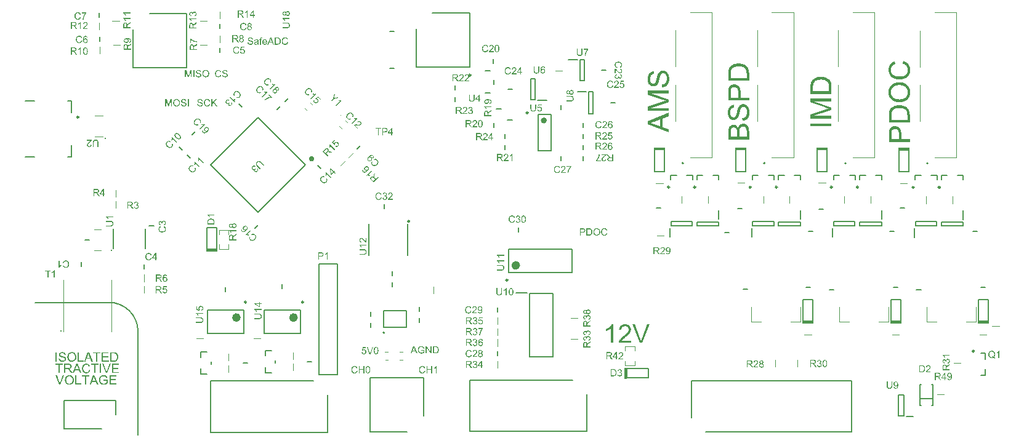
<source format=gto>
G04*
G04 #@! TF.GenerationSoftware,Altium Limited,Altium Designer,22.0.2 (36)*
G04*
G04 Layer_Color=65535*
%FSLAX25Y25*%
%MOIN*%
G70*
G04*
G04 #@! TF.SameCoordinates,5A643F03-C439-4DF5-9915-15B1C7EAFC9B*
G04*
G04*
G04 #@! TF.FilePolarity,Positive*
G04*
G01*
G75*
%ADD10C,0.00500*%
%ADD11C,0.00984*%
%ADD12C,0.00787*%
%ADD13C,0.01575*%
%ADD14C,0.02362*%
%ADD15C,0.00394*%
%ADD16C,0.01000*%
%ADD17C,0.01181*%
%ADD18C,0.00600*%
%ADD19R,0.06102X0.01378*%
%ADD20R,0.01378X0.06102*%
G36*
X20662Y48181D02*
X20713D01*
X20851Y48167D01*
X21004Y48145D01*
X21165Y48108D01*
X21340Y48065D01*
X21500Y48006D01*
X21507D01*
X21522Y47999D01*
X21544Y47984D01*
X21573Y47970D01*
X21646Y47934D01*
X21741Y47868D01*
X21850Y47795D01*
X21959Y47700D01*
X22061Y47591D01*
X22156Y47467D01*
Y47460D01*
X22163Y47452D01*
X22178Y47431D01*
X22193Y47409D01*
X22229Y47336D01*
X22273Y47241D01*
X22324Y47124D01*
X22360Y46986D01*
X22397Y46840D01*
X22411Y46680D01*
X21770Y46629D01*
Y46636D01*
Y46650D01*
X21762Y46672D01*
X21755Y46709D01*
X21733Y46789D01*
X21704Y46898D01*
X21660Y47015D01*
X21595Y47132D01*
X21515Y47241D01*
X21413Y47343D01*
X21398Y47350D01*
X21361Y47379D01*
X21289Y47423D01*
X21194Y47467D01*
X21070Y47511D01*
X20924Y47554D01*
X20742Y47583D01*
X20538Y47591D01*
X20436D01*
X20392Y47583D01*
X20334Y47576D01*
X20202Y47562D01*
X20056Y47532D01*
X19911Y47496D01*
X19772Y47438D01*
X19714Y47401D01*
X19656Y47365D01*
X19641Y47357D01*
X19612Y47328D01*
X19568Y47277D01*
X19524Y47219D01*
X19473Y47139D01*
X19430Y47051D01*
X19400Y46949D01*
X19386Y46833D01*
Y46818D01*
Y46789D01*
X19393Y46738D01*
X19408Y46680D01*
X19430Y46607D01*
X19466Y46534D01*
X19510Y46461D01*
X19575Y46388D01*
X19583Y46381D01*
X19619Y46359D01*
X19648Y46337D01*
X19678Y46322D01*
X19721Y46301D01*
X19772Y46271D01*
X19838Y46249D01*
X19911Y46220D01*
X19991Y46191D01*
X20086Y46155D01*
X20188Y46126D01*
X20304Y46089D01*
X20436Y46060D01*
X20581Y46023D01*
X20589D01*
X20618Y46016D01*
X20662Y46009D01*
X20713Y45994D01*
X20778Y45980D01*
X20858Y45958D01*
X20939Y45936D01*
X21026Y45914D01*
X21216Y45863D01*
X21398Y45812D01*
X21485Y45783D01*
X21566Y45754D01*
X21639Y45732D01*
X21697Y45703D01*
X21704D01*
X21719Y45695D01*
X21741Y45681D01*
X21770Y45666D01*
X21850Y45623D01*
X21945Y45564D01*
X22054Y45484D01*
X22163Y45397D01*
X22265Y45294D01*
X22353Y45185D01*
X22360Y45171D01*
X22389Y45134D01*
X22419Y45068D01*
X22462Y44981D01*
X22499Y44879D01*
X22535Y44755D01*
X22557Y44616D01*
X22564Y44471D01*
Y44463D01*
Y44456D01*
Y44434D01*
Y44405D01*
X22550Y44325D01*
X22535Y44223D01*
X22506Y44106D01*
X22469Y43982D01*
X22411Y43851D01*
X22331Y43712D01*
Y43705D01*
X22324Y43698D01*
X22287Y43654D01*
X22236Y43589D01*
X22163Y43516D01*
X22069Y43428D01*
X21952Y43334D01*
X21821Y43246D01*
X21668Y43166D01*
X21660D01*
X21646Y43159D01*
X21624Y43151D01*
X21595Y43137D01*
X21551Y43122D01*
X21500Y43100D01*
X21383Y43071D01*
X21245Y43035D01*
X21077Y42998D01*
X20895Y42976D01*
X20698Y42969D01*
X20581D01*
X20523Y42976D01*
X20458D01*
X20385Y42984D01*
X20297Y42991D01*
X20115Y43020D01*
X19925Y43049D01*
X19736Y43100D01*
X19554Y43166D01*
X19546D01*
X19532Y43173D01*
X19510Y43188D01*
X19481Y43202D01*
X19393Y43246D01*
X19291Y43312D01*
X19174Y43399D01*
X19050Y43501D01*
X18934Y43625D01*
X18824Y43764D01*
Y43771D01*
X18810Y43785D01*
X18803Y43807D01*
X18781Y43837D01*
X18766Y43873D01*
X18744Y43917D01*
X18693Y44026D01*
X18642Y44164D01*
X18598Y44318D01*
X18569Y44493D01*
X18555Y44675D01*
X19182Y44733D01*
Y44726D01*
Y44719D01*
X19189Y44697D01*
Y44668D01*
X19204Y44602D01*
X19226Y44507D01*
X19255Y44412D01*
X19284Y44303D01*
X19335Y44201D01*
X19386Y44106D01*
X19393Y44099D01*
X19415Y44070D01*
X19452Y44019D01*
X19510Y43968D01*
X19583Y43902D01*
X19663Y43837D01*
X19772Y43771D01*
X19889Y43712D01*
X19896D01*
X19904Y43705D01*
X19925Y43698D01*
X19947Y43691D01*
X20020Y43669D01*
X20115Y43640D01*
X20232Y43611D01*
X20363Y43589D01*
X20508Y43574D01*
X20669Y43567D01*
X20734D01*
X20807Y43574D01*
X20895Y43581D01*
X20997Y43596D01*
X21114Y43611D01*
X21230Y43640D01*
X21340Y43676D01*
X21354Y43683D01*
X21391Y43698D01*
X21442Y43727D01*
X21507Y43756D01*
X21573Y43807D01*
X21646Y43858D01*
X21719Y43917D01*
X21777Y43990D01*
X21784Y43997D01*
X21799Y44026D01*
X21821Y44063D01*
X21850Y44121D01*
X21879Y44179D01*
X21901Y44252D01*
X21915Y44332D01*
X21923Y44420D01*
Y44427D01*
Y44463D01*
X21915Y44507D01*
X21908Y44565D01*
X21886Y44624D01*
X21865Y44697D01*
X21828Y44770D01*
X21777Y44835D01*
X21770Y44842D01*
X21748Y44864D01*
X21719Y44894D01*
X21668Y44937D01*
X21609Y44981D01*
X21529Y45032D01*
X21434Y45083D01*
X21325Y45127D01*
X21318Y45134D01*
X21281Y45141D01*
X21223Y45163D01*
X21186Y45171D01*
X21136Y45185D01*
X21084Y45207D01*
X21019Y45222D01*
X20946Y45243D01*
X20858Y45265D01*
X20771Y45287D01*
X20669Y45316D01*
X20552Y45346D01*
X20428Y45375D01*
X20421D01*
X20399Y45382D01*
X20363Y45389D01*
X20319Y45404D01*
X20261Y45418D01*
X20195Y45433D01*
X20049Y45477D01*
X19889Y45528D01*
X19721Y45579D01*
X19575Y45630D01*
X19510Y45659D01*
X19452Y45688D01*
X19444D01*
X19437Y45695D01*
X19393Y45725D01*
X19328Y45761D01*
X19255Y45819D01*
X19167Y45885D01*
X19080Y45965D01*
X18992Y46060D01*
X18919Y46162D01*
X18912Y46177D01*
X18890Y46213D01*
X18861Y46271D01*
X18832Y46344D01*
X18803Y46439D01*
X18774Y46548D01*
X18752Y46665D01*
X18744Y46789D01*
Y46796D01*
Y46804D01*
Y46825D01*
Y46854D01*
X18759Y46927D01*
X18774Y47022D01*
X18795Y47132D01*
X18832Y47256D01*
X18883Y47379D01*
X18956Y47503D01*
Y47511D01*
X18963Y47518D01*
X19000Y47562D01*
X19050Y47620D01*
X19116Y47693D01*
X19204Y47773D01*
X19313Y47861D01*
X19444Y47941D01*
X19590Y48014D01*
X19597D01*
X19612Y48021D01*
X19634Y48028D01*
X19663Y48043D01*
X19699Y48057D01*
X19750Y48072D01*
X19860Y48101D01*
X19998Y48130D01*
X20159Y48159D01*
X20326Y48181D01*
X20516Y48189D01*
X20611D01*
X20662Y48181D01*
D02*
G37*
G36*
X48670Y48094D02*
X48816Y48087D01*
X48961Y48072D01*
X49107Y48050D01*
X49231Y48028D01*
X49238D01*
X49253Y48021D01*
X49275D01*
X49304Y48006D01*
X49384Y47984D01*
X49486Y47948D01*
X49603Y47897D01*
X49727Y47831D01*
X49851Y47758D01*
X49967Y47664D01*
X49975Y47657D01*
X49982Y47649D01*
X50004Y47627D01*
X50033Y47605D01*
X50106Y47532D01*
X50193Y47431D01*
X50288Y47306D01*
X50390Y47161D01*
X50485Y46993D01*
X50565Y46804D01*
Y46796D01*
X50573Y46782D01*
X50587Y46753D01*
X50594Y46709D01*
X50616Y46658D01*
X50631Y46599D01*
X50645Y46534D01*
X50667Y46454D01*
X50689Y46373D01*
X50704Y46279D01*
X50740Y46075D01*
X50762Y45849D01*
X50769Y45601D01*
Y45593D01*
Y45579D01*
Y45542D01*
Y45506D01*
X50762Y45455D01*
Y45397D01*
X50755Y45258D01*
X50733Y45098D01*
X50711Y44930D01*
X50674Y44755D01*
X50631Y44580D01*
Y44573D01*
X50624Y44558D01*
X50616Y44536D01*
X50609Y44507D01*
X50580Y44427D01*
X50536Y44325D01*
X50492Y44208D01*
X50434Y44092D01*
X50361Y43968D01*
X50288Y43851D01*
X50281Y43837D01*
X50252Y43800D01*
X50208Y43749D01*
X50150Y43683D01*
X50084Y43611D01*
X50004Y43538D01*
X49924Y43457D01*
X49829Y43392D01*
X49814Y43385D01*
X49785Y43363D01*
X49734Y43334D01*
X49661Y43297D01*
X49574Y43253D01*
X49472Y43217D01*
X49355Y43173D01*
X49224Y43137D01*
X49209D01*
X49187Y43129D01*
X49165Y43122D01*
X49093Y43115D01*
X48991Y43100D01*
X48874Y43086D01*
X48735Y43071D01*
X48582Y43064D01*
X48415Y43056D01*
X46599D01*
Y48101D01*
X48539D01*
X48670Y48094D01*
D02*
G37*
G36*
X45557Y47503D02*
X42575Y47503D01*
Y45965D01*
X45367D01*
Y45367D01*
X42575D01*
Y43654D01*
X45674Y43654D01*
Y43056D01*
X41905Y43056D01*
Y48101D01*
X45557Y48101D01*
Y47503D01*
D02*
G37*
G36*
X41205Y47503D02*
X39543D01*
Y43056D01*
X38872D01*
Y47503D01*
X37210D01*
Y48101D01*
X41205D01*
Y47503D01*
D02*
G37*
G36*
X37049Y43056D02*
X36291D01*
X35701Y44587D01*
X33587D01*
X33040Y43056D01*
X32333D01*
X34258Y48101D01*
X34986D01*
X37049Y43056D01*
D02*
G37*
G36*
X29606Y43654D02*
X32092D01*
Y43056D01*
X28936D01*
Y48101D01*
X29606D01*
Y43654D01*
D02*
G37*
G36*
X17600Y43056D02*
X16929D01*
Y48101D01*
X17600D01*
Y43056D01*
D02*
G37*
G36*
X25808Y48181D02*
X25874D01*
X25940Y48174D01*
X26027Y48159D01*
X26114Y48145D01*
X26304Y48108D01*
X26523Y48050D01*
X26734Y47963D01*
X26844Y47912D01*
X26953Y47853D01*
X26960Y47846D01*
X26975Y47839D01*
X27004Y47817D01*
X27048Y47795D01*
X27091Y47758D01*
X27150Y47715D01*
X27274Y47613D01*
X27405Y47482D01*
X27551Y47321D01*
X27689Y47132D01*
X27806Y46920D01*
Y46913D01*
X27820Y46891D01*
X27835Y46862D01*
X27850Y46818D01*
X27879Y46760D01*
X27901Y46694D01*
X27930Y46614D01*
X27959Y46527D01*
X27981Y46432D01*
X28010Y46330D01*
X28039Y46213D01*
X28061Y46096D01*
X28090Y45841D01*
X28105Y45564D01*
Y45557D01*
Y45528D01*
Y45491D01*
X28097Y45433D01*
Y45367D01*
X28090Y45287D01*
X28076Y45200D01*
X28068Y45105D01*
X28032Y44894D01*
X27973Y44660D01*
X27893Y44427D01*
X27850Y44310D01*
X27791Y44194D01*
Y44186D01*
X27777Y44164D01*
X27762Y44135D01*
X27733Y44092D01*
X27704Y44041D01*
X27667Y43990D01*
X27565Y43851D01*
X27441Y43705D01*
X27296Y43552D01*
X27121Y43406D01*
X26916Y43275D01*
X26909D01*
X26895Y43261D01*
X26858Y43246D01*
X26814Y43224D01*
X26763Y43202D01*
X26705Y43180D01*
X26632Y43151D01*
X26552Y43122D01*
X26464Y43093D01*
X26370Y43064D01*
X26158Y43020D01*
X25932Y42984D01*
X25692Y42969D01*
X25619D01*
X25575Y42976D01*
X25510D01*
X25437Y42991D01*
X25356Y42998D01*
X25262Y43013D01*
X25065Y43056D01*
X24853Y43115D01*
X24635Y43202D01*
X24525Y43253D01*
X24416Y43312D01*
X24409Y43319D01*
X24394Y43326D01*
X24365Y43348D01*
X24321Y43377D01*
X24277Y43406D01*
X24226Y43450D01*
X24103Y43560D01*
X23964Y43691D01*
X23818Y43851D01*
X23687Y44033D01*
X23563Y44245D01*
Y44252D01*
X23548Y44274D01*
X23534Y44303D01*
X23519Y44347D01*
X23497Y44405D01*
X23476Y44471D01*
X23446Y44544D01*
X23425Y44624D01*
X23395Y44719D01*
X23366Y44813D01*
X23323Y45032D01*
X23293Y45258D01*
X23279Y45506D01*
Y45513D01*
Y45520D01*
Y45564D01*
X23286Y45630D01*
Y45717D01*
X23301Y45819D01*
X23315Y45943D01*
X23337Y46082D01*
X23366Y46228D01*
X23395Y46381D01*
X23439Y46541D01*
X23497Y46701D01*
X23563Y46869D01*
X23636Y47030D01*
X23731Y47190D01*
X23833Y47336D01*
X23949Y47474D01*
X23957Y47482D01*
X23979Y47503D01*
X24022Y47540D01*
X24073Y47583D01*
X24139Y47642D01*
X24219Y47700D01*
X24314Y47766D01*
X24423Y47831D01*
X24540Y47897D01*
X24671Y47963D01*
X24817Y48021D01*
X24970Y48079D01*
X25138Y48123D01*
X25313Y48159D01*
X25495Y48181D01*
X25692Y48189D01*
X25757D01*
X25808Y48181D01*
D02*
G37*
G36*
X33711Y41953D02*
X33776Y41945D01*
X33856Y41938D01*
X33937Y41931D01*
X34032Y41909D01*
X34228Y41865D01*
X34447Y41800D01*
X34556Y41756D01*
X34658Y41705D01*
X34760Y41639D01*
X34863Y41574D01*
X34870Y41566D01*
X34884Y41559D01*
X34914Y41537D01*
X34950Y41501D01*
X34986Y41464D01*
X35037Y41413D01*
X35089Y41355D01*
X35147Y41297D01*
X35205Y41224D01*
X35263Y41136D01*
X35329Y41049D01*
X35387Y40954D01*
X35438Y40845D01*
X35497Y40735D01*
X35541Y40619D01*
X35584Y40488D01*
X34928Y40334D01*
Y40342D01*
X34921Y40356D01*
X34906Y40385D01*
X34892Y40422D01*
X34877Y40466D01*
X34855Y40524D01*
X34797Y40641D01*
X34724Y40772D01*
X34637Y40903D01*
X34527Y41027D01*
X34411Y41136D01*
X34396Y41151D01*
X34352Y41180D01*
X34279Y41216D01*
X34185Y41267D01*
X34061Y41311D01*
X33922Y41355D01*
X33755Y41384D01*
X33572Y41391D01*
X33514D01*
X33477Y41384D01*
X33426D01*
X33368Y41377D01*
X33230Y41355D01*
X33077Y41326D01*
X32916Y41275D01*
X32748Y41202D01*
X32595Y41107D01*
X32588D01*
X32581Y41093D01*
X32530Y41056D01*
X32464Y40998D01*
X32384Y40910D01*
X32289Y40801D01*
X32202Y40677D01*
X32122Y40524D01*
X32049Y40356D01*
Y40349D01*
X32041Y40334D01*
X32034Y40312D01*
X32027Y40276D01*
X32012Y40232D01*
X31998Y40181D01*
X31976Y40057D01*
X31947Y39911D01*
X31917Y39751D01*
X31903Y39576D01*
X31896Y39387D01*
Y39379D01*
Y39358D01*
Y39321D01*
Y39277D01*
X31903Y39226D01*
Y39161D01*
X31910Y39088D01*
X31917Y39008D01*
X31939Y38833D01*
X31976Y38643D01*
X32019Y38454D01*
X32078Y38264D01*
Y38257D01*
X32085Y38242D01*
X32100Y38220D01*
X32114Y38184D01*
X32158Y38096D01*
X32224Y37994D01*
X32304Y37878D01*
X32406Y37754D01*
X32522Y37644D01*
X32661Y37542D01*
X32668D01*
X32683Y37535D01*
X32705Y37520D01*
X32734Y37506D01*
X32770Y37491D01*
X32814Y37469D01*
X32916Y37426D01*
X33047Y37382D01*
X33193Y37345D01*
X33353Y37316D01*
X33521Y37309D01*
X33572D01*
X33616Y37316D01*
X33667D01*
X33718Y37324D01*
X33849Y37353D01*
X34002Y37389D01*
X34155Y37448D01*
X34316Y37528D01*
X34396Y37571D01*
X34469Y37630D01*
X34476Y37637D01*
X34483Y37644D01*
X34505Y37666D01*
X34534Y37688D01*
X34564Y37725D01*
X34600Y37768D01*
X34644Y37812D01*
X34680Y37870D01*
X34724Y37936D01*
X34775Y38009D01*
X34819Y38082D01*
X34863Y38169D01*
X34899Y38264D01*
X34935Y38366D01*
X34972Y38475D01*
X35001Y38592D01*
X35672Y38424D01*
Y38417D01*
X35664Y38388D01*
X35650Y38344D01*
X35628Y38286D01*
X35606Y38220D01*
X35577Y38140D01*
X35541Y38053D01*
X35497Y37958D01*
X35395Y37754D01*
X35263Y37550D01*
X35183Y37448D01*
X35103Y37345D01*
X35016Y37258D01*
X34914Y37170D01*
X34906Y37163D01*
X34892Y37149D01*
X34855Y37134D01*
X34819Y37105D01*
X34760Y37068D01*
X34702Y37032D01*
X34622Y36996D01*
X34542Y36959D01*
X34447Y36915D01*
X34345Y36879D01*
X34236Y36843D01*
X34119Y36806D01*
X33995Y36777D01*
X33864Y36762D01*
X33725Y36748D01*
X33579Y36740D01*
X33499D01*
X33441Y36748D01*
X33375D01*
X33295Y36755D01*
X33208Y36770D01*
X33106Y36784D01*
X32894Y36821D01*
X32675Y36879D01*
X32457Y36959D01*
X32355Y37010D01*
X32253Y37068D01*
X32245Y37076D01*
X32231Y37083D01*
X32202Y37105D01*
X32173Y37134D01*
X32129Y37163D01*
X32078Y37207D01*
X32019Y37258D01*
X31961Y37316D01*
X31903Y37382D01*
X31837Y37448D01*
X31706Y37615D01*
X31582Y37812D01*
X31473Y38031D01*
Y38038D01*
X31458Y38060D01*
X31451Y38096D01*
X31429Y38140D01*
X31414Y38198D01*
X31392Y38271D01*
X31363Y38352D01*
X31341Y38439D01*
X31320Y38534D01*
X31290Y38643D01*
X31254Y38869D01*
X31225Y39124D01*
X31210Y39387D01*
Y39394D01*
Y39423D01*
Y39467D01*
X31218Y39518D01*
Y39591D01*
X31225Y39664D01*
X31232Y39758D01*
X31247Y39853D01*
X31283Y40065D01*
X31334Y40298D01*
X31407Y40531D01*
X31509Y40757D01*
X31516Y40764D01*
X31524Y40786D01*
X31538Y40815D01*
X31567Y40852D01*
X31597Y40903D01*
X31633Y40961D01*
X31728Y41093D01*
X31852Y41238D01*
X31998Y41384D01*
X32165Y41530D01*
X32362Y41654D01*
X32369Y41661D01*
X32391Y41668D01*
X32420Y41683D01*
X32457Y41705D01*
X32515Y41727D01*
X32574Y41749D01*
X32646Y41778D01*
X32727Y41807D01*
X32814Y41836D01*
X32909Y41865D01*
X33113Y41909D01*
X33346Y41945D01*
X33587Y41960D01*
X33660D01*
X33711Y41953D01*
D02*
G37*
G36*
X44894Y36828D02*
X44194D01*
X42240Y41873D01*
X42969D01*
X44281Y38206D01*
Y38198D01*
X44289Y38184D01*
X44296Y38162D01*
X44310Y38133D01*
X44318Y38089D01*
X44332Y38045D01*
X44369Y37936D01*
X44412Y37812D01*
X44456Y37674D01*
X44544Y37382D01*
Y37389D01*
X44551Y37404D01*
X44558Y37426D01*
X44565Y37455D01*
X44587Y37535D01*
X44624Y37644D01*
X44660Y37768D01*
X44704Y37907D01*
X44755Y38053D01*
X44813Y38206D01*
X46184Y41873D01*
X46862D01*
X44894Y36828D01*
D02*
G37*
G36*
X51126Y41275D02*
X48145D01*
Y39737D01*
X50937D01*
Y39139D01*
X48145D01*
Y37426D01*
X51243D01*
Y36828D01*
X47474D01*
Y41873D01*
X51126D01*
Y41275D01*
D02*
G37*
G36*
X41584Y36828D02*
X40913D01*
Y41873D01*
X41584D01*
Y36828D01*
D02*
G37*
G36*
X40111Y41275D02*
X38449D01*
Y36828D01*
X37778D01*
Y41275D01*
X36116D01*
Y41873D01*
X40111D01*
Y41275D01*
D02*
G37*
G36*
X30868Y36828D02*
X30109D01*
X29519Y38359D01*
X27405D01*
X26858Y36828D01*
X26151D01*
X28076Y41873D01*
X28804D01*
X30868Y36828D01*
D02*
G37*
G36*
X24022Y41865D02*
X24088D01*
X24241Y41858D01*
X24401Y41836D01*
X24576Y41814D01*
X24737Y41778D01*
X24817Y41756D01*
X24882Y41734D01*
X24890D01*
X24897Y41727D01*
X24941Y41705D01*
X25006Y41676D01*
X25087Y41625D01*
X25174Y41559D01*
X25269Y41472D01*
X25356Y41370D01*
X25444Y41253D01*
Y41246D01*
X25451Y41238D01*
X25480Y41195D01*
X25510Y41122D01*
X25553Y41027D01*
X25590Y40918D01*
X25626Y40786D01*
X25648Y40648D01*
X25655Y40495D01*
Y40488D01*
Y40473D01*
Y40444D01*
X25648Y40407D01*
Y40356D01*
X25641Y40305D01*
X25611Y40181D01*
X25568Y40036D01*
X25510Y39882D01*
X25422Y39729D01*
X25364Y39656D01*
X25305Y39584D01*
X25298Y39576D01*
X25291Y39569D01*
X25269Y39547D01*
X25240Y39525D01*
X25203Y39496D01*
X25159Y39467D01*
X25101Y39430D01*
X25043Y39387D01*
X24970Y39350D01*
X24890Y39314D01*
X24802Y39270D01*
X24708Y39234D01*
X24598Y39204D01*
X24489Y39168D01*
X24365Y39146D01*
X24234Y39124D01*
X24248Y39117D01*
X24277Y39102D01*
X24321Y39073D01*
X24379Y39044D01*
X24511Y38964D01*
X24576Y38913D01*
X24635Y38869D01*
X24649Y38855D01*
X24686Y38818D01*
X24744Y38760D01*
X24817Y38687D01*
X24897Y38585D01*
X24992Y38475D01*
X25087Y38344D01*
X25189Y38198D01*
X26056Y36828D01*
X25225D01*
X24562Y37878D01*
Y37885D01*
X24547Y37900D01*
X24533Y37921D01*
X24511Y37951D01*
X24460Y38031D01*
X24394Y38133D01*
X24314Y38242D01*
X24234Y38359D01*
X24153Y38468D01*
X24081Y38570D01*
X24073Y38577D01*
X24051Y38607D01*
X24015Y38650D01*
X23964Y38701D01*
X23855Y38811D01*
X23796Y38862D01*
X23738Y38906D01*
X23731Y38913D01*
X23716Y38920D01*
X23687Y38935D01*
X23643Y38956D01*
X23599Y38978D01*
X23548Y39000D01*
X23432Y39037D01*
X23425D01*
X23410Y39044D01*
X23381D01*
X23344Y39051D01*
X23293Y39059D01*
X23235D01*
X23155Y39066D01*
X22295D01*
Y36828D01*
X21624D01*
Y41873D01*
X23964D01*
X24022Y41865D01*
D02*
G37*
G36*
X20924Y41275D02*
X19262D01*
Y36828D01*
X18591D01*
Y41275D01*
X16929D01*
Y41873D01*
X20924D01*
Y41275D01*
D02*
G37*
G36*
X43049Y35724D02*
X43108D01*
X43246Y35710D01*
X43399Y35688D01*
X43560Y35651D01*
X43734Y35607D01*
X43902Y35549D01*
X43909D01*
X43924Y35542D01*
X43946Y35535D01*
X43975Y35520D01*
X44055Y35476D01*
X44157Y35425D01*
X44267Y35352D01*
X44383Y35265D01*
X44493Y35170D01*
X44595Y35054D01*
X44609Y35039D01*
X44638Y34995D01*
X44682Y34930D01*
X44741Y34835D01*
X44799Y34718D01*
X44864Y34572D01*
X44930Y34412D01*
X44981Y34230D01*
X44376Y34069D01*
Y34077D01*
X44369Y34084D01*
X44361Y34106D01*
X44354Y34135D01*
X44332Y34201D01*
X44303Y34288D01*
X44259Y34390D01*
X44208Y34485D01*
X44157Y34587D01*
X44092Y34674D01*
X44084Y34682D01*
X44063Y34711D01*
X44019Y34747D01*
X43968Y34798D01*
X43902Y34857D01*
X43815Y34915D01*
X43720Y34973D01*
X43611Y35024D01*
X43596Y35032D01*
X43560Y35046D01*
X43494Y35068D01*
X43406Y35097D01*
X43304Y35119D01*
X43188Y35141D01*
X43056Y35155D01*
X42918Y35163D01*
X42838D01*
X42801Y35155D01*
X42758D01*
X42648Y35148D01*
X42524Y35126D01*
X42386Y35105D01*
X42255Y35068D01*
X42123Y35017D01*
X42109Y35010D01*
X42065Y34995D01*
X42007Y34959D01*
X41934Y34922D01*
X41846Y34864D01*
X41752Y34806D01*
X41664Y34733D01*
X41584Y34653D01*
X41577Y34645D01*
X41548Y34616D01*
X41511Y34565D01*
X41467Y34507D01*
X41416Y34434D01*
X41365Y34346D01*
X41314Y34252D01*
X41263Y34150D01*
Y34142D01*
X41256Y34128D01*
X41249Y34106D01*
X41234Y34069D01*
X41219Y34026D01*
X41205Y33975D01*
X41183Y33916D01*
X41168Y33851D01*
X41132Y33698D01*
X41103Y33523D01*
X41081Y33340D01*
X41074Y33136D01*
Y33129D01*
Y33107D01*
Y33071D01*
X41081Y33027D01*
Y32969D01*
X41088Y32896D01*
X41096Y32823D01*
X41103Y32743D01*
X41132Y32560D01*
X41168Y32371D01*
X41227Y32181D01*
X41300Y31999D01*
Y31992D01*
X41314Y31977D01*
X41322Y31955D01*
X41343Y31926D01*
X41394Y31846D01*
X41475Y31744D01*
X41569Y31635D01*
X41686Y31525D01*
X41824Y31423D01*
X41978Y31328D01*
X41985D01*
X41999Y31321D01*
X42021Y31306D01*
X42058Y31292D01*
X42094Y31277D01*
X42145Y31263D01*
X42262Y31219D01*
X42408Y31183D01*
X42568Y31146D01*
X42743Y31117D01*
X42925Y31110D01*
X42998D01*
X43042Y31117D01*
X43086D01*
X43195Y31132D01*
X43326Y31146D01*
X43465Y31175D01*
X43618Y31219D01*
X43771Y31270D01*
X43778D01*
X43793Y31277D01*
X43807Y31285D01*
X43837Y31299D01*
X43917Y31336D01*
X44004Y31379D01*
X44106Y31430D01*
X44216Y31489D01*
X44318Y31554D01*
X44405Y31627D01*
Y32575D01*
X42918D01*
Y33173D01*
X45061D01*
Y31299D01*
X45054Y31292D01*
X45039Y31285D01*
X45010Y31263D01*
X44974Y31234D01*
X44930Y31204D01*
X44879Y31168D01*
X44813Y31124D01*
X44748Y31080D01*
X44595Y30986D01*
X44420Y30884D01*
X44238Y30789D01*
X44041Y30709D01*
X44033D01*
X44019Y30701D01*
X43990Y30694D01*
X43953Y30680D01*
X43902Y30665D01*
X43844Y30643D01*
X43778Y30628D01*
X43713Y30614D01*
X43552Y30577D01*
X43370Y30541D01*
X43173Y30519D01*
X42969Y30512D01*
X42896D01*
X42845Y30519D01*
X42779D01*
X42699Y30526D01*
X42612Y30541D01*
X42517Y30548D01*
X42306Y30592D01*
X42080Y30643D01*
X41846Y30723D01*
X41730Y30767D01*
X41613Y30825D01*
X41606Y30833D01*
X41584Y30840D01*
X41555Y30862D01*
X41511Y30884D01*
X41460Y30920D01*
X41409Y30957D01*
X41270Y31059D01*
X41125Y31190D01*
X40972Y31350D01*
X40826Y31532D01*
X40694Y31744D01*
Y31751D01*
X40680Y31773D01*
X40665Y31802D01*
X40644Y31853D01*
X40622Y31904D01*
X40600Y31977D01*
X40571Y32050D01*
X40541Y32138D01*
X40512Y32232D01*
X40483Y32342D01*
X40461Y32451D01*
X40439Y32568D01*
X40403Y32823D01*
X40388Y33092D01*
Y33100D01*
Y33129D01*
Y33165D01*
X40396Y33216D01*
Y33282D01*
X40403Y33362D01*
X40418Y33442D01*
X40425Y33537D01*
X40447Y33639D01*
X40461Y33749D01*
X40520Y33982D01*
X40593Y34222D01*
X40694Y34463D01*
X40702Y34470D01*
X40709Y34492D01*
X40724Y34521D01*
X40753Y34565D01*
X40782Y34623D01*
X40819Y34682D01*
X40920Y34820D01*
X41045Y34981D01*
X41197Y35134D01*
X41372Y35287D01*
X41475Y35352D01*
X41577Y35418D01*
X41584Y35425D01*
X41606Y35433D01*
X41635Y35447D01*
X41679Y35469D01*
X41737Y35491D01*
X41803Y35520D01*
X41875Y35549D01*
X41963Y35578D01*
X42058Y35607D01*
X42160Y35629D01*
X42269Y35659D01*
X42386Y35680D01*
X42641Y35717D01*
X42772Y35732D01*
X43005D01*
X43049Y35724D01*
D02*
G37*
G36*
X19575Y30599D02*
X18876D01*
X16922Y35644D01*
X17651D01*
X18963Y31977D01*
Y31970D01*
X18970Y31955D01*
X18978Y31933D01*
X18992Y31904D01*
X19000Y31861D01*
X19014Y31817D01*
X19050Y31707D01*
X19094Y31583D01*
X19138Y31445D01*
X19226Y31153D01*
Y31161D01*
X19233Y31175D01*
X19240Y31197D01*
X19247Y31226D01*
X19269Y31306D01*
X19306Y31416D01*
X19342Y31540D01*
X19386Y31678D01*
X19437Y31824D01*
X19495Y31977D01*
X20866Y35644D01*
X21544D01*
X19575Y30599D01*
D02*
G37*
G36*
X49705Y35046D02*
X46723D01*
Y33508D01*
X49515D01*
Y32910D01*
X46723D01*
Y31197D01*
X49822D01*
Y30599D01*
X46053D01*
Y35644D01*
X49705D01*
Y35046D01*
D02*
G37*
G36*
X40024Y30599D02*
X39266D01*
X38675Y32130D01*
X36561D01*
X36014Y30599D01*
X35307D01*
X37232Y35644D01*
X37961D01*
X40024Y30599D01*
D02*
G37*
G36*
X35169Y35046D02*
X33507D01*
Y30599D01*
X32836D01*
Y35046D01*
X31174D01*
Y35644D01*
X35169D01*
Y35046D01*
D02*
G37*
G36*
X28272Y31197D02*
X30758D01*
Y30599D01*
X27602D01*
Y35644D01*
X28272D01*
Y31197D01*
D02*
G37*
G36*
X24474Y35724D02*
X24540D01*
X24606Y35717D01*
X24693Y35702D01*
X24780Y35688D01*
X24970Y35651D01*
X25189Y35593D01*
X25400Y35506D01*
X25510Y35454D01*
X25619Y35396D01*
X25626Y35389D01*
X25641Y35381D01*
X25670Y35360D01*
X25714Y35338D01*
X25757Y35301D01*
X25816Y35258D01*
X25940Y35155D01*
X26071Y35024D01*
X26217Y34864D01*
X26355Y34674D01*
X26472Y34463D01*
Y34456D01*
X26486Y34434D01*
X26501Y34405D01*
X26515Y34361D01*
X26545Y34303D01*
X26566Y34237D01*
X26596Y34157D01*
X26625Y34069D01*
X26647Y33975D01*
X26676Y33873D01*
X26705Y33756D01*
X26727Y33639D01*
X26756Y33384D01*
X26771Y33107D01*
Y33100D01*
Y33071D01*
Y33034D01*
X26763Y32976D01*
Y32910D01*
X26756Y32830D01*
X26741Y32743D01*
X26734Y32648D01*
X26698Y32436D01*
X26639Y32203D01*
X26559Y31970D01*
X26515Y31853D01*
X26457Y31736D01*
Y31729D01*
X26443Y31707D01*
X26428Y31678D01*
X26399Y31635D01*
X26370Y31583D01*
X26333Y31532D01*
X26231Y31394D01*
X26107Y31248D01*
X25961Y31095D01*
X25787Y30949D01*
X25582Y30818D01*
X25575D01*
X25561Y30803D01*
X25524Y30789D01*
X25480Y30767D01*
X25429Y30745D01*
X25371Y30723D01*
X25298Y30694D01*
X25218Y30665D01*
X25130Y30636D01*
X25036Y30607D01*
X24824Y30563D01*
X24598Y30526D01*
X24358Y30512D01*
X24285D01*
X24241Y30519D01*
X24175D01*
X24103Y30534D01*
X24022Y30541D01*
X23927Y30555D01*
X23731Y30599D01*
X23519Y30658D01*
X23301Y30745D01*
X23191Y30796D01*
X23082Y30854D01*
X23075Y30862D01*
X23060Y30869D01*
X23031Y30891D01*
X22987Y30920D01*
X22943Y30949D01*
X22892Y30993D01*
X22768Y31102D01*
X22630Y31234D01*
X22484Y31394D01*
X22353Y31576D01*
X22229Y31788D01*
Y31795D01*
X22214Y31817D01*
X22200Y31846D01*
X22185Y31890D01*
X22163Y31948D01*
X22141Y32013D01*
X22112Y32087D01*
X22091Y32167D01*
X22061Y32261D01*
X22032Y32356D01*
X21988Y32575D01*
X21959Y32801D01*
X21945Y33049D01*
Y33056D01*
Y33063D01*
Y33107D01*
X21952Y33173D01*
Y33260D01*
X21967Y33362D01*
X21981Y33486D01*
X22003Y33625D01*
X22032Y33770D01*
X22061Y33924D01*
X22105Y34084D01*
X22163Y34244D01*
X22229Y34412D01*
X22302Y34572D01*
X22397Y34733D01*
X22499Y34879D01*
X22615Y35017D01*
X22623Y35024D01*
X22645Y35046D01*
X22688Y35083D01*
X22739Y35126D01*
X22805Y35185D01*
X22885Y35243D01*
X22980Y35309D01*
X23089Y35374D01*
X23206Y35440D01*
X23337Y35506D01*
X23483Y35564D01*
X23636Y35622D01*
X23804Y35666D01*
X23979Y35702D01*
X24161Y35724D01*
X24358Y35732D01*
X24423D01*
X24474Y35724D01*
D02*
G37*
G36*
X22463Y97847D02*
X22513D01*
X22574Y97842D01*
X22640Y97831D01*
X22718Y97820D01*
X22879Y97792D01*
X23045Y97748D01*
X23212Y97686D01*
X23290Y97648D01*
X23367Y97603D01*
X23373Y97598D01*
X23384Y97592D01*
X23406Y97575D01*
X23428Y97553D01*
X23462Y97531D01*
X23501Y97498D01*
X23545Y97459D01*
X23589Y97415D01*
X23634Y97365D01*
X23684Y97315D01*
X23784Y97187D01*
X23878Y97037D01*
X23961Y96871D01*
Y96865D01*
X23972Y96848D01*
X23978Y96821D01*
X23994Y96788D01*
X24006Y96743D01*
X24022Y96688D01*
X24045Y96627D01*
X24061Y96560D01*
X24078Y96488D01*
X24100Y96404D01*
X24128Y96232D01*
X24150Y96038D01*
X24161Y95838D01*
Y95833D01*
Y95811D01*
Y95777D01*
X24156Y95739D01*
Y95683D01*
X24150Y95627D01*
X24144Y95555D01*
X24133Y95483D01*
X24105Y95322D01*
X24067Y95145D01*
X24011Y94967D01*
X23934Y94795D01*
X23928Y94789D01*
X23922Y94773D01*
X23911Y94751D01*
X23889Y94723D01*
X23867Y94684D01*
X23839Y94640D01*
X23767Y94540D01*
X23673Y94429D01*
X23562Y94318D01*
X23434Y94207D01*
X23284Y94112D01*
X23279Y94107D01*
X23262Y94101D01*
X23240Y94090D01*
X23212Y94073D01*
X23168Y94057D01*
X23123Y94040D01*
X23068Y94018D01*
X23007Y93996D01*
X22940Y93974D01*
X22868Y93951D01*
X22713Y93918D01*
X22535Y93890D01*
X22352Y93879D01*
X22296D01*
X22257Y93885D01*
X22207Y93890D01*
X22146Y93896D01*
X22085Y93901D01*
X22013Y93918D01*
X21863Y93951D01*
X21697Y94001D01*
X21614Y94035D01*
X21536Y94073D01*
X21458Y94124D01*
X21381Y94173D01*
X21375Y94179D01*
X21364Y94184D01*
X21342Y94201D01*
X21314Y94229D01*
X21286Y94257D01*
X21247Y94296D01*
X21208Y94340D01*
X21164Y94384D01*
X21120Y94440D01*
X21075Y94506D01*
X21025Y94573D01*
X20981Y94645D01*
X20942Y94728D01*
X20898Y94812D01*
X20864Y94901D01*
X20831Y95000D01*
X21330Y95117D01*
Y95111D01*
X21336Y95100D01*
X21347Y95078D01*
X21358Y95050D01*
X21369Y95017D01*
X21386Y94973D01*
X21430Y94884D01*
X21486Y94784D01*
X21553Y94684D01*
X21636Y94590D01*
X21725Y94506D01*
X21736Y94495D01*
X21769Y94473D01*
X21824Y94445D01*
X21897Y94406D01*
X21991Y94373D01*
X22096Y94340D01*
X22224Y94318D01*
X22363Y94312D01*
X22407D01*
X22435Y94318D01*
X22474D01*
X22518Y94323D01*
X22624Y94340D01*
X22740Y94362D01*
X22862Y94401D01*
X22990Y94456D01*
X23107Y94529D01*
X23112D01*
X23118Y94540D01*
X23156Y94567D01*
X23206Y94612D01*
X23268Y94678D01*
X23340Y94762D01*
X23406Y94856D01*
X23467Y94973D01*
X23523Y95100D01*
Y95106D01*
X23528Y95117D01*
X23534Y95134D01*
X23539Y95161D01*
X23550Y95195D01*
X23562Y95234D01*
X23578Y95328D01*
X23600Y95439D01*
X23623Y95561D01*
X23634Y95694D01*
X23639Y95838D01*
Y95844D01*
Y95861D01*
Y95888D01*
Y95922D01*
X23634Y95960D01*
Y96011D01*
X23628Y96066D01*
X23623Y96127D01*
X23606Y96260D01*
X23578Y96404D01*
X23545Y96549D01*
X23501Y96693D01*
Y96699D01*
X23495Y96710D01*
X23484Y96726D01*
X23473Y96754D01*
X23439Y96821D01*
X23390Y96899D01*
X23328Y96987D01*
X23251Y97082D01*
X23162Y97165D01*
X23057Y97243D01*
X23051D01*
X23040Y97248D01*
X23023Y97259D01*
X23001Y97270D01*
X22973Y97281D01*
X22940Y97298D01*
X22862Y97331D01*
X22762Y97365D01*
X22651Y97392D01*
X22529Y97415D01*
X22402Y97420D01*
X22363D01*
X22330Y97415D01*
X22291D01*
X22252Y97409D01*
X22152Y97387D01*
X22035Y97359D01*
X21919Y97315D01*
X21797Y97254D01*
X21736Y97220D01*
X21680Y97176D01*
X21675Y97170D01*
X21669Y97165D01*
X21652Y97148D01*
X21630Y97132D01*
X21608Y97104D01*
X21580Y97070D01*
X21547Y97037D01*
X21519Y96993D01*
X21486Y96943D01*
X21447Y96887D01*
X21414Y96832D01*
X21381Y96765D01*
X21353Y96693D01*
X21325Y96615D01*
X21297Y96532D01*
X21275Y96443D01*
X20764Y96571D01*
Y96576D01*
X20770Y96599D01*
X20781Y96632D01*
X20798Y96676D01*
X20814Y96726D01*
X20837Y96788D01*
X20864Y96854D01*
X20898Y96926D01*
X20975Y97082D01*
X21075Y97237D01*
X21136Y97315D01*
X21197Y97392D01*
X21264Y97459D01*
X21342Y97526D01*
X21347Y97531D01*
X21358Y97542D01*
X21386Y97553D01*
X21414Y97575D01*
X21458Y97603D01*
X21503Y97631D01*
X21564Y97659D01*
X21625Y97686D01*
X21697Y97720D01*
X21775Y97748D01*
X21858Y97775D01*
X21947Y97803D01*
X22041Y97825D01*
X22141Y97836D01*
X22246Y97847D01*
X22357Y97853D01*
X22418D01*
X22463Y97847D01*
D02*
G37*
G36*
X19027Y94784D02*
X19033Y94789D01*
X19061Y94812D01*
X19094Y94845D01*
X19149Y94884D01*
X19210Y94934D01*
X19288Y94989D01*
X19377Y95050D01*
X19477Y95111D01*
X19482D01*
X19488Y95117D01*
X19521Y95139D01*
X19577Y95167D01*
X19643Y95200D01*
X19721Y95239D01*
X19804Y95278D01*
X19887Y95317D01*
X19971Y95350D01*
Y94895D01*
X19965D01*
X19954Y94884D01*
X19932Y94878D01*
X19904Y94862D01*
X19871Y94845D01*
X19832Y94823D01*
X19738Y94767D01*
X19627Y94706D01*
X19516Y94629D01*
X19399Y94540D01*
X19283Y94445D01*
X19277Y94440D01*
X19272Y94434D01*
X19255Y94418D01*
X19233Y94401D01*
X19183Y94345D01*
X19116Y94279D01*
X19049Y94201D01*
X18977Y94112D01*
X18916Y94024D01*
X18861Y93929D01*
X18555D01*
Y97786D01*
X19027D01*
Y94784D01*
D02*
G37*
G36*
X16355Y88623D02*
X15883D01*
Y91625D01*
X15877Y91620D01*
X15850Y91597D01*
X15816Y91564D01*
X15761Y91525D01*
X15700Y91475D01*
X15622Y91420D01*
X15533Y91359D01*
X15433Y91298D01*
X15428D01*
X15422Y91292D01*
X15389Y91270D01*
X15334Y91242D01*
X15267Y91209D01*
X15189Y91170D01*
X15106Y91131D01*
X15023Y91092D01*
X14940Y91059D01*
Y91514D01*
X14945D01*
X14956Y91525D01*
X14978Y91531D01*
X15006Y91547D01*
X15039Y91564D01*
X15078Y91586D01*
X15173Y91642D01*
X15284Y91703D01*
X15395Y91781D01*
X15511Y91869D01*
X15628Y91964D01*
X15633Y91969D01*
X15639Y91975D01*
X15655Y91991D01*
X15678Y92008D01*
X15728Y92064D01*
X15794Y92130D01*
X15861Y92208D01*
X15933Y92297D01*
X15994Y92386D01*
X16049Y92480D01*
X16355D01*
Y88623D01*
D02*
G37*
G36*
X14246Y92008D02*
X12980D01*
Y88623D01*
X12470D01*
Y92008D01*
X11204D01*
Y92463D01*
X14246D01*
Y92008D01*
D02*
G37*
G36*
X127057Y151779D02*
X127191Y151756D01*
X127320Y151713D01*
X127324Y151709D01*
X127336Y151705D01*
X127355Y151693D01*
X127383Y151681D01*
X127414Y151666D01*
X127453Y151642D01*
X127501Y151619D01*
X127552Y151583D01*
X127607Y151544D01*
X127669Y151505D01*
X127732Y151458D01*
X127799Y151407D01*
X127873Y151348D01*
X127948Y151281D01*
X128026Y151210D01*
X128105Y151132D01*
X129675Y149562D01*
X129314Y149201D01*
X127744Y150771D01*
X127740Y150775D01*
X127728Y150787D01*
X127709Y150806D01*
X127685Y150830D01*
X127654Y150853D01*
X127618Y150889D01*
X127540Y150959D01*
X127446Y151038D01*
X127348Y151112D01*
X127249Y151179D01*
X127206Y151207D01*
X127159Y151230D01*
X127147Y151234D01*
X127120Y151246D01*
X127073Y151254D01*
X127010Y151269D01*
X126943Y151281D01*
X126861Y151285D01*
X126771Y151281D01*
X126680Y151261D01*
X126669Y151258D01*
X126637Y151250D01*
X126590Y151226D01*
X126527Y151195D01*
X126453Y151159D01*
X126370Y151101D01*
X126284Y151038D01*
X126198Y150959D01*
X126158Y150920D01*
X126139Y150893D01*
X126103Y150857D01*
X126072Y150818D01*
X126002Y150716D01*
X125927Y150602D01*
X125868Y150480D01*
X125825Y150351D01*
X125813Y150284D01*
X125809Y150218D01*
Y150210D01*
Y150202D01*
X125813Y150182D01*
X125817Y150155D01*
X125829Y150119D01*
X125837Y150080D01*
X125856Y150029D01*
X125876Y149978D01*
X125903Y149919D01*
X125943Y149856D01*
X125986Y149782D01*
X126037Y149707D01*
X126096Y149625D01*
X126162Y149543D01*
X126241Y149448D01*
X126331Y149358D01*
X127901Y147788D01*
X127540Y147427D01*
X125970Y148997D01*
X125966Y149001D01*
X125951Y149017D01*
X125931Y149036D01*
X125903Y149064D01*
X125872Y149103D01*
X125833Y149142D01*
X125790Y149193D01*
X125746Y149244D01*
X125652Y149362D01*
X125558Y149488D01*
X125476Y149617D01*
X125440Y149684D01*
X125409Y149747D01*
X125405Y149751D01*
X125401Y149762D01*
X125397Y149782D01*
X125389Y149805D01*
X125370Y149872D01*
X125350Y149962D01*
X125334Y150072D01*
X125327Y150190D01*
X125330Y150328D01*
X125358Y150473D01*
X125362Y150477D01*
Y150492D01*
X125370Y150508D01*
X125378Y150539D01*
X125389Y150575D01*
X125409Y150618D01*
X125428Y150661D01*
X125452Y150716D01*
X125479Y150775D01*
X125515Y150834D01*
X125554Y150897D01*
X125601Y150967D01*
X125652Y151034D01*
X125707Y151104D01*
X125841Y151254D01*
X125876Y151289D01*
X125907Y151312D01*
X125939Y151344D01*
X125982Y151379D01*
X126029Y151418D01*
X126076Y151458D01*
X126190Y151540D01*
X126319Y151622D01*
X126453Y151693D01*
X126594Y151748D01*
X126598Y151752D01*
X126614D01*
X126633Y151756D01*
X126657Y151764D01*
X126731Y151776D01*
X126826Y151783D01*
X126939Y151787D01*
X127057Y151779D01*
D02*
G37*
G36*
X124263Y149244D02*
X124279D01*
X124302D01*
X124330Y149240D01*
X124369D01*
X124416Y149232D01*
X124467Y149229D01*
X124526Y149217D01*
X124589Y149201D01*
X124652Y149186D01*
X124789Y149134D01*
X124934Y149060D01*
X125005Y149013D01*
X125075Y148958D01*
X124785Y148581D01*
X124781Y148585D01*
X124769Y148589D01*
X124750Y148601D01*
X124726Y148616D01*
X124699Y148636D01*
X124663Y148656D01*
X124585Y148695D01*
X124487Y148738D01*
X124385Y148769D01*
X124283Y148793D01*
X124180Y148801D01*
X124169Y148797D01*
X124137D01*
X124086Y148785D01*
X124028Y148766D01*
X123957Y148742D01*
X123878Y148703D01*
X123796Y148652D01*
X123721Y148585D01*
X123698Y148562D01*
X123686Y148542D01*
X123647Y148495D01*
X123604Y148428D01*
X123561Y148346D01*
X123521Y148251D01*
X123494Y148145D01*
X123486Y148028D01*
Y148012D01*
X123490Y147969D01*
X123502Y147910D01*
X123517Y147831D01*
X123545Y147741D01*
X123588Y147651D01*
X123647Y147553D01*
X123725Y147459D01*
X123729Y147455D01*
X123737Y147447D01*
X123749Y147435D01*
X123768Y147423D01*
X123816Y147384D01*
X123878Y147345D01*
X123957Y147298D01*
X124047Y147263D01*
X124149Y147239D01*
X124259Y147231D01*
X124275D01*
X124310Y147235D01*
X124365Y147243D01*
X124436Y147259D01*
X124518Y147286D01*
X124608Y147329D01*
X124699Y147388D01*
X124789Y147463D01*
X124824Y147498D01*
X124848Y147529D01*
X124879Y147569D01*
X124910Y147616D01*
X124950Y147671D01*
X124989Y147733D01*
X125244Y147400D01*
X125224Y147380D01*
X125205Y147368D01*
X125154Y147317D01*
X125119Y147266D01*
X125075Y147207D01*
X125028Y147137D01*
X124981Y147051D01*
X124946Y146960D01*
X124914Y146858D01*
X124910Y146854D01*
Y146846D01*
X124907Y146811D01*
Y146756D01*
X124910Y146689D01*
X124930Y146607D01*
X124961Y146521D01*
X125009Y146434D01*
X125040Y146387D01*
X125083Y146344D01*
X125087Y146340D01*
X125091Y146336D01*
X125115Y146313D01*
X125154Y146289D01*
X125205Y146254D01*
X125268Y146222D01*
X125338Y146191D01*
X125421Y146171D01*
X125511Y146168D01*
X125519D01*
X125554Y146171D01*
X125601Y146179D01*
X125660Y146191D01*
X125727Y146219D01*
X125801Y146254D01*
X125880Y146301D01*
X125954Y146368D01*
X125986Y146399D01*
X126013Y146442D01*
X126052Y146497D01*
X126088Y146564D01*
X126119Y146635D01*
X126143Y146721D01*
X126154Y146811D01*
Y146819D01*
X126151Y146854D01*
X126147Y146905D01*
X126135Y146972D01*
X126111Y147051D01*
X126076Y147141D01*
X126025Y147239D01*
X125954Y147341D01*
X126347Y147616D01*
X126351Y147612D01*
X126359Y147596D01*
X126370Y147576D01*
X126390Y147549D01*
X126410Y147514D01*
X126429Y147470D01*
X126480Y147372D01*
X126527Y147247D01*
X126567Y147113D01*
X126590Y146972D01*
Y146823D01*
Y146815D01*
X126586Y146803D01*
X126582Y146784D01*
X126578Y146756D01*
X126574Y146721D01*
X126563Y146678D01*
X126551Y146635D01*
X126535Y146580D01*
X126488Y146470D01*
X126429Y146348D01*
X126343Y146222D01*
X126296Y146160D01*
X126198Y146062D01*
X126151Y146022D01*
X126092Y145979D01*
X126017Y145928D01*
X125927Y145877D01*
X125833Y145830D01*
X125731Y145791D01*
X125727Y145787D01*
X125719D01*
X125684Y145775D01*
X125625Y145763D01*
X125558Y145752D01*
X125472Y145744D01*
X125381Y145740D01*
X125283Y145744D01*
X125185Y145763D01*
X125173Y145767D01*
X125142Y145775D01*
X125091Y145795D01*
X125028Y145818D01*
X124958Y145850D01*
X124883Y145893D01*
X124804Y145948D01*
X124734Y146011D01*
X124726Y146018D01*
X124703Y146042D01*
X124675Y146077D01*
X124640Y146128D01*
X124600Y146191D01*
X124565Y146266D01*
X124534Y146344D01*
X124510Y146431D01*
X124506Y146442D01*
X124502Y146470D01*
X124498Y146521D01*
Y146583D01*
X124502Y146658D01*
X124510Y146745D01*
X124530Y146835D01*
X124561Y146937D01*
X124557Y146933D01*
X124546Y146929D01*
X124530Y146921D01*
X124510Y146909D01*
X124451Y146882D01*
X124373Y146850D01*
X124279Y146819D01*
X124177Y146795D01*
X124067Y146788D01*
X123953Y146792D01*
X123941Y146795D01*
X123902Y146803D01*
X123839Y146819D01*
X123765Y146846D01*
X123678Y146886D01*
X123580Y146937D01*
X123478Y147007D01*
X123380Y147098D01*
X123376Y147102D01*
X123364Y147113D01*
X123345Y147133D01*
X123325Y147160D01*
X123298Y147196D01*
X123270Y147239D01*
X123239Y147286D01*
X123203Y147337D01*
X123141Y147463D01*
X123113Y147537D01*
X123090Y147608D01*
X123070Y147690D01*
X123054Y147777D01*
X123042Y147867D01*
Y147961D01*
Y147969D01*
Y147985D01*
X123046Y148012D01*
X123050Y148047D01*
X123054Y148091D01*
X123066Y148142D01*
X123078Y148200D01*
X123101Y148263D01*
X123121Y148330D01*
X123148Y148405D01*
X123180Y148475D01*
X123219Y148554D01*
X123266Y148632D01*
X123321Y148711D01*
X123380Y148785D01*
X123451Y148864D01*
X123486Y148899D01*
X123513Y148919D01*
X123549Y148946D01*
X123588Y148977D01*
X123635Y149009D01*
X123686Y149044D01*
X123804Y149115D01*
X123941Y149174D01*
X124016Y149201D01*
X124090Y149221D01*
X124173Y149232D01*
X124255Y149244D01*
X124263D01*
D02*
G37*
G36*
X431514Y197366D02*
X431645D01*
X431957Y197350D01*
X432317Y197300D01*
X432695Y197251D01*
X433088Y197169D01*
X433482Y197071D01*
X433498D01*
X433531Y197054D01*
X433580Y197038D01*
X433646Y197022D01*
X433826Y196956D01*
X434056Y196858D01*
X434318Y196759D01*
X434581Y196628D01*
X434859Y196464D01*
X435122Y196300D01*
X435155Y196284D01*
X435237Y196218D01*
X435351Y196120D01*
X435499Y195988D01*
X435663Y195841D01*
X435827Y195660D01*
X436007Y195480D01*
X436155Y195267D01*
X436171Y195234D01*
X436221Y195168D01*
X436286Y195054D01*
X436368Y194890D01*
X436467Y194693D01*
X436549Y194463D01*
X436647Y194201D01*
X436729Y193906D01*
Y193873D01*
X436745Y193824D01*
X436762Y193774D01*
X436778Y193610D01*
X436811Y193381D01*
X436844Y193118D01*
X436877Y192807D01*
X436893Y192462D01*
X436909Y192085D01*
Y188002D01*
X425561D01*
Y192364D01*
X425577Y192659D01*
X425593Y192987D01*
X425626Y193315D01*
X425675Y193643D01*
X425725Y193922D01*
Y193938D01*
X425741Y193971D01*
Y194020D01*
X425774Y194086D01*
X425823Y194266D01*
X425905Y194496D01*
X426020Y194758D01*
X426167Y195037D01*
X426331Y195316D01*
X426545Y195578D01*
X426561Y195595D01*
X426577Y195611D01*
X426627Y195660D01*
X426676Y195726D01*
X426840Y195890D01*
X427069Y196087D01*
X427348Y196300D01*
X427676Y196530D01*
X428053Y196743D01*
X428480Y196923D01*
X428496D01*
X428529Y196940D01*
X428595Y196972D01*
X428693Y196989D01*
X428808Y197038D01*
X428939Y197071D01*
X429087Y197104D01*
X429267Y197153D01*
X429447Y197202D01*
X429661Y197235D01*
X430120Y197317D01*
X430628Y197366D01*
X431186Y197382D01*
X431202D01*
X431235D01*
X431317D01*
X431399D01*
X431514Y197366D01*
D02*
G37*
G36*
X436909Y184115D02*
X427414D01*
X436909Y180802D01*
Y179457D01*
X427250Y176177D01*
X436909D01*
Y174734D01*
X425561D01*
Y176981D01*
X433613Y179670D01*
X433629D01*
X433662Y179687D01*
X433711Y179703D01*
X433793Y179736D01*
X433990Y179802D01*
X434236Y179884D01*
X434515Y179966D01*
X434794Y180064D01*
X435056Y180146D01*
X435286Y180212D01*
X435253Y180228D01*
X435171Y180244D01*
X435023Y180294D01*
X434827Y180359D01*
X434564Y180441D01*
X434253Y180556D01*
X433892Y180671D01*
X433465Y180818D01*
X425561Y183541D01*
Y185558D01*
X436909D01*
Y184115D01*
D02*
G37*
G36*
Y170618D02*
X425561D01*
Y172126D01*
X436909D01*
Y170618D01*
D02*
G37*
G36*
X386927Y204576D02*
X387058D01*
X387370Y204559D01*
X387731Y204510D01*
X388108Y204461D01*
X388502Y204379D01*
X388895Y204280D01*
X388912D01*
X388945Y204264D01*
X388994Y204248D01*
X389059Y204231D01*
X389240Y204166D01*
X389469Y204067D01*
X389732Y203969D01*
X389994Y203838D01*
X390273Y203674D01*
X390535Y203510D01*
X390568Y203493D01*
X390650Y203428D01*
X390765Y203329D01*
X390913Y203198D01*
X391076Y203050D01*
X391241Y202870D01*
X391421Y202690D01*
X391568Y202476D01*
X391585Y202444D01*
X391634Y202378D01*
X391700Y202263D01*
X391782Y202099D01*
X391880Y201902D01*
X391962Y201673D01*
X392060Y201410D01*
X392143Y201115D01*
Y201082D01*
X392159Y201033D01*
X392175Y200984D01*
X392192Y200820D01*
X392225Y200590D01*
X392257Y200328D01*
X392290Y200016D01*
X392306Y199672D01*
X392323Y199295D01*
Y195211D01*
X380974D01*
Y199574D01*
X380991Y199869D01*
X381007Y200197D01*
X381040Y200525D01*
X381089Y200853D01*
X381138Y201132D01*
Y201148D01*
X381154Y201181D01*
Y201230D01*
X381187Y201296D01*
X381237Y201476D01*
X381318Y201706D01*
X381433Y201968D01*
X381581Y202247D01*
X381745Y202526D01*
X381958Y202788D01*
X381975Y202804D01*
X381991Y202821D01*
X382040Y202870D01*
X382089Y202936D01*
X382253Y203100D01*
X382483Y203296D01*
X382762Y203510D01*
X383090Y203739D01*
X383467Y203952D01*
X383893Y204133D01*
X383910D01*
X383943Y204149D01*
X384008Y204182D01*
X384106Y204198D01*
X384221Y204248D01*
X384352Y204280D01*
X384500Y204313D01*
X384681Y204362D01*
X384861Y204412D01*
X385074Y204444D01*
X385533Y204526D01*
X386042Y204576D01*
X386599Y204592D01*
X386616D01*
X386649D01*
X386731D01*
X386812D01*
X386927Y204576D01*
D02*
G37*
G36*
X384517Y193276D02*
X384631Y193260D01*
X384779Y193243D01*
X384943Y193210D01*
X385123Y193178D01*
X385501Y193063D01*
X385697Y192997D01*
X385911Y192899D01*
X386124Y192784D01*
X386320Y192669D01*
X386517Y192522D01*
X386714Y192358D01*
X386731Y192341D01*
X386763Y192308D01*
X386812Y192259D01*
X386862Y192177D01*
X386944Y192079D01*
X387026Y191948D01*
X387124Y191784D01*
X387206Y191603D01*
X387304Y191390D01*
X387403Y191144D01*
X387485Y190882D01*
X387550Y190570D01*
X387616Y190242D01*
X387665Y189881D01*
X387698Y189471D01*
X387715Y189045D01*
Y186142D01*
X392323D01*
Y184633D01*
X380974D01*
Y189291D01*
X380991Y189537D01*
X381007Y189816D01*
X381023Y190111D01*
X381056Y190390D01*
X381089Y190636D01*
Y190668D01*
X381122Y190783D01*
X381154Y190931D01*
X381204Y191128D01*
X381286Y191341D01*
X381384Y191570D01*
X381499Y191816D01*
X381630Y192030D01*
X381646Y192062D01*
X381696Y192128D01*
X381794Y192226D01*
X381909Y192358D01*
X382056Y192505D01*
X382253Y192653D01*
X382467Y192817D01*
X382713Y192948D01*
X382745Y192964D01*
X382827Y192997D01*
X382975Y193063D01*
X383172Y193128D01*
X383401Y193178D01*
X383664Y193243D01*
X383959Y193276D01*
X384271Y193292D01*
X384287D01*
X384336D01*
X384402D01*
X384517Y193276D01*
D02*
G37*
G36*
X389469Y182534D02*
X389699Y182501D01*
X389961Y182436D01*
X390240Y182354D01*
X390535Y182222D01*
X390847Y182042D01*
X390863D01*
X390880Y182026D01*
X390978Y181944D01*
X391126Y181829D01*
X391290Y181665D01*
X391487Y181452D01*
X391700Y181189D01*
X391897Y180894D01*
X392077Y180550D01*
Y180533D01*
X392093Y180500D01*
X392110Y180451D01*
X392143Y180386D01*
X392175Y180287D01*
X392225Y180172D01*
X392290Y179910D01*
X392372Y179598D01*
X392454Y179221D01*
X392503Y178811D01*
X392520Y178368D01*
Y178106D01*
X392503Y177975D01*
Y177827D01*
X392487Y177663D01*
X392471Y177466D01*
X392405Y177056D01*
X392339Y176630D01*
X392225Y176204D01*
X392077Y175794D01*
Y175777D01*
X392060Y175744D01*
X392028Y175695D01*
X391995Y175630D01*
X391897Y175433D01*
X391749Y175203D01*
X391552Y174941D01*
X391322Y174662D01*
X391044Y174400D01*
X390732Y174154D01*
X390716D01*
X390683Y174121D01*
X390634Y174104D01*
X390568Y174055D01*
X390486Y174022D01*
X390388Y173973D01*
X390142Y173858D01*
X389830Y173744D01*
X389486Y173645D01*
X389092Y173580D01*
X388682Y173547D01*
X388551Y174957D01*
X388567D01*
X388584D01*
X388633Y174974D01*
X388699D01*
X388846Y175006D01*
X389059Y175056D01*
X389272Y175121D01*
X389518Y175187D01*
X389748Y175302D01*
X389961Y175416D01*
X389978Y175433D01*
X390043Y175482D01*
X390158Y175564D01*
X390273Y175695D01*
X390421Y175859D01*
X390568Y176040D01*
X390716Y176286D01*
X390847Y176548D01*
Y176564D01*
X390863Y176581D01*
X390880Y176630D01*
X390896Y176679D01*
X390945Y176843D01*
X391011Y177056D01*
X391076Y177319D01*
X391126Y177614D01*
X391159Y177942D01*
X391175Y178303D01*
Y178450D01*
X391159Y178614D01*
X391142Y178811D01*
X391109Y179041D01*
X391076Y179303D01*
X391011Y179566D01*
X390929Y179812D01*
X390913Y179844D01*
X390880Y179926D01*
X390814Y180041D01*
X390749Y180189D01*
X390634Y180336D01*
X390519Y180500D01*
X390388Y180664D01*
X390224Y180796D01*
X390207Y180812D01*
X390142Y180845D01*
X390060Y180894D01*
X389929Y180960D01*
X389797Y181025D01*
X389633Y181074D01*
X389453Y181107D01*
X389256Y181124D01*
X389240D01*
X389158D01*
X389059Y181107D01*
X388928Y181091D01*
X388797Y181042D01*
X388633Y180992D01*
X388469Y180910D01*
X388321Y180796D01*
X388305Y180779D01*
X388256Y180730D01*
X388190Y180664D01*
X388092Y180550D01*
X387993Y180418D01*
X387878Y180238D01*
X387764Y180025D01*
X387665Y179779D01*
X387649Y179762D01*
X387632Y179680D01*
X387583Y179549D01*
X387567Y179467D01*
X387534Y179352D01*
X387485Y179238D01*
X387452Y179090D01*
X387403Y178926D01*
X387354Y178729D01*
X387304Y178532D01*
X387239Y178303D01*
X387173Y178040D01*
X387108Y177762D01*
Y177745D01*
X387091Y177696D01*
X387075Y177614D01*
X387042Y177516D01*
X387009Y177384D01*
X386977Y177237D01*
X386878Y176909D01*
X386763Y176548D01*
X386649Y176171D01*
X386534Y175843D01*
X386468Y175695D01*
X386403Y175564D01*
Y175548D01*
X386386Y175531D01*
X386320Y175433D01*
X386239Y175285D01*
X386107Y175121D01*
X385960Y174924D01*
X385779Y174728D01*
X385566Y174531D01*
X385336Y174367D01*
X385304Y174350D01*
X385222Y174301D01*
X385090Y174236D01*
X384927Y174170D01*
X384713Y174104D01*
X384467Y174039D01*
X384205Y173990D01*
X383926Y173973D01*
X383910D01*
X383893D01*
X383844D01*
X383779D01*
X383614Y174006D01*
X383401Y174039D01*
X383155Y174088D01*
X382876Y174170D01*
X382598Y174285D01*
X382319Y174449D01*
X382302D01*
X382286Y174465D01*
X382188Y174547D01*
X382056Y174662D01*
X381892Y174810D01*
X381712Y175006D01*
X381515Y175252D01*
X381335Y175548D01*
X381171Y175876D01*
Y175892D01*
X381154Y175925D01*
X381138Y175974D01*
X381105Y176040D01*
X381072Y176122D01*
X381040Y176236D01*
X380974Y176482D01*
X380908Y176794D01*
X380843Y177155D01*
X380794Y177532D01*
X380777Y177958D01*
Y178172D01*
X380794Y178286D01*
Y178401D01*
X380826Y178713D01*
X380876Y179057D01*
X380958Y179418D01*
X381056Y179812D01*
X381187Y180172D01*
Y180189D01*
X381204Y180222D01*
X381237Y180271D01*
X381269Y180336D01*
X381351Y180500D01*
X381499Y180714D01*
X381663Y180960D01*
X381876Y181206D01*
X382122Y181435D01*
X382401Y181648D01*
X382417D01*
X382434Y181665D01*
X382483Y181698D01*
X382532Y181730D01*
X382696Y181812D01*
X382909Y181911D01*
X383172Y182026D01*
X383483Y182108D01*
X383811Y182190D01*
X384172Y182222D01*
X384287Y180779D01*
X384271D01*
X384238D01*
X384189Y180763D01*
X384106Y180746D01*
X383926Y180697D01*
X383680Y180632D01*
X383418Y180533D01*
X383155Y180386D01*
X382909Y180205D01*
X382680Y179976D01*
X382663Y179943D01*
X382598Y179861D01*
X382499Y179697D01*
X382401Y179484D01*
X382302Y179205D01*
X382204Y178877D01*
X382138Y178467D01*
X382122Y178008D01*
Y177778D01*
X382138Y177680D01*
X382155Y177548D01*
X382188Y177253D01*
X382253Y176925D01*
X382335Y176597D01*
X382467Y176286D01*
X382548Y176154D01*
X382630Y176023D01*
X382647Y175990D01*
X382713Y175925D01*
X382827Y175826D01*
X382959Y175728D01*
X383139Y175613D01*
X383336Y175515D01*
X383565Y175449D01*
X383828Y175416D01*
X383860D01*
X383926D01*
X384041Y175433D01*
X384172Y175466D01*
X384336Y175515D01*
X384500Y175597D01*
X384664Y175695D01*
X384828Y175843D01*
X384844Y175859D01*
X384894Y175941D01*
X384943Y176007D01*
X384976Y176072D01*
X385025Y176171D01*
X385090Y176286D01*
X385140Y176433D01*
X385205Y176597D01*
X385271Y176778D01*
X385353Y176991D01*
X385419Y177220D01*
X385501Y177483D01*
X385566Y177778D01*
X385648Y178106D01*
Y178122D01*
X385665Y178188D01*
X385681Y178286D01*
X385714Y178401D01*
X385747Y178549D01*
X385796Y178729D01*
X385845Y178910D01*
X385894Y179106D01*
X386009Y179533D01*
X386124Y179943D01*
X386189Y180140D01*
X386255Y180320D01*
X386304Y180484D01*
X386370Y180615D01*
Y180632D01*
X386386Y180664D01*
X386419Y180714D01*
X386452Y180779D01*
X386550Y180960D01*
X386681Y181173D01*
X386862Y181419D01*
X387058Y181665D01*
X387288Y181894D01*
X387534Y182091D01*
X387567Y182108D01*
X387649Y182173D01*
X387796Y182239D01*
X387993Y182337D01*
X388223Y182419D01*
X388502Y182501D01*
X388813Y182550D01*
X389141Y182567D01*
X389158D01*
X389174D01*
X389223D01*
X389289D01*
X389469Y182534D01*
D02*
G37*
G36*
X389322Y171972D02*
X389518Y171940D01*
X389748Y171907D01*
X389994Y171841D01*
X390257Y171759D01*
X390519Y171644D01*
X390552Y171628D01*
X390634Y171579D01*
X390749Y171513D01*
X390913Y171415D01*
X391076Y171284D01*
X391257Y171152D01*
X391437Y170988D01*
X391585Y170808D01*
X391601Y170792D01*
X391651Y170726D01*
X391716Y170611D01*
X391782Y170464D01*
X391880Y170283D01*
X391979Y170070D01*
X392060Y169840D01*
X392143Y169562D01*
Y169529D01*
X392175Y169430D01*
X392192Y169266D01*
X392225Y169053D01*
X392257Y168791D01*
X392290Y168479D01*
X392306Y168135D01*
X392323Y167741D01*
Y163412D01*
X380974D01*
Y167872D01*
X380991Y167987D01*
Y168118D01*
X381023Y168414D01*
X381056Y168742D01*
X381122Y169086D01*
X381204Y169430D01*
X381318Y169742D01*
Y169758D01*
X381335Y169775D01*
X381384Y169873D01*
X381466Y170021D01*
X381581Y170185D01*
X381729Y170382D01*
X381909Y170595D01*
X382138Y170792D01*
X382384Y170972D01*
X382417Y170988D01*
X382516Y171038D01*
X382647Y171120D01*
X382844Y171202D01*
X383073Y171284D01*
X383319Y171366D01*
X383598Y171415D01*
X383877Y171431D01*
X383910D01*
X383992D01*
X384139Y171415D01*
X384320Y171382D01*
X384533Y171333D01*
X384763Y171251D01*
X384992Y171152D01*
X385238Y171021D01*
X385271Y171005D01*
X385336Y170956D01*
X385468Y170857D01*
X385599Y170726D01*
X385763Y170562D01*
X385943Y170365D01*
X386107Y170119D01*
X386271Y169840D01*
Y169857D01*
X386288Y169890D01*
X386304Y169939D01*
X386337Y170004D01*
X386403Y170201D01*
X386517Y170431D01*
X386665Y170677D01*
X386845Y170956D01*
X387058Y171202D01*
X387321Y171431D01*
X387354Y171448D01*
X387452Y171513D01*
X387600Y171612D01*
X387796Y171710D01*
X388059Y171808D01*
X388338Y171907D01*
X388666Y171972D01*
X389026Y171989D01*
X389043D01*
X389059D01*
X389158D01*
X389322Y171972D01*
D02*
G37*
G36*
X334469Y53150D02*
X333069D01*
X329162Y63239D01*
X330620D01*
X333244Y55905D01*
Y55891D01*
X333259Y55862D01*
X333273Y55818D01*
X333302Y55759D01*
X333317Y55672D01*
X333346Y55585D01*
X333419Y55366D01*
X333506Y55118D01*
X333594Y54841D01*
X333769Y54258D01*
Y54272D01*
X333783Y54301D01*
X333798Y54345D01*
X333813Y54404D01*
X333856Y54564D01*
X333929Y54783D01*
X334002Y55030D01*
X334090Y55307D01*
X334192Y55599D01*
X334308Y55905D01*
X337049Y63239D01*
X338405D01*
X334469Y53150D01*
D02*
G37*
G36*
X325444Y63268D02*
X325560Y63253D01*
X325706Y63239D01*
X325867Y63210D01*
X326027Y63181D01*
X326406Y63079D01*
X326785Y62933D01*
X326975Y62845D01*
X327164Y62743D01*
X327339Y62612D01*
X327499Y62466D01*
X327514Y62452D01*
X327543Y62437D01*
X327572Y62379D01*
X327631Y62320D01*
X327703Y62248D01*
X327777Y62146D01*
X327849Y62043D01*
X327937Y61912D01*
X328083Y61635D01*
X328228Y61285D01*
X328287Y61110D01*
X328316Y60906D01*
X328345Y60702D01*
X328360Y60483D01*
Y60454D01*
Y60381D01*
X328345Y60265D01*
X328330Y60104D01*
X328301Y59929D01*
X328243Y59725D01*
X328185Y59506D01*
X328097Y59288D01*
X328083Y59259D01*
X328053Y59186D01*
X327995Y59069D01*
X327908Y58909D01*
X327791Y58734D01*
X327645Y58515D01*
X327470Y58296D01*
X327266Y58048D01*
X327237Y58019D01*
X327164Y57932D01*
X327091Y57859D01*
X327018Y57786D01*
X326931Y57699D01*
X326814Y57582D01*
X326697Y57465D01*
X326552Y57334D01*
X326406Y57188D01*
X326231Y57028D01*
X326041Y56867D01*
X325837Y56678D01*
X325604Y56488D01*
X325371Y56284D01*
X325356Y56270D01*
X325327Y56241D01*
X325269Y56197D01*
X325196Y56138D01*
X325108Y56051D01*
X325006Y55963D01*
X324773Y55774D01*
X324525Y55555D01*
X324292Y55337D01*
X324088Y55147D01*
X324000Y55074D01*
X323927Y55001D01*
X323913Y54987D01*
X323869Y54943D01*
X323811Y54885D01*
X323738Y54797D01*
X323665Y54695D01*
X323577Y54593D01*
X323402Y54345D01*
X328374D01*
Y53150D01*
X321682D01*
Y53164D01*
Y53223D01*
Y53310D01*
X321697Y53427D01*
X321711Y53558D01*
X321740Y53704D01*
X321769Y53850D01*
X321828Y54010D01*
Y54024D01*
X321842Y54039D01*
X321871Y54127D01*
X321930Y54258D01*
X322017Y54433D01*
X322134Y54637D01*
X322280Y54870D01*
X322440Y55103D01*
X322644Y55351D01*
Y55366D01*
X322674Y55380D01*
X322746Y55468D01*
X322878Y55599D01*
X323067Y55789D01*
X323286Y56007D01*
X323563Y56270D01*
X323898Y56561D01*
X324263Y56867D01*
X324277Y56882D01*
X324336Y56926D01*
X324423Y56999D01*
X324525Y57086D01*
X324656Y57203D01*
X324817Y57334D01*
X324977Y57480D01*
X325167Y57640D01*
X325531Y57990D01*
X325896Y58340D01*
X326071Y58515D01*
X326231Y58690D01*
X326377Y58850D01*
X326493Y59011D01*
Y59025D01*
X326523Y59040D01*
X326552Y59084D01*
X326581Y59142D01*
X326683Y59302D01*
X326800Y59492D01*
X326902Y59725D01*
X327004Y59973D01*
X327062Y60250D01*
X327091Y60513D01*
Y60527D01*
Y60542D01*
X327077Y60629D01*
X327062Y60775D01*
X327018Y60935D01*
X326960Y61139D01*
X326858Y61344D01*
X326727Y61548D01*
X326552Y61752D01*
X326523Y61781D01*
X326450Y61839D01*
X326348Y61912D01*
X326187Y62014D01*
X325983Y62102D01*
X325750Y62189D01*
X325473Y62248D01*
X325167Y62262D01*
X325079D01*
X325021Y62248D01*
X324846Y62233D01*
X324642Y62189D01*
X324423Y62131D01*
X324175Y62029D01*
X323942Y61898D01*
X323723Y61723D01*
X323694Y61694D01*
X323636Y61621D01*
X323548Y61504D01*
X323461Y61329D01*
X323359Y61125D01*
X323271Y60862D01*
X323213Y60571D01*
X323184Y60236D01*
X321915Y60367D01*
Y60381D01*
X321930Y60425D01*
Y60498D01*
X321944Y60600D01*
X321974Y60717D01*
X322003Y60848D01*
X322046Y61008D01*
X322090Y61169D01*
X322207Y61519D01*
X322382Y61868D01*
X322484Y62043D01*
X322615Y62218D01*
X322746Y62379D01*
X322892Y62524D01*
X322907Y62539D01*
X322936Y62554D01*
X322980Y62598D01*
X323053Y62641D01*
X323140Y62700D01*
X323242Y62758D01*
X323359Y62831D01*
X323504Y62904D01*
X323665Y62976D01*
X323840Y63049D01*
X324029Y63108D01*
X324234Y63166D01*
X324452Y63210D01*
X324686Y63253D01*
X324933Y63268D01*
X325196Y63283D01*
X325342D01*
X325444Y63268D01*
D02*
G37*
G36*
X318678Y53150D02*
X317439D01*
Y61037D01*
X317425Y61023D01*
X317352Y60965D01*
X317264Y60877D01*
X317119Y60775D01*
X316958Y60644D01*
X316754Y60498D01*
X316521Y60338D01*
X316258Y60177D01*
X316244D01*
X316229Y60163D01*
X316142Y60104D01*
X315996Y60031D01*
X315821Y59944D01*
X315617Y59842D01*
X315398Y59740D01*
X315179Y59638D01*
X314961Y59550D01*
Y60746D01*
X314975D01*
X315004Y60775D01*
X315063Y60790D01*
X315136Y60833D01*
X315223Y60877D01*
X315325Y60935D01*
X315573Y61081D01*
X315865Y61242D01*
X316156Y61446D01*
X316462Y61679D01*
X316769Y61927D01*
X316783Y61941D01*
X316798Y61956D01*
X316841Y62000D01*
X316900Y62043D01*
X317031Y62189D01*
X317206Y62364D01*
X317381Y62568D01*
X317570Y62802D01*
X317731Y63035D01*
X317877Y63283D01*
X318678D01*
Y53150D01*
D02*
G37*
G36*
X475821Y205961D02*
X475919Y205929D01*
X476051Y205879D01*
X476198Y205830D01*
X476379Y205765D01*
X476576Y205683D01*
X476789Y205584D01*
X477248Y205355D01*
X477707Y205059D01*
X477937Y204879D01*
X478166Y204699D01*
X478363Y204502D01*
X478560Y204272D01*
X478576Y204256D01*
X478609Y204223D01*
X478642Y204141D01*
X478708Y204059D01*
X478790Y203928D01*
X478872Y203797D01*
X478954Y203616D01*
X479036Y203436D01*
X479134Y203223D01*
X479216Y202993D01*
X479298Y202747D01*
X479380Y202485D01*
X479446Y202206D01*
X479478Y201911D01*
X479511Y201599D01*
X479528Y201271D01*
Y201091D01*
X479511Y200959D01*
Y200812D01*
X479495Y200631D01*
X479462Y200435D01*
X479429Y200205D01*
X479347Y199729D01*
X479216Y199237D01*
X479036Y198745D01*
X478921Y198516D01*
X478790Y198286D01*
X478773Y198270D01*
X478757Y198237D01*
X478708Y198171D01*
X478642Y198106D01*
X478576Y198007D01*
X478478Y197893D01*
X478363Y197761D01*
X478232Y197630D01*
X478084Y197499D01*
X477937Y197351D01*
X477560Y197056D01*
X477117Y196777D01*
X476625Y196531D01*
X476608D01*
X476559Y196499D01*
X476477Y196482D01*
X476379Y196433D01*
X476248Y196400D01*
X476084Y196351D01*
X475903Y196285D01*
X475706Y196236D01*
X475493Y196187D01*
X475247Y196121D01*
X474739Y196039D01*
X474165Y195974D01*
X473574Y195941D01*
X473558D01*
X473492D01*
X473394D01*
X473279Y195957D01*
X473115D01*
X472951Y195974D01*
X472738Y195990D01*
X472525Y196023D01*
X472049Y196105D01*
X471524Y196220D01*
X470999Y196384D01*
X470491Y196613D01*
X470475Y196630D01*
X470426Y196646D01*
X470360Y196679D01*
X470278Y196745D01*
X470163Y196810D01*
X470032Y196892D01*
X469737Y197105D01*
X469409Y197384D01*
X469081Y197712D01*
X468753Y198089D01*
X468474Y198532D01*
X468458Y198549D01*
X468441Y198598D01*
X468408Y198663D01*
X468359Y198745D01*
X468310Y198877D01*
X468261Y199008D01*
X468195Y199172D01*
X468130Y199352D01*
X468064Y199549D01*
X467998Y199762D01*
X467900Y200221D01*
X467818Y200746D01*
X467785Y201287D01*
Y201451D01*
X467802Y201566D01*
X467818Y201714D01*
X467834Y201894D01*
X467851Y202075D01*
X467900Y202288D01*
X467998Y202731D01*
X468146Y203223D01*
X468244Y203469D01*
X468359Y203698D01*
X468507Y203928D01*
X468654Y204157D01*
X468671Y204174D01*
X468687Y204207D01*
X468736Y204272D01*
X468818Y204354D01*
X468900Y204436D01*
X469015Y204551D01*
X469146Y204666D01*
X469277Y204797D01*
X469442Y204928D01*
X469638Y205059D01*
X469835Y205207D01*
X470048Y205338D01*
X470294Y205453D01*
X470540Y205584D01*
X470803Y205683D01*
X471098Y205781D01*
X471442Y204305D01*
X471426D01*
X471393Y204289D01*
X471327Y204256D01*
X471246Y204223D01*
X471147Y204190D01*
X471016Y204141D01*
X470753Y204010D01*
X470458Y203846D01*
X470163Y203649D01*
X469884Y203403D01*
X469638Y203141D01*
X469606Y203108D01*
X469540Y203009D01*
X469458Y202845D01*
X469343Y202632D01*
X469245Y202353D01*
X469146Y202042D01*
X469081Y201665D01*
X469064Y201255D01*
Y201123D01*
X469081Y201041D01*
Y200927D01*
X469097Y200795D01*
X469146Y200484D01*
X469212Y200139D01*
X469327Y199779D01*
X469491Y199401D01*
X469704Y199057D01*
Y199041D01*
X469737Y199024D01*
X469819Y198909D01*
X469950Y198762D01*
X470147Y198581D01*
X470393Y198368D01*
X470672Y198171D01*
X471016Y197991D01*
X471393Y197827D01*
X471410D01*
X471442Y197811D01*
X471492Y197794D01*
X471573Y197778D01*
X471672Y197745D01*
X471787Y197712D01*
X472065Y197663D01*
X472394Y197597D01*
X472754Y197532D01*
X473148Y197499D01*
X473574Y197483D01*
X473591D01*
X473640D01*
X473722D01*
X473820D01*
X473935Y197499D01*
X474083D01*
X474247Y197515D01*
X474427Y197532D01*
X474821Y197581D01*
X475247Y197663D01*
X475673Y197761D01*
X476100Y197893D01*
X476116D01*
X476149Y197909D01*
X476198Y197942D01*
X476280Y197975D01*
X476477Y198073D01*
X476707Y198221D01*
X476969Y198401D01*
X477248Y198631D01*
X477494Y198893D01*
X477724Y199205D01*
Y199221D01*
X477740Y199254D01*
X477773Y199303D01*
X477806Y199369D01*
X477838Y199451D01*
X477888Y199549D01*
X477986Y199779D01*
X478084Y200074D01*
X478166Y200402D01*
X478232Y200763D01*
X478248Y201140D01*
Y201255D01*
X478232Y201353D01*
Y201468D01*
X478216Y201583D01*
X478150Y201878D01*
X478068Y202222D01*
X477937Y202567D01*
X477756Y202927D01*
X477658Y203108D01*
X477527Y203272D01*
X477510Y203288D01*
X477494Y203305D01*
X477445Y203354D01*
X477396Y203419D01*
X477314Y203485D01*
X477215Y203567D01*
X477117Y203665D01*
X476986Y203747D01*
X476838Y203846D01*
X476674Y203961D01*
X476510Y204059D01*
X476313Y204157D01*
X476100Y204239D01*
X475870Y204321D01*
X475624Y204403D01*
X475362Y204469D01*
X475739Y205978D01*
X475756D01*
X475821Y205961D01*
D02*
G37*
G36*
X473984Y194432D02*
X474132D01*
X474312Y194416D01*
X474509Y194383D01*
X474722Y194367D01*
X475198Y194285D01*
X475723Y194153D01*
X476248Y193973D01*
X476510Y193875D01*
X476772Y193743D01*
X476789D01*
X476838Y193711D01*
X476903Y193678D01*
X477002Y193612D01*
X477117Y193547D01*
X477232Y193465D01*
X477543Y193235D01*
X477871Y192956D01*
X478216Y192628D01*
X478544Y192235D01*
X478839Y191775D01*
Y191759D01*
X478872Y191726D01*
X478904Y191644D01*
X478954Y191546D01*
X479003Y191431D01*
X479052Y191300D01*
X479118Y191136D01*
X479183Y190955D01*
X479249Y190759D01*
X479314Y190545D01*
X479413Y190070D01*
X479495Y189561D01*
X479528Y189020D01*
Y188856D01*
X479511Y188758D01*
Y188610D01*
X479478Y188446D01*
X479462Y188266D01*
X479429Y188053D01*
X479331Y187610D01*
X479200Y187134D01*
X479003Y186642D01*
X478888Y186396D01*
X478757Y186150D01*
X478740Y186134D01*
X478724Y186101D01*
X478675Y186035D01*
X478609Y185937D01*
X478544Y185839D01*
X478445Y185724D01*
X478199Y185445D01*
X477904Y185133D01*
X477543Y184805D01*
X477133Y184510D01*
X476657Y184231D01*
X476641D01*
X476592Y184199D01*
X476526Y184166D01*
X476428Y184133D01*
X476297Y184084D01*
X476149Y184035D01*
X475985Y183969D01*
X475805Y183920D01*
X475592Y183854D01*
X475378Y183789D01*
X474886Y183690D01*
X474378Y183625D01*
X473820Y183592D01*
X473804D01*
X473788D01*
X473689D01*
X473542Y183608D01*
X473345D01*
X473115Y183641D01*
X472836Y183674D01*
X472525Y183723D01*
X472197Y183789D01*
X471852Y183854D01*
X471492Y183953D01*
X471131Y184084D01*
X470753Y184231D01*
X470393Y184395D01*
X470032Y184609D01*
X469704Y184838D01*
X469392Y185101D01*
X469376Y185117D01*
X469327Y185166D01*
X469245Y185265D01*
X469146Y185379D01*
X469015Y185527D01*
X468884Y185707D01*
X468736Y185921D01*
X468589Y186167D01*
X468441Y186429D01*
X468294Y186724D01*
X468162Y187052D01*
X468031Y187397D01*
X467933Y187774D01*
X467851Y188167D01*
X467802Y188577D01*
X467785Y189020D01*
Y189168D01*
X467802Y189283D01*
Y189430D01*
X467818Y189578D01*
X467851Y189775D01*
X467884Y189971D01*
X467966Y190398D01*
X468097Y190890D01*
X468294Y191365D01*
X468408Y191611D01*
X468539Y191857D01*
X468556Y191874D01*
X468572Y191907D01*
X468622Y191972D01*
X468671Y192071D01*
X468753Y192169D01*
X468851Y192300D01*
X469081Y192579D01*
X469376Y192874D01*
X469737Y193202D01*
X470163Y193514D01*
X470639Y193776D01*
X470655D01*
X470704Y193809D01*
X470770Y193842D01*
X470868Y193875D01*
X470999Y193940D01*
X471147Y193989D01*
X471327Y194055D01*
X471524Y194121D01*
X471738Y194170D01*
X471967Y194235D01*
X472230Y194301D01*
X472492Y194350D01*
X473066Y194416D01*
X473689Y194449D01*
X473706D01*
X473771D01*
X473853D01*
X473984Y194432D01*
D02*
G37*
G36*
X473935Y181968D02*
X474066D01*
X474378Y181952D01*
X474739Y181903D01*
X475116Y181853D01*
X475510Y181771D01*
X475903Y181673D01*
X475919D01*
X475952Y181657D01*
X476002Y181640D01*
X476067Y181624D01*
X476248Y181558D01*
X476477Y181460D01*
X476740Y181361D01*
X477002Y181230D01*
X477281Y181066D01*
X477543Y180902D01*
X477576Y180886D01*
X477658Y180820D01*
X477773Y180722D01*
X477920Y180591D01*
X478084Y180443D01*
X478248Y180263D01*
X478429Y180082D01*
X478576Y179869D01*
X478593Y179836D01*
X478642Y179771D01*
X478708Y179656D01*
X478790Y179492D01*
X478888Y179295D01*
X478970Y179065D01*
X479068Y178803D01*
X479150Y178508D01*
Y178475D01*
X479167Y178426D01*
X479183Y178377D01*
X479200Y178213D01*
X479232Y177983D01*
X479265Y177721D01*
X479298Y177409D01*
X479314Y177065D01*
X479331Y176687D01*
Y172604D01*
X467982D01*
Y176966D01*
X467998Y177261D01*
X468015Y177589D01*
X468048Y177917D01*
X468097Y178245D01*
X468146Y178524D01*
Y178541D01*
X468162Y178573D01*
Y178623D01*
X468195Y178688D01*
X468244Y178869D01*
X468326Y179098D01*
X468441Y179361D01*
X468589Y179639D01*
X468753Y179918D01*
X468966Y180181D01*
X468982Y180197D01*
X468999Y180213D01*
X469048Y180263D01*
X469097Y180328D01*
X469261Y180492D01*
X469491Y180689D01*
X469769Y180902D01*
X470097Y181132D01*
X470475Y181345D01*
X470901Y181525D01*
X470918D01*
X470950Y181542D01*
X471016Y181575D01*
X471114Y181591D01*
X471229Y181640D01*
X471360Y181673D01*
X471508Y181706D01*
X471688Y181755D01*
X471869Y181804D01*
X472082Y181837D01*
X472541Y181919D01*
X473049Y181968D01*
X473607Y181985D01*
X473624D01*
X473656D01*
X473738D01*
X473820D01*
X473935Y181968D01*
D02*
G37*
G36*
X471524Y170669D02*
X471639Y170652D01*
X471787Y170636D01*
X471951Y170603D01*
X472131Y170570D01*
X472508Y170455D01*
X472705Y170390D01*
X472918Y170291D01*
X473132Y170177D01*
X473328Y170062D01*
X473525Y169914D01*
X473722Y169750D01*
X473738Y169734D01*
X473771Y169701D01*
X473820Y169652D01*
X473870Y169570D01*
X473952Y169471D01*
X474034Y169340D01*
X474132Y169176D01*
X474214Y168996D01*
X474312Y168783D01*
X474411Y168537D01*
X474493Y168274D01*
X474558Y167963D01*
X474624Y167635D01*
X474673Y167274D01*
X474706Y166864D01*
X474722Y166437D01*
Y163535D01*
X479331D01*
Y162026D01*
X467982D01*
Y166683D01*
X467998Y166929D01*
X468015Y167208D01*
X468031Y167503D01*
X468064Y167782D01*
X468097Y168028D01*
Y168061D01*
X468130Y168176D01*
X468162Y168323D01*
X468212Y168520D01*
X468294Y168733D01*
X468392Y168963D01*
X468507Y169209D01*
X468638Y169422D01*
X468654Y169455D01*
X468704Y169521D01*
X468802Y169619D01*
X468917Y169750D01*
X469064Y169898D01*
X469261Y170045D01*
X469474Y170209D01*
X469720Y170341D01*
X469753Y170357D01*
X469835Y170390D01*
X469983Y170455D01*
X470180Y170521D01*
X470409Y170570D01*
X470672Y170636D01*
X470967Y170669D01*
X471278Y170685D01*
X471295D01*
X471344D01*
X471410D01*
X471524Y170669D01*
D02*
G37*
G36*
X346064Y200746D02*
X346293Y200713D01*
X346556Y200648D01*
X346834Y200566D01*
X347130Y200435D01*
X347441Y200254D01*
X347458D01*
X347474Y200238D01*
X347573Y200156D01*
X347720Y200041D01*
X347884Y199877D01*
X348081Y199664D01*
X348294Y199401D01*
X348491Y199106D01*
X348671Y198762D01*
Y198745D01*
X348688Y198713D01*
X348704Y198663D01*
X348737Y198598D01*
X348770Y198499D01*
X348819Y198385D01*
X348885Y198122D01*
X348967Y197811D01*
X349048Y197433D01*
X349098Y197023D01*
X349114Y196581D01*
Y196318D01*
X349098Y196187D01*
Y196039D01*
X349081Y195875D01*
X349065Y195679D01*
X348999Y195269D01*
X348934Y194842D01*
X348819Y194416D01*
X348671Y194006D01*
Y193989D01*
X348655Y193957D01*
X348622Y193907D01*
X348589Y193842D01*
X348491Y193645D01*
X348343Y193415D01*
X348147Y193153D01*
X347917Y192874D01*
X347638Y192612D01*
X347326Y192366D01*
X347310D01*
X347277Y192333D01*
X347228Y192317D01*
X347163Y192267D01*
X347080Y192235D01*
X346982Y192185D01*
X346736Y192071D01*
X346425Y191956D01*
X346080Y191857D01*
X345687Y191792D01*
X345276Y191759D01*
X345145Y193169D01*
X345162D01*
X345178D01*
X345227Y193186D01*
X345293D01*
X345441Y193219D01*
X345654Y193268D01*
X345867Y193333D01*
X346113Y193399D01*
X346342Y193514D01*
X346556Y193629D01*
X346572Y193645D01*
X346638Y193694D01*
X346753Y193776D01*
X346867Y193907D01*
X347015Y194071D01*
X347163Y194252D01*
X347310Y194498D01*
X347441Y194760D01*
Y194777D01*
X347458Y194793D01*
X347474Y194842D01*
X347491Y194891D01*
X347540Y195055D01*
X347605Y195269D01*
X347671Y195531D01*
X347720Y195826D01*
X347753Y196154D01*
X347769Y196515D01*
Y196663D01*
X347753Y196827D01*
X347737Y197023D01*
X347704Y197253D01*
X347671Y197515D01*
X347605Y197778D01*
X347523Y198024D01*
X347507Y198057D01*
X347474Y198139D01*
X347409Y198253D01*
X347343Y198401D01*
X347228Y198549D01*
X347113Y198713D01*
X346982Y198877D01*
X346818Y199008D01*
X346802Y199024D01*
X346736Y199057D01*
X346654Y199106D01*
X346523Y199172D01*
X346392Y199237D01*
X346228Y199287D01*
X346047Y199319D01*
X345851Y199336D01*
X345834D01*
X345752D01*
X345654Y199319D01*
X345523Y199303D01*
X345391Y199254D01*
X345227Y199205D01*
X345063Y199123D01*
X344916Y199008D01*
X344899Y198991D01*
X344850Y198942D01*
X344784Y198877D01*
X344686Y198762D01*
X344588Y198631D01*
X344473Y198450D01*
X344358Y198237D01*
X344260Y197991D01*
X344243Y197975D01*
X344227Y197893D01*
X344178Y197761D01*
X344161Y197679D01*
X344128Y197565D01*
X344079Y197450D01*
X344046Y197302D01*
X343997Y197138D01*
X343948Y196941D01*
X343899Y196745D01*
X343833Y196515D01*
X343768Y196253D01*
X343702Y195974D01*
Y195957D01*
X343686Y195908D01*
X343669Y195826D01*
X343636Y195728D01*
X343604Y195597D01*
X343571Y195449D01*
X343473Y195121D01*
X343358Y194760D01*
X343243Y194383D01*
X343128Y194055D01*
X343063Y193907D01*
X342997Y193776D01*
Y193760D01*
X342981Y193743D01*
X342915Y193645D01*
X342833Y193497D01*
X342702Y193333D01*
X342554Y193137D01*
X342374Y192940D01*
X342161Y192743D01*
X341931Y192579D01*
X341898Y192563D01*
X341816Y192513D01*
X341685Y192448D01*
X341521Y192382D01*
X341308Y192317D01*
X341062Y192251D01*
X340799Y192202D01*
X340521Y192185D01*
X340504D01*
X340488D01*
X340439D01*
X340373D01*
X340209Y192218D01*
X339996Y192251D01*
X339750Y192300D01*
X339471Y192382D01*
X339192Y192497D01*
X338913Y192661D01*
X338897D01*
X338880Y192677D01*
X338782Y192759D01*
X338651Y192874D01*
X338487Y193022D01*
X338307Y193219D01*
X338110Y193465D01*
X337929Y193760D01*
X337765Y194088D01*
Y194104D01*
X337749Y194137D01*
X337733Y194186D01*
X337700Y194252D01*
X337667Y194334D01*
X337634Y194449D01*
X337569Y194695D01*
X337503Y195006D01*
X337437Y195367D01*
X337388Y195744D01*
X337372Y196171D01*
Y196384D01*
X337388Y196499D01*
Y196613D01*
X337421Y196925D01*
X337470Y197269D01*
X337552Y197630D01*
X337651Y198024D01*
X337782Y198385D01*
Y198401D01*
X337798Y198434D01*
X337831Y198483D01*
X337864Y198549D01*
X337946Y198713D01*
X338093Y198926D01*
X338257Y199172D01*
X338471Y199418D01*
X338717Y199647D01*
X338995Y199861D01*
X339012D01*
X339028Y199877D01*
X339077Y199910D01*
X339126Y199943D01*
X339290Y200025D01*
X339504Y200123D01*
X339766Y200238D01*
X340078Y200320D01*
X340406Y200402D01*
X340767Y200435D01*
X340881Y198991D01*
X340865D01*
X340832D01*
X340783Y198975D01*
X340701Y198959D01*
X340521Y198909D01*
X340275Y198844D01*
X340012Y198745D01*
X339750Y198598D01*
X339504Y198417D01*
X339274Y198188D01*
X339258Y198155D01*
X339192Y198073D01*
X339094Y197909D01*
X338995Y197696D01*
X338897Y197417D01*
X338798Y197089D01*
X338733Y196679D01*
X338717Y196220D01*
Y195990D01*
X338733Y195892D01*
X338749Y195761D01*
X338782Y195465D01*
X338848Y195137D01*
X338930Y194809D01*
X339061Y194498D01*
X339143Y194367D01*
X339225Y194235D01*
X339241Y194203D01*
X339307Y194137D01*
X339422Y194039D01*
X339553Y193940D01*
X339733Y193825D01*
X339930Y193727D01*
X340160Y193661D01*
X340422Y193629D01*
X340455D01*
X340521D01*
X340635Y193645D01*
X340767Y193678D01*
X340931Y193727D01*
X341094Y193809D01*
X341259Y193907D01*
X341423Y194055D01*
X341439Y194071D01*
X341488Y194153D01*
X341537Y194219D01*
X341570Y194285D01*
X341619Y194383D01*
X341685Y194498D01*
X341734Y194645D01*
X341800Y194809D01*
X341865Y194990D01*
X341947Y195203D01*
X342013Y195433D01*
X342095Y195695D01*
X342161Y195990D01*
X342243Y196318D01*
Y196335D01*
X342259Y196400D01*
X342275Y196499D01*
X342308Y196613D01*
X342341Y196761D01*
X342390Y196941D01*
X342439Y197122D01*
X342489Y197319D01*
X342603Y197745D01*
X342718Y198155D01*
X342784Y198352D01*
X342849Y198532D01*
X342899Y198696D01*
X342964Y198827D01*
Y198844D01*
X342981Y198877D01*
X343013Y198926D01*
X343046Y198991D01*
X343144Y199172D01*
X343276Y199385D01*
X343456Y199631D01*
X343653Y199877D01*
X343882Y200107D01*
X344128Y200303D01*
X344161Y200320D01*
X344243Y200385D01*
X344391Y200451D01*
X344588Y200549D01*
X344817Y200631D01*
X345096Y200713D01*
X345408Y200763D01*
X345736Y200779D01*
X345752D01*
X345769D01*
X345818D01*
X345883D01*
X346064Y200746D01*
D02*
G37*
G36*
X348917Y188381D02*
X339422D01*
X348917Y185068D01*
Y183723D01*
X339258Y180443D01*
X348917D01*
Y179000D01*
X337569D01*
Y181247D01*
X345621Y183936D01*
X345637D01*
X345670Y183953D01*
X345719Y183969D01*
X345801Y184002D01*
X345998Y184067D01*
X346244Y184149D01*
X346523Y184231D01*
X346802Y184330D01*
X347064Y184412D01*
X347294Y184477D01*
X347261Y184494D01*
X347179Y184510D01*
X347031Y184559D01*
X346834Y184625D01*
X346572Y184707D01*
X346261Y184822D01*
X345900Y184937D01*
X345473Y185084D01*
X337569Y187807D01*
Y189824D01*
X348917D01*
Y188381D01*
D02*
G37*
G36*
Y176130D02*
X345473Y174801D01*
Y170045D01*
X348917Y168815D01*
Y167225D01*
X337569Y171554D01*
Y173194D01*
X348917Y177835D01*
Y176130D01*
D02*
G37*
G36*
X142617Y232933D02*
X142656Y232928D01*
X142706Y232922D01*
X142762Y232911D01*
X142823Y232895D01*
X142950Y232856D01*
X143023Y232828D01*
X143089Y232789D01*
X143161Y232750D01*
X143228Y232706D01*
X143295Y232650D01*
X143361Y232589D01*
X143367Y232584D01*
X143378Y232573D01*
X143394Y232556D01*
X143411Y232528D01*
X143439Y232489D01*
X143467Y232451D01*
X143494Y232401D01*
X143528Y232345D01*
X143561Y232284D01*
X143589Y232212D01*
X143616Y232134D01*
X143644Y232057D01*
X143661Y231968D01*
X143677Y231873D01*
X143689Y231779D01*
X143694Y231674D01*
Y231618D01*
X143689Y231579D01*
X143683Y231529D01*
X143677Y231474D01*
X143667Y231413D01*
X143650Y231346D01*
X143611Y231196D01*
X143583Y231119D01*
X143555Y231047D01*
X143517Y230969D01*
X143472Y230891D01*
X143422Y230819D01*
X143361Y230752D01*
X143356Y230747D01*
X143345Y230736D01*
X143328Y230719D01*
X143300Y230697D01*
X143267Y230675D01*
X143228Y230641D01*
X143184Y230614D01*
X143128Y230580D01*
X143073Y230547D01*
X143006Y230519D01*
X142867Y230464D01*
X142784Y230442D01*
X142701Y230425D01*
X142612Y230414D01*
X142523Y230408D01*
X142518D01*
X142507D01*
X142484D01*
X142462Y230414D01*
X142429D01*
X142390Y230419D01*
X142301Y230431D01*
X142201Y230453D01*
X142101Y230486D01*
X141996Y230536D01*
X141896Y230597D01*
X141891D01*
X141885Y230608D01*
X141857Y230630D01*
X141813Y230675D01*
X141757Y230736D01*
X141702Y230813D01*
X141641Y230908D01*
X141591Y231013D01*
X141552Y231141D01*
Y231135D01*
X141546Y231130D01*
X141541Y231113D01*
X141530Y231091D01*
X141507Y231041D01*
X141474Y230974D01*
X141430Y230902D01*
X141374Y230830D01*
X141313Y230764D01*
X141247Y230702D01*
X141235Y230697D01*
X141213Y230680D01*
X141169Y230658D01*
X141113Y230636D01*
X141041Y230608D01*
X140958Y230586D01*
X140864Y230569D01*
X140764Y230564D01*
X140758D01*
X140747D01*
X140725D01*
X140692Y230569D01*
X140658Y230575D01*
X140614Y230580D01*
X140520Y230603D01*
X140409Y230636D01*
X140292Y230691D01*
X140231Y230725D01*
X140170Y230764D01*
X140114Y230813D01*
X140059Y230863D01*
X140053Y230869D01*
X140048Y230880D01*
X140031Y230897D01*
X140015Y230919D01*
X139992Y230947D01*
X139970Y230985D01*
X139942Y231030D01*
X139915Y231074D01*
X139887Y231130D01*
X139859Y231191D01*
X139837Y231257D01*
X139815Y231330D01*
X139781Y231485D01*
X139776Y231574D01*
X139770Y231663D01*
Y231713D01*
X139776Y231746D01*
X139781Y231790D01*
X139787Y231840D01*
X139793Y231896D01*
X139809Y231951D01*
X139842Y232084D01*
X139892Y232218D01*
X139926Y232284D01*
X139965Y232351D01*
X140015Y232412D01*
X140065Y232473D01*
X140070Y232478D01*
X140076Y232484D01*
X140092Y232501D01*
X140114Y232523D01*
X140148Y232545D01*
X140181Y232573D01*
X140264Y232628D01*
X140370Y232684D01*
X140492Y232734D01*
X140631Y232773D01*
X140703Y232778D01*
X140780Y232784D01*
X140786D01*
X140792D01*
X140825D01*
X140875Y232778D01*
X140936Y232767D01*
X141014Y232750D01*
X141091Y232723D01*
X141169Y232689D01*
X141247Y232639D01*
X141258Y232634D01*
X141280Y232612D01*
X141313Y232578D01*
X141358Y232534D01*
X141408Y232473D01*
X141457Y232401D01*
X141507Y232317D01*
X141552Y232218D01*
Y232223D01*
X141557Y232234D01*
X141563Y232251D01*
X141574Y232273D01*
X141602Y232340D01*
X141641Y232417D01*
X141696Y232501D01*
X141757Y232589D01*
X141835Y232673D01*
X141924Y232750D01*
X141929D01*
X141935Y232756D01*
X141968Y232778D01*
X142024Y232811D01*
X142096Y232845D01*
X142185Y232878D01*
X142290Y232911D01*
X142407Y232933D01*
X142534Y232939D01*
X142540D01*
X142556D01*
X142584D01*
X142617Y232933D01*
D02*
G37*
G36*
X143628Y228732D02*
X140625D01*
X140631Y228727D01*
X140653Y228699D01*
X140686Y228666D01*
X140725Y228610D01*
X140775Y228549D01*
X140830Y228471D01*
X140892Y228382D01*
X140953Y228283D01*
Y228277D01*
X140958Y228272D01*
X140980Y228238D01*
X141008Y228183D01*
X141041Y228116D01*
X141080Y228038D01*
X141119Y227955D01*
X141158Y227872D01*
X141191Y227789D01*
X140736D01*
Y227794D01*
X140725Y227805D01*
X140719Y227828D01*
X140703Y227855D01*
X140686Y227889D01*
X140664Y227927D01*
X140608Y228022D01*
X140547Y228133D01*
X140470Y228244D01*
X140381Y228360D01*
X140287Y228477D01*
X140281Y228482D01*
X140275Y228488D01*
X140259Y228505D01*
X140242Y228527D01*
X140187Y228577D01*
X140120Y228643D01*
X140042Y228710D01*
X139953Y228782D01*
X139865Y228843D01*
X139770Y228899D01*
Y229204D01*
X143628D01*
Y228732D01*
D02*
G37*
G36*
X142151Y226767D02*
X142207D01*
X142273Y226762D01*
X142340Y226756D01*
X142490Y226740D01*
X142645Y226717D01*
X142795Y226684D01*
X142867Y226662D01*
X142934Y226640D01*
X142939D01*
X142950Y226634D01*
X142967Y226623D01*
X142989Y226612D01*
X143050Y226579D01*
X143128Y226529D01*
X143217Y226462D01*
X143306Y226384D01*
X143400Y226285D01*
X143483Y226163D01*
Y226157D01*
X143494Y226146D01*
X143500Y226129D01*
X143517Y226101D01*
X143533Y226068D01*
X143550Y226024D01*
X143567Y225979D01*
X143589Y225924D01*
X143611Y225863D01*
X143628Y225796D01*
X143644Y225724D01*
X143661Y225641D01*
X143672Y225558D01*
X143683Y225469D01*
X143694Y225269D01*
Y225219D01*
X143689Y225180D01*
Y225136D01*
X143683Y225080D01*
X143677Y225019D01*
X143672Y224958D01*
X143650Y224819D01*
X143616Y224670D01*
X143572Y224525D01*
X143511Y224387D01*
Y224381D01*
X143500Y224370D01*
X143489Y224353D01*
X143478Y224331D01*
X143433Y224270D01*
X143372Y224198D01*
X143295Y224115D01*
X143206Y224037D01*
X143095Y223959D01*
X142973Y223898D01*
X142967D01*
X142956Y223893D01*
X142934Y223887D01*
X142906Y223876D01*
X142873Y223865D01*
X142828Y223854D01*
X142778Y223837D01*
X142717Y223826D01*
X142651Y223815D01*
X142579Y223798D01*
X142501Y223787D01*
X142418Y223776D01*
X142323Y223765D01*
X142224Y223759D01*
X142118Y223754D01*
X142007D01*
X139787D01*
Y224264D01*
X142007D01*
X142013D01*
X142029D01*
X142057D01*
X142090D01*
X142129Y224270D01*
X142179D01*
X142285Y224275D01*
X142407Y224287D01*
X142529Y224303D01*
X142645Y224325D01*
X142695Y224337D01*
X142745Y224353D01*
X142756Y224359D01*
X142784Y224370D01*
X142823Y224398D01*
X142878Y224431D01*
X142934Y224470D01*
X142995Y224525D01*
X143056Y224592D01*
X143106Y224670D01*
X143111Y224681D01*
X143128Y224708D01*
X143145Y224758D01*
X143167Y224825D01*
X143195Y224903D01*
X143211Y225003D01*
X143228Y225108D01*
X143234Y225225D01*
Y225280D01*
X143228Y225313D01*
Y225363D01*
X143222Y225413D01*
X143200Y225535D01*
X143173Y225669D01*
X143128Y225796D01*
X143067Y225918D01*
X143028Y225974D01*
X142984Y226024D01*
X142978Y226029D01*
X142973Y226035D01*
X142956Y226046D01*
X142934Y226063D01*
X142901Y226079D01*
X142867Y226101D01*
X142817Y226124D01*
X142767Y226146D01*
X142706Y226168D01*
X142634Y226185D01*
X142551Y226207D01*
X142462Y226224D01*
X142362Y226240D01*
X142257Y226251D01*
X142135Y226262D01*
X142007D01*
X139787D01*
Y226773D01*
X142007D01*
X142013D01*
X142035D01*
X142062D01*
X142101D01*
X142151Y226767D01*
D02*
G37*
G36*
X168160Y187934D02*
X167869Y186576D01*
X167865Y186572D01*
Y186556D01*
X167861Y186536D01*
X167854Y186513D01*
X167850Y186478D01*
X167842Y186438D01*
X167818Y186344D01*
X167791Y186230D01*
X167759Y186105D01*
X167728Y185971D01*
X167689Y185838D01*
X167693Y185842D01*
X167704Y185846D01*
X167724Y185850D01*
X167752Y185854D01*
X167783Y185861D01*
X167822Y185869D01*
X167916Y185893D01*
X168030Y185920D01*
X168164Y185952D01*
X168313Y185983D01*
X168474Y186018D01*
X169796Y186297D01*
X170216Y185877D01*
X167567Y185394D01*
X166417Y184245D01*
X166056Y184606D01*
X167206Y185756D01*
X167724Y188369D01*
X168160Y187934D01*
D02*
G37*
G36*
X169992Y184759D02*
X170008D01*
X170028Y184747D01*
X170059Y184739D01*
X170094Y184727D01*
X170138Y184715D01*
X170244Y184688D01*
X170365Y184653D01*
X170499Y184629D01*
X170644Y184609D01*
X170793Y184594D01*
X170801D01*
X170809D01*
X170832D01*
X170860Y184590D01*
X170934Y184594D01*
X171028D01*
X171131Y184602D01*
X171244Y184614D01*
X171350Y184633D01*
X171456Y184661D01*
X171672Y184445D01*
X168945Y181717D01*
X168611Y182051D01*
X170734Y184174D01*
X170726D01*
X170691Y184178D01*
X170644D01*
X170577Y184190D01*
X170499Y184197D01*
X170405Y184213D01*
X170299Y184233D01*
X170185Y184260D01*
X170181Y184264D01*
X170173D01*
X170134Y184272D01*
X170075Y184292D01*
X170004Y184315D01*
X169922Y184343D01*
X169835Y184374D01*
X169749Y184406D01*
X169667Y184441D01*
X169989Y184763D01*
X169992Y184759D01*
D02*
G37*
G36*
X93920Y174822D02*
X94089Y174810D01*
X94261Y174771D01*
X94269D01*
X94285Y174763D01*
X94308Y174755D01*
X94340Y174747D01*
X94383Y174727D01*
X94426Y174708D01*
X94481Y174684D01*
X94540Y174657D01*
X94603Y174626D01*
X94669Y174590D01*
X94803Y174504D01*
X94948Y174398D01*
X95085Y174276D01*
X95125Y174237D01*
X95148Y174206D01*
X95179Y174166D01*
X95219Y174119D01*
X95258Y174072D01*
X95297Y174009D01*
X95380Y173880D01*
X95462Y173727D01*
X95497Y173644D01*
X95525Y173562D01*
X95544Y173472D01*
X95564Y173381D01*
Y173374D01*
X95568Y173362D01*
X95572Y173334D01*
Y173295D01*
Y173256D01*
Y173201D01*
X95568Y173142D01*
Y173079D01*
X95560Y173009D01*
X95544Y172930D01*
X95533Y172848D01*
X95513Y172765D01*
X95482Y172679D01*
X95454Y172589D01*
X95415Y172502D01*
X95368Y172408D01*
X94932Y172679D01*
X94936Y172683D01*
X94940Y172695D01*
X94948Y172718D01*
X94960Y172746D01*
X94975Y172777D01*
X94995Y172820D01*
X95026Y172914D01*
X95058Y173024D01*
X95081Y173142D01*
X95089Y173268D01*
X95085Y173389D01*
Y173405D01*
X95078Y173444D01*
X95058Y173503D01*
X95034Y173582D01*
X94991Y173672D01*
X94940Y173770D01*
X94866Y173876D01*
X94771Y173978D01*
X94740Y174009D01*
X94716Y174025D01*
X94689Y174053D01*
X94654Y174080D01*
X94567Y174143D01*
X94469Y174209D01*
X94355Y174268D01*
X94226Y174319D01*
X94092Y174351D01*
X94089Y174355D01*
X94077Y174351D01*
X94030Y174359D01*
X93963Y174363D01*
X93873Y174359D01*
X93763Y174351D01*
X93649Y174331D01*
X93523Y174292D01*
X93394Y174241D01*
X93390Y174237D01*
X93378Y174233D01*
X93362Y174225D01*
X93339Y174209D01*
X93308Y174194D01*
X93272Y174174D01*
X93194Y174119D01*
X93099Y174056D01*
X92997Y173986D01*
X92896Y173899D01*
X92790Y173801D01*
X92786Y173797D01*
X92774Y173786D01*
X92754Y173766D01*
X92731Y173742D01*
X92707Y173711D01*
X92672Y173676D01*
X92637Y173633D01*
X92597Y173585D01*
X92515Y173479D01*
X92432Y173358D01*
X92354Y173232D01*
X92283Y173099D01*
X92279Y173095D01*
X92275Y173083D01*
X92272Y173064D01*
X92260Y173036D01*
X92236Y172965D01*
X92216Y172875D01*
X92197Y172769D01*
X92185Y172648D01*
X92189Y172526D01*
X92209Y172396D01*
X92213Y172392D01*
X92216Y172381D01*
X92220Y172361D01*
X92228Y172337D01*
X92240Y172310D01*
X92252Y172275D01*
X92283Y172196D01*
X92330Y172102D01*
X92389Y172004D01*
X92460Y171902D01*
X92546Y171808D01*
X92574Y171780D01*
X92601Y171761D01*
X92629Y171733D01*
X92660Y171710D01*
X92746Y171655D01*
X92848Y171592D01*
X92962Y171541D01*
X93092Y171498D01*
X93158Y171478D01*
X93229Y171470D01*
X93237D01*
X93245D01*
X93268D01*
X93296Y171466D01*
X93331Y171470D01*
X93374Y171474D01*
X93421D01*
X93472Y171486D01*
X93531Y171498D01*
X93598Y171510D01*
X93661Y171525D01*
X93731Y171549D01*
X93802Y171580D01*
X93877Y171615D01*
X93955Y171655D01*
X94034Y171702D01*
X94304Y171250D01*
X94300Y171247D01*
X94281Y171235D01*
X94249Y171219D01*
X94206Y171199D01*
X94159Y171176D01*
X94100Y171148D01*
X94034Y171121D01*
X93959Y171093D01*
X93794Y171038D01*
X93614Y170999D01*
X93515Y170987D01*
X93417Y170976D01*
X93323D01*
X93221Y170984D01*
X93213D01*
X93198D01*
X93170Y170995D01*
X93135Y170999D01*
X93084Y171011D01*
X93033Y171023D01*
X92970Y171046D01*
X92907Y171070D01*
X92833Y171097D01*
X92758Y171133D01*
X92680Y171172D01*
X92597Y171215D01*
X92515Y171266D01*
X92436Y171329D01*
X92354Y171396D01*
X92272Y171470D01*
X92228Y171513D01*
X92201Y171549D01*
X92165Y171584D01*
X92126Y171631D01*
X92087Y171686D01*
X92040Y171749D01*
X91946Y171882D01*
X91859Y172031D01*
X91785Y172192D01*
X91757Y172275D01*
X91734Y172361D01*
Y172369D01*
X91730Y172381D01*
X91726Y172408D01*
Y172440D01*
X91718Y172479D01*
X91714Y172530D01*
X91710Y172589D01*
Y172652D01*
X91714Y172718D01*
Y172789D01*
X91734Y172950D01*
X91773Y173122D01*
X91832Y173299D01*
X91836Y173303D01*
X91840Y173323D01*
X91856Y173346D01*
X91867Y173381D01*
X91891Y173421D01*
X91918Y173472D01*
X91946Y173531D01*
X91981Y173589D01*
X92020Y173652D01*
X92063Y173727D01*
X92165Y173868D01*
X92287Y174021D01*
X92421Y174170D01*
X92424Y174174D01*
X92440Y174190D01*
X92464Y174213D01*
X92495Y174237D01*
X92534Y174276D01*
X92578Y174311D01*
X92633Y174359D01*
X92691Y174402D01*
X92825Y174496D01*
X92978Y174594D01*
X93143Y174680D01*
X93319Y174747D01*
X93327D01*
X93343Y174755D01*
X93366Y174763D01*
X93402Y174767D01*
X93445Y174778D01*
X93496Y174790D01*
X93618Y174810D01*
X93763Y174822D01*
X93920D01*
D02*
G37*
G36*
X96055Y171871D02*
X96070D01*
X96090Y171859D01*
X96121Y171851D01*
X96157Y171839D01*
X96200Y171827D01*
X96306Y171800D01*
X96428Y171765D01*
X96561Y171741D01*
X96706Y171721D01*
X96855Y171706D01*
X96863D01*
X96871D01*
X96895D01*
X96922Y171702D01*
X96996Y171706D01*
X97091D01*
X97193Y171713D01*
X97307Y171725D01*
X97413Y171745D01*
X97518Y171772D01*
X97734Y171557D01*
X95007Y168829D01*
X94673Y169163D01*
X96796Y171286D01*
X96789D01*
X96753Y171290D01*
X96706D01*
X96639Y171301D01*
X96561Y171309D01*
X96467Y171325D01*
X96361Y171345D01*
X96247Y171372D01*
X96243Y171376D01*
X96235D01*
X96196Y171384D01*
X96137Y171404D01*
X96066Y171427D01*
X95984Y171455D01*
X95898Y171486D01*
X95811Y171517D01*
X95729Y171553D01*
X96051Y171874D01*
X96055Y171871D01*
D02*
G37*
G36*
X98586Y170203D02*
X98602D01*
X98625D01*
X98660Y170199D01*
X98704Y170195D01*
X98759Y170187D01*
X98810Y170175D01*
X98876Y170163D01*
X98939Y170148D01*
X99006Y170120D01*
X99155Y170057D01*
X99226Y170018D01*
X99300Y169967D01*
X99371Y169912D01*
X99441Y169849D01*
X99469Y169822D01*
X99485Y169798D01*
X99504Y169779D01*
X99528Y169747D01*
X99583Y169669D01*
X99642Y169579D01*
X99696Y169469D01*
X99744Y169351D01*
X99779Y169221D01*
X99783Y169218D01*
X99779Y169206D01*
X99783Y169186D01*
X99787Y169159D01*
X99795Y169088D01*
X99803Y168994D01*
X99795Y168884D01*
X99783Y168754D01*
X99752Y168621D01*
X99704Y168480D01*
X99700Y168476D01*
X99696Y168464D01*
X99689Y168441D01*
X99677Y168413D01*
X99657Y168378D01*
X99634Y168331D01*
X99602Y168284D01*
X99571Y168229D01*
X99532Y168166D01*
X99485Y168095D01*
X99430Y168025D01*
X99371Y167950D01*
X99304Y167868D01*
X99234Y167781D01*
X99151Y167691D01*
X99061Y167601D01*
X99057Y167597D01*
X99037Y167577D01*
X99010Y167550D01*
X98974Y167514D01*
X98927Y167475D01*
X98876Y167424D01*
X98813Y167369D01*
X98747Y167318D01*
X98602Y167197D01*
X98441Y167075D01*
X98280Y166969D01*
X98194Y166922D01*
X98115Y166883D01*
X98111Y166879D01*
X98099Y166875D01*
X98076Y166867D01*
X98044Y166851D01*
X98009Y166839D01*
X97962Y166824D01*
X97856Y166796D01*
X97734Y166769D01*
X97601Y166745D01*
X97456Y166741D01*
X97311Y166753D01*
X97307Y166757D01*
X97291D01*
X97271Y166761D01*
X97248Y166769D01*
X97212Y166780D01*
X97173Y166788D01*
X97126Y166804D01*
X97083Y166824D01*
X96977Y166867D01*
X96859Y166930D01*
X96745Y167012D01*
X96628Y167114D01*
X96596Y167146D01*
X96580Y167169D01*
X96553Y167197D01*
X96526Y167232D01*
X96467Y167322D01*
X96404Y167424D01*
X96349Y167542D01*
X96306Y167671D01*
X96290Y167742D01*
X96282Y167813D01*
Y167821D01*
Y167828D01*
Y167852D01*
Y167875D01*
X96286Y167911D01*
X96290Y167954D01*
X96306Y168048D01*
X96337Y168158D01*
X96384Y168284D01*
X96451Y168413D01*
X96541Y168550D01*
X96891Y168256D01*
X96887Y168252D01*
X96883Y168240D01*
X96875Y168233D01*
X96863Y168213D01*
X96832Y168158D01*
X96800Y168095D01*
X96765Y168021D01*
X96737Y167938D01*
X96718Y167856D01*
X96714Y167773D01*
Y167766D01*
X96718Y167738D01*
X96730Y167695D01*
X96745Y167648D01*
X96769Y167585D01*
X96804Y167518D01*
X96851Y167448D01*
X96910Y167381D01*
X96938Y167353D01*
X96969Y167330D01*
X97008Y167298D01*
X97059Y167263D01*
X97114Y167232D01*
X97177Y167200D01*
X97244Y167181D01*
X97252D01*
X97275Y167173D01*
X97314Y167165D01*
X97361D01*
X97420Y167161D01*
X97483D01*
X97550Y167165D01*
X97624Y167177D01*
X97632D01*
X97660Y167189D01*
X97703Y167200D01*
X97754Y167220D01*
X97821Y167247D01*
X97895Y167283D01*
X97978Y167326D01*
X98068Y167377D01*
X98072Y167381D01*
X98080D01*
X98091Y167393D01*
X98111Y167404D01*
X98158Y167436D01*
X98221Y167475D01*
X98292Y167530D01*
X98366Y167589D01*
X98445Y167660D01*
X98527Y167734D01*
X98531Y167738D01*
X98543Y167750D01*
X98562Y167770D01*
X98594Y167801D01*
X98582Y167797D01*
X98547Y167793D01*
X98496Y167789D01*
X98429Y167777D01*
X98351D01*
X98260Y167781D01*
X98162Y167793D01*
X98060Y167817D01*
X98048Y167821D01*
X98013Y167832D01*
X97962Y167852D01*
X97903Y167879D01*
X97825Y167919D01*
X97746Y167966D01*
X97664Y168025D01*
X97585Y168095D01*
X97554Y168127D01*
X97534Y168154D01*
X97507Y168189D01*
X97479Y168225D01*
X97448Y168272D01*
X97420Y168323D01*
X97358Y168441D01*
X97330Y168507D01*
X97307Y168578D01*
X97283Y168656D01*
X97271Y168739D01*
X97259Y168821D01*
Y168908D01*
Y168915D01*
Y168931D01*
X97263Y168951D01*
X97267Y168986D01*
X97275Y169033D01*
X97283Y169080D01*
X97299Y169135D01*
X97318Y169194D01*
X97338Y169261D01*
X97365Y169327D01*
X97401Y169402D01*
X97436Y169477D01*
X97483Y169555D01*
X97542Y169630D01*
X97601Y169704D01*
X97672Y169783D01*
X97676Y169787D01*
X97691Y169802D01*
X97711Y169822D01*
X97742Y169845D01*
X97781Y169877D01*
X97829Y169916D01*
X97879Y169951D01*
X97942Y169991D01*
X98072Y170065D01*
X98146Y170101D01*
X98229Y170136D01*
X98311Y170163D01*
X98397Y170179D01*
X98488Y170199D01*
X98578Y170203D01*
X98586D01*
D02*
G37*
G36*
X131981Y196568D02*
X132150Y196556D01*
X132323Y196517D01*
X132331D01*
X132346Y196509D01*
X132370Y196501D01*
X132401Y196493D01*
X132445Y196473D01*
X132488Y196454D01*
X132543Y196430D01*
X132601Y196403D01*
X132664Y196371D01*
X132731Y196336D01*
X132864Y196250D01*
X133010Y196144D01*
X133147Y196022D01*
X133186Y195983D01*
X133210Y195951D01*
X133241Y195912D01*
X133280Y195865D01*
X133320Y195818D01*
X133359Y195755D01*
X133441Y195626D01*
X133524Y195473D01*
X133559Y195390D01*
X133587Y195308D01*
X133606Y195218D01*
X133626Y195127D01*
Y195120D01*
X133630Y195108D01*
X133634Y195080D01*
Y195041D01*
Y195002D01*
Y194947D01*
X133630Y194888D01*
Y194825D01*
X133622Y194755D01*
X133606Y194676D01*
X133594Y194594D01*
X133575Y194511D01*
X133543Y194425D01*
X133516Y194335D01*
X133477Y194248D01*
X133430Y194154D01*
X132994Y194425D01*
X132998Y194429D01*
X133002Y194440D01*
X133010Y194464D01*
X133021Y194492D01*
X133037Y194523D01*
X133057Y194566D01*
X133088Y194660D01*
X133119Y194770D01*
X133143Y194888D01*
X133151Y195013D01*
X133147Y195135D01*
Y195151D01*
X133139Y195190D01*
X133119Y195249D01*
X133096Y195327D01*
X133053Y195418D01*
X133002Y195516D01*
X132927Y195622D01*
X132833Y195724D01*
X132802Y195755D01*
X132778Y195771D01*
X132751Y195798D01*
X132715Y195826D01*
X132629Y195889D01*
X132531Y195955D01*
X132417Y196014D01*
X132288Y196065D01*
X132154Y196097D01*
X132150Y196101D01*
X132138Y196097D01*
X132091Y196105D01*
X132025Y196108D01*
X131934Y196105D01*
X131825Y196097D01*
X131711Y196077D01*
X131585Y196038D01*
X131456Y195987D01*
X131452Y195983D01*
X131440Y195979D01*
X131424Y195971D01*
X131401Y195955D01*
X131369Y195940D01*
X131334Y195920D01*
X131255Y195865D01*
X131161Y195802D01*
X131059Y195732D01*
X130957Y195645D01*
X130851Y195547D01*
X130847Y195543D01*
X130835Y195531D01*
X130816Y195512D01*
X130792Y195488D01*
X130769Y195457D01*
X130734Y195422D01*
X130698Y195378D01*
X130659Y195331D01*
X130577Y195225D01*
X130494Y195104D01*
X130416Y194978D01*
X130345Y194845D01*
X130341Y194841D01*
X130337Y194829D01*
X130333Y194809D01*
X130321Y194782D01*
X130298Y194711D01*
X130278Y194621D01*
X130259Y194515D01*
X130247Y194393D01*
X130251Y194272D01*
X130270Y194142D01*
X130274Y194138D01*
X130278Y194127D01*
X130282Y194107D01*
X130290Y194083D01*
X130302Y194056D01*
X130314Y194021D01*
X130345Y193942D01*
X130392Y193848D01*
X130451Y193750D01*
X130522Y193648D01*
X130608Y193554D01*
X130635Y193526D01*
X130663Y193507D01*
X130690Y193479D01*
X130722Y193456D01*
X130808Y193401D01*
X130910Y193338D01*
X131024Y193287D01*
X131153Y193244D01*
X131220Y193224D01*
X131291Y193216D01*
X131299D01*
X131306D01*
X131330D01*
X131357Y193212D01*
X131393Y193216D01*
X131436Y193220D01*
X131483D01*
X131534Y193232D01*
X131593Y193244D01*
X131660Y193255D01*
X131722Y193271D01*
X131793Y193295D01*
X131864Y193326D01*
X131938Y193361D01*
X132017Y193401D01*
X132095Y193448D01*
X132366Y192996D01*
X132362Y192992D01*
X132343Y192981D01*
X132311Y192965D01*
X132268Y192945D01*
X132221Y192922D01*
X132162Y192894D01*
X132095Y192867D01*
X132021Y192839D01*
X131856Y192784D01*
X131675Y192745D01*
X131577Y192733D01*
X131479Y192722D01*
X131385D01*
X131283Y192729D01*
X131275D01*
X131259D01*
X131232Y192741D01*
X131197Y192745D01*
X131146Y192757D01*
X131095Y192769D01*
X131032Y192792D01*
X130969Y192816D01*
X130894Y192843D01*
X130820Y192879D01*
X130741Y192918D01*
X130659Y192961D01*
X130577Y193012D01*
X130498Y193075D01*
X130416Y193141D01*
X130333Y193216D01*
X130290Y193259D01*
X130262Y193295D01*
X130227Y193330D01*
X130188Y193377D01*
X130149Y193432D01*
X130102Y193495D01*
X130007Y193628D01*
X129921Y193777D01*
X129847Y193938D01*
X129819Y194021D01*
X129796Y194107D01*
Y194115D01*
X129792Y194127D01*
X129788Y194154D01*
Y194185D01*
X129780Y194225D01*
X129776Y194276D01*
X129772Y194335D01*
Y194397D01*
X129776Y194464D01*
Y194535D01*
X129796Y194696D01*
X129835Y194868D01*
X129894Y195045D01*
X129898Y195049D01*
X129902Y195068D01*
X129917Y195092D01*
X129929Y195127D01*
X129953Y195167D01*
X129980Y195218D01*
X130007Y195276D01*
X130043Y195335D01*
X130082Y195398D01*
X130125Y195473D01*
X130227Y195614D01*
X130349Y195767D01*
X130482Y195916D01*
X130486Y195920D01*
X130502Y195936D01*
X130526Y195959D01*
X130557Y195983D01*
X130596Y196022D01*
X130639Y196057D01*
X130694Y196105D01*
X130753Y196148D01*
X130886Y196242D01*
X131040Y196340D01*
X131204Y196426D01*
X131381Y196493D01*
X131389D01*
X131404Y196501D01*
X131428Y196509D01*
X131463Y196513D01*
X131507Y196524D01*
X131558Y196536D01*
X131679Y196556D01*
X131825Y196568D01*
X131981D01*
D02*
G37*
G36*
X136773Y191925D02*
X136785Y191921D01*
X136809D01*
X136836Y191917D01*
X136871Y191913D01*
X136915Y191901D01*
X136966Y191890D01*
X137016Y191878D01*
X137075Y191858D01*
X137138Y191835D01*
X137201Y191803D01*
X137268Y191768D01*
X137401Y191682D01*
X137468Y191623D01*
X137534Y191564D01*
X137570Y191529D01*
X137590Y191501D01*
X137617Y191466D01*
X137648Y191427D01*
X137684Y191383D01*
X137711Y191332D01*
X137782Y191215D01*
X137841Y191085D01*
X137864Y191015D01*
X137884Y190940D01*
X137892Y190861D01*
X137899Y190783D01*
Y190775D01*
Y190767D01*
Y190744D01*
Y190712D01*
X137892Y190673D01*
X137888Y190630D01*
X137868Y190532D01*
X137833Y190418D01*
X137782Y190296D01*
X137711Y190171D01*
X137664Y190116D01*
X137613Y190057D01*
X137609Y190053D01*
X137605Y190049D01*
X137582Y190025D01*
X137542Y189994D01*
X137491Y189959D01*
X137425Y189916D01*
X137350Y189880D01*
X137272Y189849D01*
X137181Y189829D01*
X137170Y189825D01*
X137138D01*
X137091D01*
X137028D01*
X136950Y189833D01*
X136863Y189849D01*
X136769Y189873D01*
X136667Y189912D01*
X136671Y189908D01*
X136675Y189896D01*
X136683Y189880D01*
X136691Y189857D01*
X136718Y189790D01*
X136746Y189708D01*
X136765Y189610D01*
X136785Y189504D01*
X136789Y189390D01*
X136781Y189272D01*
X136777Y189268D01*
Y189260D01*
X136769Y189221D01*
X136754Y189158D01*
X136726Y189084D01*
X136687Y188997D01*
X136636Y188899D01*
X136569Y188801D01*
X136483Y188707D01*
X136479Y188703D01*
X136467Y188691D01*
X136448Y188672D01*
X136420Y188652D01*
X136389Y188628D01*
X136349Y188597D01*
X136302Y188566D01*
X136247Y188534D01*
X136130Y188471D01*
X136059Y188440D01*
X135984Y188420D01*
X135906Y188397D01*
X135827Y188381D01*
X135741Y188373D01*
X135651Y188369D01*
X135643D01*
X135627D01*
X135604D01*
X135572Y188377D01*
X135525Y188385D01*
X135478Y188393D01*
X135423Y188409D01*
X135360Y188424D01*
X135294Y188444D01*
X135223Y188475D01*
X135149Y188511D01*
X135074Y188546D01*
X134999Y188597D01*
X134921Y188652D01*
X134846Y188711D01*
X134768Y188781D01*
X134729Y188821D01*
X134705Y188852D01*
X134674Y188891D01*
X134638Y188935D01*
X134603Y188986D01*
X134568Y189044D01*
X134489Y189178D01*
X134454Y189252D01*
X134422Y189323D01*
X134395Y189406D01*
X134371Y189492D01*
X134356Y189578D01*
X134352Y189668D01*
Y189676D01*
Y189692D01*
Y189716D01*
X134356Y189751D01*
X134364Y189790D01*
X134368Y189841D01*
X134379Y189892D01*
X134395Y189955D01*
X134411Y190018D01*
X134438Y190084D01*
X134497Y190222D01*
X134540Y190296D01*
X134587Y190367D01*
X134642Y190438D01*
X134701Y190504D01*
X134705Y190508D01*
X134713Y190516D01*
X134729Y190532D01*
X134748Y190544D01*
X134772Y190567D01*
X134803Y190591D01*
X134874Y190646D01*
X134960Y190700D01*
X135054Y190748D01*
X135164Y190787D01*
X135278Y190814D01*
X135282Y190818D01*
X135294Y190814D01*
X135329Y190818D01*
X135392D01*
X135474Y190814D01*
X135568Y190799D01*
X135678Y190775D01*
X135788Y190736D01*
X135906Y190673D01*
X135902Y190677D01*
Y190685D01*
X135894Y190700D01*
X135886Y190724D01*
X135867Y190775D01*
X135843Y190846D01*
X135824Y190928D01*
X135812Y191018D01*
X135808Y191109D01*
X135812Y191199D01*
X135816Y191211D01*
X135819Y191238D01*
X135835Y191285D01*
X135859Y191340D01*
X135890Y191411D01*
X135933Y191485D01*
X135988Y191564D01*
X136055Y191639D01*
X136059Y191642D01*
X136067Y191650D01*
X136082Y191666D01*
X136110Y191686D01*
X136137Y191705D01*
X136173Y191733D01*
X136255Y191784D01*
X136357Y191839D01*
X136479Y191882D01*
X136546Y191901D01*
X136616Y191917D01*
X136691Y191921D01*
X136765Y191925D01*
X136773D01*
D02*
G37*
G36*
X134116Y193616D02*
X134132D01*
X134152Y193605D01*
X134183Y193597D01*
X134218Y193585D01*
X134262Y193573D01*
X134368Y193546D01*
X134489Y193510D01*
X134623Y193487D01*
X134768Y193467D01*
X134917Y193452D01*
X134925D01*
X134933D01*
X134956D01*
X134984Y193448D01*
X135058Y193452D01*
X135152D01*
X135254Y193459D01*
X135368Y193471D01*
X135474Y193491D01*
X135580Y193518D01*
X135796Y193302D01*
X133069Y190575D01*
X132735Y190909D01*
X134858Y193032D01*
X134850D01*
X134815Y193036D01*
X134768D01*
X134701Y193047D01*
X134623Y193055D01*
X134528Y193071D01*
X134422Y193090D01*
X134309Y193118D01*
X134305Y193122D01*
X134297D01*
X134258Y193130D01*
X134199Y193149D01*
X134128Y193173D01*
X134046Y193200D01*
X133959Y193232D01*
X133873Y193263D01*
X133791Y193298D01*
X134112Y193620D01*
X134116Y193616D01*
D02*
G37*
G36*
X127738Y192320D02*
X127907Y192308D01*
X128079Y192269D01*
X128087D01*
X128103Y192261D01*
X128127Y192253D01*
X128158Y192246D01*
X128201Y192226D01*
X128244Y192206D01*
X128299Y192183D01*
X128358Y192155D01*
X128421Y192124D01*
X128488Y192089D01*
X128621Y192002D01*
X128766Y191896D01*
X128903Y191775D01*
X128943Y191735D01*
X128966Y191704D01*
X128998Y191665D01*
X129037Y191618D01*
X129076Y191571D01*
X129115Y191508D01*
X129198Y191378D01*
X129280Y191225D01*
X129316Y191143D01*
X129343Y191060D01*
X129363Y190970D01*
X129382Y190880D01*
Y190872D01*
X129386Y190860D01*
X129390Y190833D01*
Y190794D01*
Y190754D01*
Y190699D01*
X129386Y190640D01*
Y190578D01*
X129378Y190507D01*
X129363Y190429D01*
X129351Y190346D01*
X129331Y190264D01*
X129300Y190177D01*
X129272Y190087D01*
X129233Y190001D01*
X129186Y189907D01*
X128751Y190177D01*
X128754Y190181D01*
X128758Y190193D01*
X128766Y190217D01*
X128778Y190244D01*
X128794Y190276D01*
X128813Y190319D01*
X128845Y190413D01*
X128876Y190523D01*
X128900Y190640D01*
X128907Y190766D01*
X128903Y190888D01*
Y190903D01*
X128896Y190943D01*
X128876Y191002D01*
X128852Y191080D01*
X128809Y191170D01*
X128758Y191269D01*
X128684Y191374D01*
X128590Y191476D01*
X128558Y191508D01*
X128535Y191524D01*
X128507Y191551D01*
X128472Y191578D01*
X128385Y191641D01*
X128287Y191708D01*
X128174Y191767D01*
X128044Y191818D01*
X127911Y191849D01*
X127907Y191853D01*
X127895Y191849D01*
X127848Y191857D01*
X127781Y191861D01*
X127691Y191857D01*
X127581Y191849D01*
X127467Y191830D01*
X127342Y191790D01*
X127212Y191739D01*
X127208Y191735D01*
X127196Y191732D01*
X127181Y191724D01*
X127157Y191708D01*
X127126Y191692D01*
X127090Y191673D01*
X127012Y191618D01*
X126918Y191555D01*
X126816Y191484D01*
X126714Y191398D01*
X126608Y191300D01*
X126604Y191296D01*
X126592Y191284D01*
X126572Y191264D01*
X126549Y191241D01*
X126525Y191210D01*
X126490Y191174D01*
X126455Y191131D01*
X126415Y191084D01*
X126333Y190978D01*
X126251Y190856D01*
X126172Y190731D01*
X126101Y190597D01*
X126098Y190593D01*
X126094Y190582D01*
X126090Y190562D01*
X126078Y190535D01*
X126054Y190464D01*
X126035Y190374D01*
X126015Y190268D01*
X126003Y190146D01*
X126007Y190024D01*
X126027Y189895D01*
X126031Y189891D01*
X126035Y189879D01*
X126039Y189860D01*
X126047Y189836D01*
X126058Y189808D01*
X126070Y189773D01*
X126101Y189695D01*
X126149Y189601D01*
X126207Y189502D01*
X126278Y189400D01*
X126364Y189306D01*
X126392Y189279D01*
X126419Y189259D01*
X126447Y189232D01*
X126478Y189208D01*
X126565Y189153D01*
X126667Y189090D01*
X126780Y189039D01*
X126910Y188996D01*
X126977Y188977D01*
X127047Y188969D01*
X127055D01*
X127063D01*
X127086D01*
X127114Y188965D01*
X127149Y188969D01*
X127192Y188973D01*
X127240D01*
X127291Y188984D01*
X127349Y188996D01*
X127416Y189008D01*
X127479Y189024D01*
X127550Y189047D01*
X127620Y189079D01*
X127695Y189114D01*
X127773Y189153D01*
X127852Y189200D01*
X128122Y188749D01*
X128119Y188745D01*
X128099Y188733D01*
X128068Y188718D01*
X128024Y188698D01*
X127977Y188674D01*
X127919Y188647D01*
X127852Y188619D01*
X127777Y188592D01*
X127612Y188537D01*
X127432Y188498D01*
X127334Y188486D01*
X127236Y188474D01*
X127141D01*
X127039Y188482D01*
X127032D01*
X127016D01*
X126988Y188494D01*
X126953Y188498D01*
X126902Y188510D01*
X126851Y188521D01*
X126788Y188545D01*
X126725Y188568D01*
X126651Y188596D01*
X126576Y188631D01*
X126498Y188671D01*
X126415Y188714D01*
X126333Y188765D01*
X126254Y188827D01*
X126172Y188894D01*
X126090Y188969D01*
X126047Y189012D01*
X126019Y189047D01*
X125984Y189083D01*
X125944Y189130D01*
X125905Y189185D01*
X125858Y189247D01*
X125764Y189381D01*
X125678Y189530D01*
X125603Y189691D01*
X125576Y189773D01*
X125552Y189860D01*
Y189867D01*
X125548Y189879D01*
X125544Y189907D01*
Y189938D01*
X125536Y189977D01*
X125532Y190028D01*
X125529Y190087D01*
Y190150D01*
X125532Y190217D01*
Y190287D01*
X125552Y190448D01*
X125591Y190621D01*
X125650Y190797D01*
X125654Y190801D01*
X125658Y190821D01*
X125674Y190845D01*
X125686Y190880D01*
X125709Y190919D01*
X125736Y190970D01*
X125764Y191029D01*
X125799Y191088D01*
X125838Y191151D01*
X125882Y191225D01*
X125984Y191367D01*
X126105Y191520D01*
X126239Y191669D01*
X126243Y191673D01*
X126258Y191688D01*
X126282Y191712D01*
X126313Y191735D01*
X126353Y191775D01*
X126396Y191810D01*
X126451Y191857D01*
X126510Y191900D01*
X126643Y191995D01*
X126796Y192093D01*
X126961Y192179D01*
X127137Y192246D01*
X127145D01*
X127161Y192253D01*
X127185Y192261D01*
X127220Y192265D01*
X127263Y192277D01*
X127314Y192289D01*
X127436Y192308D01*
X127581Y192320D01*
X127738D01*
D02*
G37*
G36*
X129873Y189369D02*
X129888D01*
X129908Y189357D01*
X129940Y189349D01*
X129975Y189338D01*
X130018Y189326D01*
X130124Y189298D01*
X130246Y189263D01*
X130379Y189240D01*
X130524Y189220D01*
X130673Y189204D01*
X130681D01*
X130689D01*
X130713D01*
X130740Y189200D01*
X130815Y189204D01*
X130909D01*
X131011Y189212D01*
X131125Y189224D01*
X131231Y189243D01*
X131337Y189271D01*
X131553Y189055D01*
X128825Y186328D01*
X128491Y186661D01*
X130615Y188784D01*
X130607D01*
X130571Y188788D01*
X130524D01*
X130458Y188800D01*
X130379Y188808D01*
X130285Y188823D01*
X130179Y188843D01*
X130065Y188871D01*
X130061Y188874D01*
X130053D01*
X130014Y188882D01*
X129955Y188902D01*
X129885Y188926D01*
X129802Y188953D01*
X129716Y188984D01*
X129630Y189016D01*
X129547Y189051D01*
X129869Y189373D01*
X129873Y189369D01*
D02*
G37*
G36*
X134143Y186371D02*
X133880Y186108D01*
X133872D01*
X133856D01*
X133825D01*
X133785Y186100D01*
X133735Y186096D01*
X133672D01*
X133601Y186088D01*
X133519Y186076D01*
X133436Y186065D01*
X133338Y186053D01*
X133232Y186033D01*
X133126Y186014D01*
X133009Y185990D01*
X132887Y185963D01*
X132757Y185927D01*
X132628Y185892D01*
X132620D01*
X132596Y185884D01*
X132561Y185872D01*
X132506Y185857D01*
X132443Y185833D01*
X132373Y185810D01*
X132290Y185782D01*
X132200Y185747D01*
X132098Y185707D01*
X131992Y185672D01*
X131882Y185625D01*
X131768Y185574D01*
X131537Y185468D01*
X131297Y185346D01*
X131293Y185343D01*
X131278Y185335D01*
X131254Y185319D01*
X131223Y185303D01*
X131184Y185280D01*
X131137Y185248D01*
X131082Y185217D01*
X131027Y185178D01*
X130960Y185134D01*
X130889Y185087D01*
X130744Y184982D01*
X130587Y184864D01*
X130426Y184726D01*
X130085Y185068D01*
X130089Y185072D01*
X130101Y185083D01*
X130116Y185099D01*
X130144Y185119D01*
X130175Y185150D01*
X130218Y185186D01*
X130265Y185225D01*
X130316Y185268D01*
X130379Y185315D01*
X130442Y185362D01*
X130520Y185417D01*
X130599Y185472D01*
X130681Y185531D01*
X130775Y185594D01*
X130976Y185715D01*
X130980Y185719D01*
X130999Y185731D01*
X131030Y185747D01*
X131078Y185770D01*
X131129Y185798D01*
X131192Y185829D01*
X131262Y185868D01*
X131344Y185904D01*
X131435Y185947D01*
X131525Y185990D01*
X131733Y186080D01*
X131961Y186167D01*
X132196Y186245D01*
X132204D01*
X132228Y186253D01*
X132259Y186261D01*
X132306Y186276D01*
X132361Y186292D01*
X132432Y186308D01*
X132506Y186328D01*
X132589Y186347D01*
X132777Y186386D01*
X132973Y186426D01*
X133185Y186457D01*
X133393Y186477D01*
X132063Y187807D01*
X132385Y188129D01*
X134143Y186371D01*
D02*
G37*
G36*
X119802Y116646D02*
X119916Y116626D01*
X119920Y116622D01*
X119928D01*
X119948Y116618D01*
X119967Y116606D01*
X120026Y116587D01*
X120097Y116555D01*
X120187Y116512D01*
X120277Y116453D01*
X120375Y116387D01*
X120469Y116300D01*
X120489Y116281D01*
X120505Y116257D01*
X120536Y116226D01*
X120568Y116186D01*
X120599Y116139D01*
X120634Y116081D01*
X120670Y116022D01*
X120709Y115951D01*
X120744Y115876D01*
X120776Y115798D01*
X120803Y115708D01*
X120823Y115618D01*
X120838Y115523D01*
X120846Y115421D01*
X120842Y115315D01*
Y115307D01*
X120838Y115288D01*
X120835Y115260D01*
X120823Y115217D01*
X120811Y115158D01*
X120791Y115100D01*
X120764Y115025D01*
X120732Y114946D01*
X120693Y114852D01*
X120642Y114754D01*
X120579Y114652D01*
X120509Y114542D01*
X120426Y114420D01*
X120328Y114299D01*
X120218Y114173D01*
X120097Y114044D01*
X120093Y114040D01*
X120089Y114036D01*
X120077Y114024D01*
X120061Y114008D01*
X120018Y113973D01*
X119963Y113918D01*
X119896Y113859D01*
X119814Y113793D01*
X119724Y113718D01*
X119622Y113640D01*
X119516Y113565D01*
X119398Y113487D01*
X119280Y113416D01*
X119159Y113349D01*
X119033Y113294D01*
X118908Y113247D01*
X118782Y113208D01*
X118660Y113188D01*
X118605D01*
X118562Y113184D01*
X118515D01*
X118460Y113192D01*
X118389Y113200D01*
X118323Y113212D01*
X118248Y113231D01*
X118166Y113251D01*
X118083Y113286D01*
X117997Y113318D01*
X117911Y113365D01*
X117824Y113420D01*
X117742Y113487D01*
X117660Y113561D01*
X117628Y113593D01*
X117609Y113620D01*
X117581Y113647D01*
X117554Y113683D01*
X117495Y113773D01*
X117432Y113875D01*
X117377Y113993D01*
X117338Y114126D01*
X117322Y114197D01*
X117314Y114268D01*
Y114275D01*
Y114283D01*
Y114307D01*
Y114330D01*
Y114369D01*
X117322Y114409D01*
X117334Y114507D01*
X117361Y114621D01*
X117408Y114746D01*
X117471Y114880D01*
X117558Y115013D01*
X117919Y114707D01*
X117915Y114703D01*
Y114695D01*
X117895Y114668D01*
X117871Y114621D01*
X117844Y114562D01*
X117813Y114499D01*
X117789Y114428D01*
X117773Y114358D01*
X117766Y114295D01*
Y114279D01*
Y114248D01*
X117770Y114197D01*
X117781Y114130D01*
X117809Y114056D01*
X117840Y113977D01*
X117891Y113895D01*
X117954Y113816D01*
X117981Y113789D01*
X118017Y113761D01*
X118060Y113734D01*
X118119Y113698D01*
X118182Y113667D01*
X118248Y113640D01*
X118327Y113624D01*
X118339Y113620D01*
X118374Y113616D01*
X118429D01*
X118503Y113620D01*
X118590Y113628D01*
X118688Y113640D01*
X118798Y113671D01*
X118915Y113710D01*
X118919Y113714D01*
X118931Y113718D01*
X118947Y113726D01*
X118970Y113734D01*
X118998Y113753D01*
X119033Y113773D01*
X119072Y113797D01*
X119120Y113828D01*
X119174Y113859D01*
X119229Y113899D01*
X119288Y113942D01*
X119347Y113993D01*
X119418Y114048D01*
X119484Y114107D01*
X119559Y114173D01*
X119630Y114244D01*
X119622D01*
X119583Y114236D01*
X119524Y114232D01*
X119449Y114228D01*
X119363Y114220D01*
X119269Y114228D01*
X119170Y114240D01*
X119069Y114264D01*
X119064Y114268D01*
X119057D01*
X119021Y114279D01*
X118974Y114303D01*
X118908Y114330D01*
X118837Y114369D01*
X118762Y114420D01*
X118684Y114476D01*
X118609Y114542D01*
X118578Y114574D01*
X118558Y114601D01*
X118531Y114636D01*
X118503Y114672D01*
X118472Y114719D01*
X118445Y114770D01*
X118382Y114888D01*
X118354Y114954D01*
X118335Y115029D01*
X118315Y115103D01*
X118295Y115186D01*
X118288Y115272D01*
Y115358D01*
Y115366D01*
Y115382D01*
Y115406D01*
X118295Y115437D01*
X118303Y115484D01*
X118311Y115531D01*
X118327Y115586D01*
X118342Y115649D01*
X118362Y115716D01*
X118389Y115782D01*
X118425Y115857D01*
X118460Y115931D01*
X118507Y116002D01*
X118562Y116081D01*
X118621Y116155D01*
X118688Y116230D01*
X118692Y116234D01*
X118700Y116242D01*
X118711Y116253D01*
X118731Y116273D01*
X118758Y116293D01*
X118782Y116316D01*
X118857Y116367D01*
X118943Y116430D01*
X119041Y116489D01*
X119155Y116548D01*
X119276Y116591D01*
X119280Y116595D01*
X119288D01*
X119308Y116599D01*
X119331Y116606D01*
X119394Y116622D01*
X119481Y116638D01*
X119579Y116650D01*
X119685Y116654D01*
X119802Y116646D01*
D02*
G37*
G36*
X122538Y114138D02*
X120415Y112015D01*
X120422D01*
X120458Y112011D01*
X120505D01*
X120571Y111999D01*
X120650Y111991D01*
X120744Y111976D01*
X120850Y111956D01*
X120964Y111928D01*
X120968Y111925D01*
X120976D01*
X121015Y111917D01*
X121074Y111897D01*
X121144Y111874D01*
X121227Y111846D01*
X121313Y111815D01*
X121400Y111783D01*
X121482Y111748D01*
X121160Y111426D01*
X121156Y111430D01*
X121141D01*
X121121Y111442D01*
X121090Y111450D01*
X121054Y111461D01*
X121011Y111473D01*
X120905Y111501D01*
X120783Y111536D01*
X120650Y111560D01*
X120505Y111579D01*
X120356Y111595D01*
X120316D01*
X120289Y111599D01*
X120214Y111595D01*
X120120D01*
X120018Y111587D01*
X119904Y111575D01*
X119798Y111556D01*
X119693Y111528D01*
X119477Y111744D01*
X122204Y114472D01*
X122538Y114138D01*
D02*
G37*
G36*
X123990Y112317D02*
X124013D01*
X124041Y112305D01*
X124076Y112301D01*
X124127Y112290D01*
X124178Y112278D01*
X124241Y112254D01*
X124304Y112231D01*
X124378Y112203D01*
X124453Y112168D01*
X124531Y112129D01*
X124614Y112085D01*
X124696Y112034D01*
X124775Y111972D01*
X124857Y111905D01*
X124939Y111830D01*
X124983Y111787D01*
X125010Y111752D01*
X125045Y111717D01*
X125085Y111670D01*
X125124Y111615D01*
X125171Y111552D01*
X125265Y111418D01*
X125352Y111269D01*
X125426Y111108D01*
X125453Y111026D01*
X125477Y110940D01*
Y110932D01*
X125481Y110920D01*
X125485Y110892D01*
Y110861D01*
X125493Y110822D01*
X125497Y110771D01*
X125501Y110712D01*
Y110649D01*
X125497Y110582D01*
Y110512D01*
X125477Y110351D01*
X125438Y110178D01*
X125379Y110002D01*
X125375Y109998D01*
X125371Y109978D01*
X125355Y109955D01*
X125344Y109919D01*
X125320Y109880D01*
X125293Y109829D01*
X125265Y109770D01*
X125230Y109711D01*
X125191Y109648D01*
X125147Y109574D01*
X125045Y109433D01*
X124924Y109280D01*
X124790Y109130D01*
X124786Y109126D01*
X124771Y109111D01*
X124747Y109087D01*
X124716Y109064D01*
X124677Y109024D01*
X124633Y108989D01*
X124578Y108942D01*
X124520Y108899D01*
X124386Y108805D01*
X124233Y108706D01*
X124068Y108620D01*
X123892Y108554D01*
X123884D01*
X123868Y108546D01*
X123845Y108538D01*
X123809Y108534D01*
X123766Y108522D01*
X123715Y108510D01*
X123593Y108491D01*
X123448Y108479D01*
X123291D01*
X123122Y108491D01*
X122950Y108530D01*
X122942D01*
X122926Y108538D01*
X122903Y108546D01*
X122871Y108554D01*
X122828Y108573D01*
X122785Y108593D01*
X122730Y108616D01*
X122671Y108644D01*
X122608Y108675D01*
X122542Y108711D01*
X122408Y108797D01*
X122263Y108903D01*
X122126Y109024D01*
X122086Y109064D01*
X122063Y109095D01*
X122031Y109134D01*
X121992Y109181D01*
X121953Y109229D01*
X121914Y109291D01*
X121831Y109421D01*
X121749Y109574D01*
X121713Y109656D01*
X121686Y109739D01*
X121666Y109829D01*
X121647Y109919D01*
Y109927D01*
X121643Y109939D01*
X121639Y109966D01*
Y110005D01*
Y110045D01*
Y110100D01*
X121643Y110159D01*
Y110221D01*
X121651Y110292D01*
X121666Y110371D01*
X121678Y110453D01*
X121698Y110535D01*
X121729Y110622D01*
X121757Y110712D01*
X121796Y110798D01*
X121843Y110892D01*
X122279Y110622D01*
X122275Y110618D01*
X122271Y110606D01*
X122263Y110582D01*
X122251Y110555D01*
X122236Y110524D01*
X122216Y110480D01*
X122185Y110386D01*
X122153Y110276D01*
X122129Y110159D01*
X122122Y110033D01*
X122126Y109911D01*
Y109896D01*
X122133Y109856D01*
X122153Y109798D01*
X122177Y109719D01*
X122220Y109629D01*
X122271Y109531D01*
X122345Y109425D01*
X122440Y109323D01*
X122471Y109291D01*
X122494Y109276D01*
X122522Y109248D01*
X122557Y109221D01*
X122644Y109158D01*
X122742Y109091D01*
X122855Y109032D01*
X122985Y108981D01*
X123118Y108950D01*
X123122Y108946D01*
X123134Y108950D01*
X123181Y108942D01*
X123248Y108938D01*
X123338Y108942D01*
X123448Y108950D01*
X123562Y108969D01*
X123688Y109009D01*
X123817Y109060D01*
X123821Y109064D01*
X123833Y109068D01*
X123848Y109075D01*
X123872Y109091D01*
X123903Y109107D01*
X123939Y109126D01*
X124017Y109181D01*
X124111Y109244D01*
X124213Y109315D01*
X124315Y109401D01*
X124421Y109499D01*
X124425Y109503D01*
X124437Y109515D01*
X124457Y109535D01*
X124480Y109558D01*
X124504Y109590D01*
X124539Y109625D01*
X124574Y109668D01*
X124614Y109715D01*
X124696Y109821D01*
X124778Y109943D01*
X124857Y110068D01*
X124928Y110202D01*
X124932Y110206D01*
X124935Y110217D01*
X124939Y110237D01*
X124951Y110265D01*
X124975Y110335D01*
X124994Y110425D01*
X125014Y110531D01*
X125026Y110653D01*
X125022Y110775D01*
X125002Y110904D01*
X124998Y110908D01*
X124994Y110920D01*
X124990Y110940D01*
X124983Y110963D01*
X124971Y110991D01*
X124959Y111026D01*
X124928Y111104D01*
X124881Y111199D01*
X124822Y111297D01*
X124751Y111399D01*
X124665Y111493D01*
X124637Y111520D01*
X124610Y111540D01*
X124582Y111567D01*
X124551Y111591D01*
X124465Y111646D01*
X124363Y111709D01*
X124249Y111760D01*
X124119Y111803D01*
X124053Y111823D01*
X123982Y111830D01*
X123943D01*
X123915Y111834D01*
X123880Y111830D01*
X123837Y111827D01*
X123790D01*
X123739Y111815D01*
X123680Y111803D01*
X123613Y111791D01*
X123550Y111776D01*
X123479Y111752D01*
X123409Y111721D01*
X123334Y111685D01*
X123256Y111646D01*
X123177Y111599D01*
X122907Y112050D01*
X122910Y112054D01*
X122930Y112066D01*
X122961Y112082D01*
X123005Y112101D01*
X123052Y112125D01*
X123111Y112152D01*
X123177Y112180D01*
X123252Y112207D01*
X123417Y112262D01*
X123597Y112301D01*
X123695Y112313D01*
X123793Y112325D01*
X123888D01*
X123990Y112317D01*
D02*
G37*
G36*
X167434Y146236D02*
X167803Y146605D01*
X168109Y146299D01*
X167740Y145930D01*
X168391Y145278D01*
X168058Y144945D01*
X167406Y145596D01*
X166225Y144415D01*
X165919Y144721D01*
X165405Y147723D01*
X165676Y147994D01*
X167434Y146236D01*
D02*
G37*
G36*
X161822Y143583D02*
X161885D01*
X161955Y143575D01*
X162034Y143559D01*
X162116Y143548D01*
X162199Y143528D01*
X162285Y143497D01*
X162375Y143469D01*
X162462Y143430D01*
X162556Y143383D01*
X162285Y142947D01*
X162281Y142951D01*
X162269Y142955D01*
X162246Y142963D01*
X162218Y142975D01*
X162187Y142990D01*
X162144Y143010D01*
X162049Y143041D01*
X161940Y143073D01*
X161822Y143096D01*
X161696Y143104D01*
X161575Y143100D01*
X161559D01*
X161520Y143092D01*
X161461Y143073D01*
X161382Y143049D01*
X161292Y143006D01*
X161194Y142955D01*
X161088Y142880D01*
X160986Y142786D01*
X160955Y142755D01*
X160939Y142731D01*
X160911Y142704D01*
X160884Y142669D01*
X160821Y142582D01*
X160755Y142484D01*
X160696Y142370D01*
X160645Y142241D01*
X160613Y142107D01*
X160609Y142103D01*
X160613Y142092D01*
X160605Y142045D01*
X160601Y141978D01*
X160605Y141888D01*
X160613Y141778D01*
X160633Y141664D01*
X160672Y141538D01*
X160723Y141409D01*
X160727Y141405D01*
X160731Y141393D01*
X160739Y141377D01*
X160755Y141354D01*
X160770Y141323D01*
X160790Y141287D01*
X160845Y141209D01*
X160907Y141114D01*
X160978Y141012D01*
X161065Y140910D01*
X161163Y140804D01*
X161167Y140800D01*
X161178Y140789D01*
X161198Y140769D01*
X161222Y140746D01*
X161253Y140722D01*
X161288Y140687D01*
X161331Y140651D01*
X161379Y140612D01*
X161484Y140530D01*
X161606Y140447D01*
X161732Y140369D01*
X161865Y140298D01*
X161869Y140294D01*
X161881Y140290D01*
X161900Y140286D01*
X161928Y140275D01*
X161998Y140251D01*
X162089Y140232D01*
X162195Y140212D01*
X162316Y140200D01*
X162438Y140204D01*
X162568Y140224D01*
X162572Y140227D01*
X162583Y140232D01*
X162603Y140235D01*
X162626Y140243D01*
X162654Y140255D01*
X162689Y140267D01*
X162768Y140298D01*
X162862Y140345D01*
X162960Y140404D01*
X163062Y140475D01*
X163156Y140561D01*
X163184Y140589D01*
X163203Y140616D01*
X163231Y140644D01*
X163254Y140675D01*
X163309Y140761D01*
X163372Y140863D01*
X163423Y140977D01*
X163466Y141107D01*
X163486Y141173D01*
X163494Y141244D01*
Y141252D01*
Y141260D01*
Y141283D01*
X163498Y141311D01*
X163494Y141346D01*
X163490Y141389D01*
Y141436D01*
X163478Y141487D01*
X163466Y141546D01*
X163454Y141613D01*
X163439Y141676D01*
X163415Y141746D01*
X163384Y141817D01*
X163348Y141892D01*
X163309Y141970D01*
X163262Y142049D01*
X163714Y142319D01*
X163717Y142315D01*
X163729Y142296D01*
X163745Y142264D01*
X163765Y142221D01*
X163788Y142174D01*
X163815Y142115D01*
X163843Y142049D01*
X163871Y141974D01*
X163925Y141809D01*
X163965Y141629D01*
X163976Y141531D01*
X163988Y141432D01*
Y141338D01*
X163980Y141236D01*
Y141228D01*
Y141213D01*
X163969Y141185D01*
X163965Y141150D01*
X163953Y141099D01*
X163941Y141048D01*
X163918Y140985D01*
X163894Y140922D01*
X163867Y140848D01*
X163831Y140773D01*
X163792Y140695D01*
X163749Y140612D01*
X163698Y140530D01*
X163635Y140451D01*
X163568Y140369D01*
X163494Y140286D01*
X163451Y140243D01*
X163415Y140216D01*
X163380Y140180D01*
X163333Y140141D01*
X163278Y140102D01*
X163215Y140055D01*
X163082Y139961D01*
X162933Y139874D01*
X162772Y139800D01*
X162689Y139772D01*
X162603Y139749D01*
X162595D01*
X162583Y139745D01*
X162556Y139741D01*
X162524D01*
X162485Y139733D01*
X162434Y139729D01*
X162375Y139725D01*
X162312D01*
X162246Y139729D01*
X162175D01*
X162014Y139749D01*
X161842Y139788D01*
X161665Y139847D01*
X161661Y139851D01*
X161641Y139855D01*
X161618Y139870D01*
X161583Y139882D01*
X161543Y139906D01*
X161492Y139933D01*
X161433Y139961D01*
X161374Y139996D01*
X161312Y140035D01*
X161237Y140078D01*
X161096Y140180D01*
X160943Y140302D01*
X160794Y140436D01*
X160790Y140439D01*
X160774Y140455D01*
X160750Y140479D01*
X160727Y140510D01*
X160688Y140549D01*
X160652Y140593D01*
X160605Y140647D01*
X160562Y140706D01*
X160468Y140840D01*
X160370Y140993D01*
X160284Y141158D01*
X160217Y141334D01*
Y141342D01*
X160209Y141358D01*
X160201Y141381D01*
X160197Y141417D01*
X160185Y141460D01*
X160174Y141511D01*
X160154Y141632D01*
X160142Y141778D01*
Y141935D01*
X160154Y142103D01*
X160193Y142276D01*
Y142284D01*
X160201Y142300D01*
X160209Y142323D01*
X160217Y142355D01*
X160236Y142398D01*
X160256Y142441D01*
X160280Y142496D01*
X160307Y142555D01*
X160338Y142617D01*
X160374Y142684D01*
X160460Y142818D01*
X160566Y142963D01*
X160688Y143100D01*
X160727Y143140D01*
X160758Y143163D01*
X160798Y143194D01*
X160845Y143234D01*
X160892Y143273D01*
X160955Y143312D01*
X161084Y143395D01*
X161237Y143477D01*
X161320Y143512D01*
X161402Y143540D01*
X161492Y143559D01*
X161583Y143579D01*
X161590D01*
X161602Y143583D01*
X161630Y143587D01*
X161763D01*
X161822Y143583D01*
D02*
G37*
G36*
X166135Y143022D02*
X165801Y142688D01*
X163678Y144811D01*
Y144803D01*
X163674Y144768D01*
Y144721D01*
X163663Y144654D01*
X163655Y144576D01*
X163639Y144482D01*
X163619Y144376D01*
X163592Y144262D01*
X163588Y144258D01*
Y144250D01*
X163580Y144211D01*
X163560Y144152D01*
X163537Y144081D01*
X163509Y143999D01*
X163478Y143913D01*
X163447Y143826D01*
X163411Y143744D01*
X163090Y144066D01*
X163093Y144070D01*
Y144085D01*
X163105Y144105D01*
X163113Y144136D01*
X163125Y144172D01*
X163137Y144215D01*
X163164Y144321D01*
X163199Y144442D01*
X163223Y144576D01*
X163243Y144721D01*
X163258Y144870D01*
Y144878D01*
Y144886D01*
Y144909D01*
X163262Y144937D01*
X163258Y145011D01*
Y145106D01*
X163250Y145208D01*
X163239Y145322D01*
X163219Y145427D01*
X163192Y145533D01*
X163407Y145749D01*
X166135Y143022D01*
D02*
G37*
G36*
X114896Y189695D02*
X114963Y189691D01*
X115033D01*
X115194Y189672D01*
X115367Y189632D01*
X115544Y189574D01*
X115548Y189569D01*
X115567Y189566D01*
X115591Y189550D01*
X115626Y189538D01*
X115665Y189515D01*
X115716Y189487D01*
X115775Y189460D01*
X115834Y189424D01*
X115897Y189385D01*
X115971Y189342D01*
X116113Y189240D01*
X116266Y189118D01*
X116415Y188985D01*
X116419Y188981D01*
X116434Y188965D01*
X116458Y188942D01*
X116481Y188910D01*
X116521Y188871D01*
X116556Y188828D01*
X116603Y188773D01*
X116646Y188714D01*
X116741Y188581D01*
X116839Y188427D01*
X116925Y188263D01*
X116992Y188086D01*
Y188078D01*
X116999Y188063D01*
X117007Y188039D01*
X117011Y188004D01*
X117023Y187961D01*
X117035Y187909D01*
X117054Y187788D01*
X117066Y187643D01*
Y187486D01*
X117054Y187317D01*
X117015Y187144D01*
Y187136D01*
X117007Y187121D01*
X116999Y187097D01*
X116992Y187066D01*
X116972Y187023D01*
X116952Y186979D01*
X116929Y186925D01*
X116901Y186866D01*
X116870Y186803D01*
X116835Y186736D01*
X116748Y186603D01*
X116642Y186457D01*
X116521Y186320D01*
X116481Y186281D01*
X116450Y186257D01*
X116411Y186226D01*
X116364Y186187D01*
X116317Y186147D01*
X116254Y186108D01*
X116124Y186026D01*
X115971Y185943D01*
X115889Y185908D01*
X115806Y185880D01*
X115716Y185861D01*
X115626Y185841D01*
X115618D01*
X115606Y185837D01*
X115579Y185833D01*
X115540D01*
X115500D01*
X115445D01*
X115387Y185837D01*
X115324D01*
X115253Y185845D01*
X115175Y185861D01*
X115092Y185873D01*
X115010Y185892D01*
X114924Y185924D01*
X114833Y185951D01*
X114747Y185990D01*
X114653Y186038D01*
X114924Y186473D01*
X114927Y186469D01*
X114939Y186465D01*
X114963Y186457D01*
X114990Y186446D01*
X115022Y186430D01*
X115065Y186410D01*
X115159Y186379D01*
X115269Y186348D01*
X115387Y186324D01*
X115512Y186316D01*
X115634Y186320D01*
X115649D01*
X115689Y186328D01*
X115748Y186348D01*
X115826Y186371D01*
X115916Y186414D01*
X116015Y186465D01*
X116121Y186540D01*
X116223Y186634D01*
X116254Y186665D01*
X116270Y186689D01*
X116297Y186716D01*
X116324Y186752D01*
X116387Y186838D01*
X116454Y186936D01*
X116513Y187050D01*
X116564Y187180D01*
X116595Y187313D01*
X116599Y187317D01*
X116595Y187329D01*
X116603Y187376D01*
X116607Y187443D01*
X116603Y187533D01*
X116595Y187643D01*
X116576Y187756D01*
X116536Y187882D01*
X116485Y188012D01*
X116481Y188015D01*
X116478Y188027D01*
X116470Y188043D01*
X116454Y188066D01*
X116438Y188098D01*
X116419Y188133D01*
X116364Y188212D01*
X116301Y188306D01*
X116230Y188408D01*
X116144Y188510D01*
X116046Y188616D01*
X116042Y188620D01*
X116030Y188632D01*
X116011Y188651D01*
X115987Y188675D01*
X115956Y188698D01*
X115920Y188734D01*
X115877Y188769D01*
X115830Y188808D01*
X115724Y188891D01*
X115602Y188973D01*
X115477Y189051D01*
X115343Y189122D01*
X115340Y189126D01*
X115328Y189130D01*
X115308Y189134D01*
X115281Y189146D01*
X115210Y189169D01*
X115120Y189189D01*
X115014Y189208D01*
X114892Y189220D01*
X114770Y189216D01*
X114641Y189197D01*
X114637Y189193D01*
X114625Y189189D01*
X114606Y189185D01*
X114582Y189177D01*
X114555Y189165D01*
X114519Y189154D01*
X114441Y189122D01*
X114347Y189075D01*
X114249Y189016D01*
X114146Y188945D01*
X114052Y188859D01*
X114025Y188832D01*
X114005Y188804D01*
X113978Y188777D01*
X113954Y188745D01*
X113899Y188659D01*
X113836Y188557D01*
X113785Y188443D01*
X113742Y188314D01*
X113723Y188247D01*
X113715Y188176D01*
Y188169D01*
Y188161D01*
Y188137D01*
X113711Y188110D01*
X113715Y188074D01*
X113719Y188031D01*
Y187984D01*
X113731Y187933D01*
X113742Y187874D01*
X113754Y187807D01*
X113770Y187745D01*
X113793Y187674D01*
X113825Y187603D01*
X113860Y187529D01*
X113899Y187450D01*
X113946Y187372D01*
X113495Y187101D01*
X113491Y187105D01*
X113479Y187125D01*
X113464Y187156D01*
X113444Y187199D01*
X113420Y187246D01*
X113393Y187305D01*
X113365Y187372D01*
X113338Y187446D01*
X113283Y187611D01*
X113244Y187792D01*
X113232Y187890D01*
X113220Y187988D01*
Y188082D01*
X113228Y188184D01*
Y188192D01*
Y188208D01*
X113240Y188235D01*
X113244Y188270D01*
X113256Y188322D01*
X113267Y188373D01*
X113291Y188435D01*
X113314Y188498D01*
X113342Y188573D01*
X113377Y188647D01*
X113417Y188726D01*
X113460Y188808D01*
X113511Y188891D01*
X113574Y188969D01*
X113640Y189051D01*
X113715Y189134D01*
X113758Y189177D01*
X113793Y189205D01*
X113829Y189240D01*
X113876Y189279D01*
X113931Y189318D01*
X113993Y189365D01*
X114127Y189460D01*
X114276Y189546D01*
X114437Y189620D01*
X114519Y189648D01*
X114606Y189672D01*
X114613D01*
X114625Y189675D01*
X114653Y189679D01*
X114684D01*
X114723Y189687D01*
X114774Y189691D01*
X114833Y189695D01*
X114896D01*
D02*
G37*
G36*
X110120Y185107D02*
X110136D01*
X110159D01*
X110187Y185103D01*
X110226D01*
X110273Y185096D01*
X110324Y185092D01*
X110383Y185080D01*
X110446Y185064D01*
X110509Y185049D01*
X110646Y184998D01*
X110791Y184923D01*
X110862Y184876D01*
X110932Y184821D01*
X110642Y184444D01*
X110638Y184448D01*
X110626Y184452D01*
X110607Y184464D01*
X110583Y184479D01*
X110556Y184499D01*
X110520Y184519D01*
X110442Y184558D01*
X110344Y184601D01*
X110242Y184633D01*
X110140Y184656D01*
X110038Y184664D01*
X110026Y184660D01*
X109994D01*
X109943Y184648D01*
X109885Y184629D01*
X109814Y184605D01*
X109735Y184566D01*
X109653Y184515D01*
X109578Y184448D01*
X109555Y184425D01*
X109543Y184405D01*
X109504Y184358D01*
X109461Y184291D01*
X109417Y184209D01*
X109378Y184115D01*
X109351Y184009D01*
X109343Y183891D01*
Y183875D01*
X109347Y183832D01*
X109359Y183773D01*
X109374Y183695D01*
X109402Y183604D01*
X109445Y183514D01*
X109504Y183416D01*
X109582Y183322D01*
X109586Y183318D01*
X109594Y183310D01*
X109606Y183298D01*
X109625Y183286D01*
X109673Y183247D01*
X109735Y183208D01*
X109814Y183161D01*
X109904Y183126D01*
X110006Y183102D01*
X110116Y183094D01*
X110132D01*
X110167Y183098D01*
X110222Y183106D01*
X110293Y183122D01*
X110375Y183149D01*
X110465Y183192D01*
X110556Y183251D01*
X110646Y183326D01*
X110681Y183361D01*
X110705Y183393D01*
X110736Y183432D01*
X110767Y183479D01*
X110807Y183534D01*
X110846Y183597D01*
X111101Y183263D01*
X111082Y183243D01*
X111062Y183231D01*
X111011Y183180D01*
X110976Y183130D01*
X110932Y183071D01*
X110885Y183000D01*
X110838Y182914D01*
X110803Y182823D01*
X110772Y182721D01*
X110767Y182718D01*
Y182710D01*
X110764Y182674D01*
Y182619D01*
X110767Y182553D01*
X110787Y182470D01*
X110819Y182384D01*
X110866Y182298D01*
X110897Y182250D01*
X110940Y182207D01*
X110944Y182203D01*
X110948Y182199D01*
X110972Y182176D01*
X111011Y182152D01*
X111062Y182117D01*
X111125Y182086D01*
X111195Y182054D01*
X111278Y182035D01*
X111368Y182031D01*
X111376D01*
X111411Y182035D01*
X111458Y182042D01*
X111517Y182054D01*
X111584Y182082D01*
X111658Y182117D01*
X111737Y182164D01*
X111811Y182231D01*
X111843Y182262D01*
X111870Y182305D01*
X111909Y182360D01*
X111945Y182427D01*
X111976Y182498D01*
X112000Y182584D01*
X112012Y182674D01*
Y182682D01*
X112008Y182718D01*
X112004Y182768D01*
X111992Y182835D01*
X111968Y182914D01*
X111933Y183004D01*
X111882Y183102D01*
X111811Y183204D01*
X112204Y183479D01*
X112208Y183475D01*
X112216Y183459D01*
X112227Y183440D01*
X112247Y183412D01*
X112267Y183377D01*
X112286Y183334D01*
X112337Y183236D01*
X112384Y183110D01*
X112424Y182976D01*
X112447Y182835D01*
Y182686D01*
Y182678D01*
X112443Y182666D01*
X112439Y182647D01*
X112435Y182619D01*
X112432Y182584D01*
X112420Y182541D01*
X112408Y182498D01*
X112392Y182443D01*
X112345Y182333D01*
X112286Y182211D01*
X112200Y182086D01*
X112153Y182023D01*
X112055Y181925D01*
X112008Y181886D01*
X111949Y181842D01*
X111874Y181791D01*
X111784Y181740D01*
X111690Y181693D01*
X111588Y181654D01*
X111584Y181650D01*
X111576D01*
X111541Y181638D01*
X111482Y181626D01*
X111415Y181615D01*
X111329Y181607D01*
X111239Y181603D01*
X111140Y181607D01*
X111042Y181626D01*
X111030Y181630D01*
X110999Y181638D01*
X110948Y181658D01*
X110885Y181681D01*
X110815Y181713D01*
X110740Y181756D01*
X110662Y181811D01*
X110591Y181874D01*
X110583Y181881D01*
X110559Y181905D01*
X110532Y181940D01*
X110497Y181991D01*
X110458Y182054D01*
X110422Y182129D01*
X110391Y182207D01*
X110367Y182294D01*
X110363Y182305D01*
X110359Y182333D01*
X110355Y182384D01*
Y182447D01*
X110359Y182521D01*
X110367Y182608D01*
X110387Y182698D01*
X110418Y182800D01*
X110414Y182796D01*
X110403Y182792D01*
X110387Y182784D01*
X110367Y182772D01*
X110308Y182745D01*
X110230Y182713D01*
X110136Y182682D01*
X110034Y182659D01*
X109924Y182651D01*
X109810Y182655D01*
X109798Y182659D01*
X109759Y182666D01*
X109696Y182682D01*
X109622Y182710D01*
X109535Y182749D01*
X109437Y182800D01*
X109335Y182870D01*
X109237Y182961D01*
X109233Y182965D01*
X109221Y182976D01*
X109202Y182996D01*
X109182Y183024D01*
X109155Y183059D01*
X109127Y183102D01*
X109096Y183149D01*
X109060Y183200D01*
X108998Y183326D01*
X108970Y183400D01*
X108947Y183471D01*
X108927Y183553D01*
X108911Y183640D01*
X108899Y183730D01*
Y183824D01*
Y183832D01*
Y183848D01*
X108903Y183875D01*
X108907Y183911D01*
X108911Y183954D01*
X108923Y184005D01*
X108935Y184063D01*
X108958Y184126D01*
X108978Y184193D01*
X109005Y184268D01*
X109037Y184338D01*
X109076Y184417D01*
X109123Y184495D01*
X109178Y184574D01*
X109237Y184648D01*
X109308Y184727D01*
X109343Y184762D01*
X109370Y184782D01*
X109406Y184809D01*
X109445Y184841D01*
X109492Y184872D01*
X109543Y184907D01*
X109661Y184978D01*
X109798Y185037D01*
X109873Y185064D01*
X109947Y185084D01*
X110030Y185096D01*
X110112Y185107D01*
X110120D01*
D02*
G37*
G36*
X113530Y184609D02*
Y184617D01*
X113534Y184652D01*
Y184699D01*
X113546Y184766D01*
X113554Y184845D01*
X113570Y184939D01*
X113589Y185045D01*
X113617Y185158D01*
X113621Y185162D01*
Y185170D01*
X113628Y185210D01*
X113648Y185268D01*
X113672Y185339D01*
X113699Y185421D01*
X113731Y185508D01*
X113762Y185594D01*
X113797Y185677D01*
X114119Y185355D01*
X114115Y185351D01*
Y185335D01*
X114103Y185315D01*
X114095Y185284D01*
X114084Y185249D01*
X114072Y185205D01*
X114044Y185100D01*
X114009Y184978D01*
X113986Y184845D01*
X113966Y184699D01*
X113950Y184550D01*
Y184542D01*
Y184535D01*
Y184511D01*
X113946Y184483D01*
X113950Y184409D01*
Y184315D01*
X113958Y184213D01*
X113970Y184099D01*
X113989Y183993D01*
X114017Y183887D01*
X113801Y183671D01*
X111074Y186399D01*
X111407Y186732D01*
X113530Y184609D01*
D02*
G37*
G36*
X97060Y150988D02*
X96726Y150655D01*
X94603Y152778D01*
Y152770D01*
X94599Y152735D01*
Y152688D01*
X94587Y152621D01*
X94580Y152542D01*
X94564Y152448D01*
X94544Y152342D01*
X94517Y152228D01*
X94513Y152225D01*
Y152217D01*
X94505Y152178D01*
X94485Y152119D01*
X94462Y152048D01*
X94434Y151966D01*
X94403Y151879D01*
X94372Y151793D01*
X94336Y151710D01*
X94015Y152032D01*
X94019Y152036D01*
Y152052D01*
X94030Y152071D01*
X94038Y152103D01*
X94050Y152138D01*
X94062Y152181D01*
X94089Y152287D01*
X94125Y152409D01*
X94148Y152542D01*
X94168Y152688D01*
X94183Y152837D01*
Y152845D01*
Y152852D01*
Y152876D01*
X94187Y152903D01*
X94183Y152978D01*
Y153072D01*
X94175Y153174D01*
X94164Y153288D01*
X94144Y153394D01*
X94117Y153500D01*
X94332Y153716D01*
X97060Y150988D01*
D02*
G37*
G36*
X90636Y149438D02*
X90698D01*
X90769Y149430D01*
X90847Y149415D01*
X90930Y149403D01*
X91012Y149383D01*
X91099Y149352D01*
X91189Y149324D01*
X91275Y149285D01*
X91369Y149238D01*
X91099Y148802D01*
X91095Y148806D01*
X91083Y148810D01*
X91059Y148818D01*
X91032Y148830D01*
X91001Y148846D01*
X90957Y148865D01*
X90863Y148897D01*
X90753Y148928D01*
X90636Y148952D01*
X90510Y148959D01*
X90388Y148956D01*
X90373D01*
X90333Y148948D01*
X90275Y148928D01*
X90196Y148905D01*
X90106Y148861D01*
X90008Y148810D01*
X89902Y148736D01*
X89800Y148642D01*
X89768Y148610D01*
X89753Y148587D01*
X89725Y148559D01*
X89698Y148524D01*
X89635Y148438D01*
X89568Y148339D01*
X89509Y148226D01*
X89458Y148096D01*
X89427Y147963D01*
X89423Y147959D01*
X89427Y147947D01*
X89419Y147900D01*
X89415Y147833D01*
X89419Y147743D01*
X89427Y147633D01*
X89447Y147519D01*
X89486Y147394D01*
X89537Y147264D01*
X89541Y147260D01*
X89545Y147248D01*
X89552Y147233D01*
X89568Y147209D01*
X89584Y147178D01*
X89604Y147142D01*
X89658Y147064D01*
X89721Y146970D01*
X89792Y146868D01*
X89878Y146766D01*
X89976Y146660D01*
X89980Y146656D01*
X89992Y146644D01*
X90012Y146624D01*
X90035Y146601D01*
X90067Y146577D01*
X90102Y146542D01*
X90145Y146507D01*
X90192Y146467D01*
X90298Y146385D01*
X90420Y146303D01*
X90545Y146224D01*
X90679Y146153D01*
X90683Y146150D01*
X90694Y146146D01*
X90714Y146142D01*
X90742Y146130D01*
X90812Y146106D01*
X90903Y146087D01*
X91009Y146067D01*
X91130Y146055D01*
X91252Y146059D01*
X91381Y146079D01*
X91385Y146083D01*
X91397Y146087D01*
X91417Y146091D01*
X91440Y146098D01*
X91468Y146110D01*
X91503Y146122D01*
X91581Y146153D01*
X91676Y146201D01*
X91774Y146259D01*
X91876Y146330D01*
X91970Y146416D01*
X91997Y146444D01*
X92017Y146471D01*
X92045Y146499D01*
X92068Y146530D01*
X92123Y146617D01*
X92186Y146719D01*
X92237Y146832D01*
X92280Y146962D01*
X92300Y147029D01*
X92307Y147099D01*
Y147107D01*
Y147115D01*
Y147139D01*
X92311Y147166D01*
X92307Y147201D01*
X92304Y147245D01*
Y147292D01*
X92292Y147343D01*
X92280Y147401D01*
X92268Y147468D01*
X92252Y147531D01*
X92229Y147602D01*
X92198Y147672D01*
X92162Y147747D01*
X92123Y147825D01*
X92076Y147904D01*
X92527Y148175D01*
X92531Y148171D01*
X92543Y148151D01*
X92559Y148120D01*
X92578Y148076D01*
X92602Y148029D01*
X92629Y147970D01*
X92657Y147904D01*
X92684Y147829D01*
X92739Y147664D01*
X92778Y147484D01*
X92790Y147386D01*
X92802Y147288D01*
Y147194D01*
X92794Y147091D01*
Y147084D01*
Y147068D01*
X92782Y147040D01*
X92778Y147005D01*
X92767Y146954D01*
X92755Y146903D01*
X92731Y146840D01*
X92708Y146777D01*
X92680Y146703D01*
X92645Y146628D01*
X92606Y146550D01*
X92563Y146467D01*
X92511Y146385D01*
X92449Y146307D01*
X92382Y146224D01*
X92307Y146142D01*
X92264Y146098D01*
X92229Y146071D01*
X92194Y146036D01*
X92146Y145996D01*
X92092Y145957D01*
X92029Y145910D01*
X91895Y145816D01*
X91746Y145730D01*
X91585Y145655D01*
X91503Y145628D01*
X91417Y145604D01*
X91409D01*
X91397Y145600D01*
X91369Y145596D01*
X91338D01*
X91299Y145588D01*
X91248Y145584D01*
X91189Y145580D01*
X91126D01*
X91059Y145584D01*
X90989D01*
X90828Y145604D01*
X90655Y145643D01*
X90479Y145702D01*
X90475Y145706D01*
X90455Y145710D01*
X90432Y145726D01*
X90396Y145738D01*
X90357Y145761D01*
X90306Y145789D01*
X90247Y145816D01*
X90188Y145851D01*
X90126Y145890D01*
X90051Y145934D01*
X89910Y146036D01*
X89757Y146157D01*
X89607Y146291D01*
X89604Y146295D01*
X89588Y146310D01*
X89564Y146334D01*
X89541Y146365D01*
X89502Y146405D01*
X89466Y146448D01*
X89419Y146503D01*
X89376Y146562D01*
X89282Y146695D01*
X89184Y146848D01*
X89097Y147013D01*
X89030Y147189D01*
Y147197D01*
X89023Y147213D01*
X89015Y147237D01*
X89011Y147272D01*
X88999Y147315D01*
X88987Y147366D01*
X88968Y147488D01*
X88956Y147633D01*
Y147790D01*
X88968Y147959D01*
X89007Y148131D01*
Y148139D01*
X89015Y148155D01*
X89023Y148179D01*
X89030Y148210D01*
X89050Y148253D01*
X89070Y148296D01*
X89093Y148351D01*
X89121Y148410D01*
X89152Y148473D01*
X89188Y148539D01*
X89274Y148673D01*
X89380Y148818D01*
X89502Y148956D01*
X89541Y148995D01*
X89572Y149018D01*
X89611Y149050D01*
X89658Y149089D01*
X89705Y149128D01*
X89768Y149168D01*
X89898Y149250D01*
X90051Y149332D01*
X90133Y149368D01*
X90216Y149395D01*
X90306Y149415D01*
X90396Y149434D01*
X90404D01*
X90416Y149438D01*
X90443Y149442D01*
X90577D01*
X90636Y149438D01*
D02*
G37*
G36*
X94949Y148877D02*
X94615Y148544D01*
X92492Y150667D01*
Y150659D01*
X92488Y150623D01*
Y150576D01*
X92476Y150510D01*
X92468Y150431D01*
X92453Y150337D01*
X92433Y150231D01*
X92406Y150117D01*
X92402Y150113D01*
Y150105D01*
X92394Y150066D01*
X92374Y150007D01*
X92351Y149937D01*
X92323Y149854D01*
X92292Y149768D01*
X92260Y149681D01*
X92225Y149599D01*
X91903Y149921D01*
X91907Y149925D01*
Y149941D01*
X91919Y149960D01*
X91927Y149992D01*
X91939Y150027D01*
X91950Y150070D01*
X91978Y150176D01*
X92013Y150298D01*
X92037Y150431D01*
X92056Y150576D01*
X92072Y150725D01*
Y150733D01*
Y150741D01*
Y150765D01*
X92076Y150792D01*
X92072Y150867D01*
Y150961D01*
X92064Y151063D01*
X92052Y151177D01*
X92033Y151283D01*
X92005Y151389D01*
X92221Y151604D01*
X94949Y148877D01*
D02*
G37*
G36*
X82497Y166898D02*
X82599Y166882D01*
X82611Y166878D01*
X82646Y166874D01*
X82697Y166855D01*
X82776Y166831D01*
X82858Y166796D01*
X82956Y166761D01*
X83062Y166710D01*
X83172Y166647D01*
X83176Y166643D01*
X83188Y166639D01*
X83203Y166631D01*
X83227Y166615D01*
X83254Y166596D01*
X83286Y166572D01*
X83329Y166545D01*
X83372Y166509D01*
X83423Y166474D01*
X83474Y166431D01*
X83533Y166380D01*
X83596Y166333D01*
X83662Y166274D01*
X83725Y166211D01*
X83800Y166145D01*
X83874Y166070D01*
X83878Y166066D01*
X83894Y166050D01*
X83921Y166023D01*
X83953Y165991D01*
X83992Y165944D01*
X84039Y165897D01*
X84086Y165842D01*
X84137Y165783D01*
X84251Y165646D01*
X84361Y165497D01*
X84463Y165348D01*
X84506Y165273D01*
X84545Y165195D01*
X84549Y165191D01*
X84553Y165179D01*
X84561Y165155D01*
X84573Y165128D01*
X84593Y165093D01*
X84604Y165050D01*
X84640Y164951D01*
X84671Y164842D01*
X84699Y164712D01*
X84710Y164583D01*
X84706Y164445D01*
X84702Y164441D01*
X84706Y164429D01*
X84702Y164410D01*
X84695Y164386D01*
X84687Y164355D01*
X84683Y164320D01*
X84651Y164233D01*
X84608Y164135D01*
X84553Y164025D01*
X84471Y163911D01*
X84373Y163798D01*
X84334Y163758D01*
X84302Y163735D01*
X84267Y163707D01*
X84220Y163676D01*
X84169Y163641D01*
X84110Y163605D01*
X84047Y163574D01*
X83980Y163539D01*
X83906Y163511D01*
X83827Y163488D01*
X83745Y163468D01*
X83655Y163456D01*
X83564Y163452D01*
X83474Y163456D01*
X83466D01*
X83447Y163460D01*
X83415Y163468D01*
X83364Y163480D01*
X83309Y163496D01*
X83243Y163523D01*
X83160Y163550D01*
X83074Y163590D01*
X82980Y163637D01*
X82874Y163696D01*
X82760Y163762D01*
X82638Y163845D01*
X82509Y163935D01*
X82379Y164041D01*
X82242Y164163D01*
X82101Y164296D01*
X82097Y164300D01*
X82081Y164316D01*
X82054Y164343D01*
X82022Y164374D01*
X81983Y164422D01*
X81936Y164469D01*
X81889Y164524D01*
X81834Y164586D01*
X81724Y164720D01*
X81614Y164869D01*
X81508Y165022D01*
X81465Y165097D01*
X81422Y165171D01*
X81418Y165175D01*
X81414Y165187D01*
X81406Y165210D01*
X81394Y165238D01*
X81375Y165273D01*
X81363Y165316D01*
X81327Y165415D01*
X81296Y165524D01*
X81273Y165650D01*
X81257Y165783D01*
X81265Y165917D01*
X81269Y165921D01*
X81265Y165933D01*
X81269Y165952D01*
X81276Y165976D01*
X81280Y166011D01*
X81292Y166046D01*
X81320Y166137D01*
X81363Y166235D01*
X81418Y166345D01*
X81500Y166458D01*
X81598Y166572D01*
X81634Y166608D01*
X81681Y166647D01*
X81739Y166690D01*
X81810Y166737D01*
X81889Y166784D01*
X81975Y166831D01*
X82069Y166863D01*
X82073Y166867D01*
X82081D01*
X82112Y166874D01*
X82163Y166886D01*
X82230Y166898D01*
X82313Y166902D01*
X82403Y166906D01*
X82497Y166898D01*
D02*
G37*
G36*
X78270Y162663D02*
X78333D01*
X78404Y162656D01*
X78482Y162640D01*
X78565Y162628D01*
X78647Y162609D01*
X78733Y162577D01*
X78824Y162550D01*
X78910Y162510D01*
X79004Y162463D01*
X78733Y162028D01*
X78729Y162032D01*
X78718Y162036D01*
X78694Y162043D01*
X78667Y162055D01*
X78635Y162071D01*
X78592Y162091D01*
X78498Y162122D01*
X78388Y162153D01*
X78270Y162177D01*
X78145Y162185D01*
X78023Y162181D01*
X78007D01*
X77968Y162173D01*
X77909Y162153D01*
X77831Y162130D01*
X77741Y162087D01*
X77642Y162036D01*
X77536Y161961D01*
X77434Y161867D01*
X77403Y161835D01*
X77387Y161812D01*
X77360Y161784D01*
X77332Y161749D01*
X77270Y161663D01*
X77203Y161565D01*
X77144Y161451D01*
X77093Y161321D01*
X77062Y161188D01*
X77058Y161184D01*
X77062Y161172D01*
X77054Y161125D01*
X77050Y161058D01*
X77054Y160968D01*
X77062Y160858D01*
X77081Y160744D01*
X77121Y160619D01*
X77171Y160489D01*
X77175Y160485D01*
X77179Y160474D01*
X77187Y160458D01*
X77203Y160434D01*
X77219Y160403D01*
X77238Y160368D01*
X77293Y160289D01*
X77356Y160195D01*
X77427Y160093D01*
X77513Y159991D01*
X77611Y159885D01*
X77615Y159881D01*
X77627Y159869D01*
X77646Y159850D01*
X77670Y159826D01*
X77701Y159803D01*
X77737Y159767D01*
X77780Y159732D01*
X77827Y159693D01*
X77933Y159610D01*
X78054Y159528D01*
X78180Y159449D01*
X78313Y159379D01*
X78317Y159375D01*
X78329Y159371D01*
X78349Y159367D01*
X78376Y159355D01*
X78447Y159332D01*
X78537Y159312D01*
X78643Y159292D01*
X78765Y159281D01*
X78886Y159284D01*
X79016Y159304D01*
X79020Y159308D01*
X79032Y159312D01*
X79051Y159316D01*
X79075Y159324D01*
X79102Y159336D01*
X79138Y159347D01*
X79216Y159379D01*
X79310Y159426D01*
X79408Y159485D01*
X79510Y159555D01*
X79605Y159642D01*
X79632Y159669D01*
X79652Y159697D01*
X79679Y159724D01*
X79703Y159756D01*
X79758Y159842D01*
X79821Y159944D01*
X79871Y160058D01*
X79915Y160187D01*
X79934Y160254D01*
X79942Y160325D01*
Y160332D01*
Y160340D01*
Y160364D01*
X79946Y160391D01*
X79942Y160427D01*
X79938Y160470D01*
Y160517D01*
X79926Y160568D01*
X79915Y160627D01*
X79903Y160693D01*
X79887Y160756D01*
X79864Y160827D01*
X79832Y160898D01*
X79797Y160972D01*
X79758Y161050D01*
X79711Y161129D01*
X80162Y161400D01*
X80166Y161396D01*
X80178Y161376D01*
X80193Y161345D01*
X80213Y161302D01*
X80237Y161255D01*
X80264Y161196D01*
X80291Y161129D01*
X80319Y161055D01*
X80374Y160890D01*
X80413Y160709D01*
X80425Y160611D01*
X80437Y160513D01*
Y160419D01*
X80429Y160317D01*
Y160309D01*
Y160293D01*
X80417Y160266D01*
X80413Y160230D01*
X80401Y160179D01*
X80389Y160128D01*
X80366Y160065D01*
X80342Y160003D01*
X80315Y159928D01*
X80280Y159854D01*
X80240Y159775D01*
X80197Y159693D01*
X80146Y159610D01*
X80083Y159532D01*
X80017Y159449D01*
X79942Y159367D01*
X79899Y159324D01*
X79864Y159296D01*
X79828Y159261D01*
X79781Y159222D01*
X79726Y159183D01*
X79663Y159135D01*
X79530Y159041D01*
X79381Y158955D01*
X79220Y158880D01*
X79138Y158853D01*
X79051Y158829D01*
X79043D01*
X79032Y158825D01*
X79004Y158821D01*
X78973D01*
X78934Y158814D01*
X78882Y158810D01*
X78824Y158806D01*
X78761D01*
X78694Y158810D01*
X78623D01*
X78463Y158829D01*
X78290Y158869D01*
X78113Y158927D01*
X78109Y158931D01*
X78090Y158935D01*
X78066Y158951D01*
X78031Y158963D01*
X77992Y158986D01*
X77941Y159014D01*
X77882Y159041D01*
X77823Y159076D01*
X77760Y159116D01*
X77686Y159159D01*
X77544Y159261D01*
X77391Y159383D01*
X77242Y159516D01*
X77238Y159520D01*
X77223Y159536D01*
X77199Y159559D01*
X77175Y159591D01*
X77136Y159630D01*
X77101Y159673D01*
X77054Y159728D01*
X77011Y159787D01*
X76916Y159920D01*
X76818Y160073D01*
X76732Y160238D01*
X76665Y160415D01*
Y160423D01*
X76657Y160438D01*
X76649Y160462D01*
X76646Y160497D01*
X76634Y160540D01*
X76622Y160591D01*
X76602Y160713D01*
X76591Y160858D01*
Y161015D01*
X76602Y161184D01*
X76642Y161357D01*
Y161364D01*
X76649Y161380D01*
X76657Y161404D01*
X76665Y161435D01*
X76685Y161478D01*
X76705Y161521D01*
X76728Y161576D01*
X76755Y161635D01*
X76787Y161698D01*
X76822Y161765D01*
X76908Y161898D01*
X77014Y162043D01*
X77136Y162181D01*
X77175Y162220D01*
X77207Y162244D01*
X77246Y162275D01*
X77293Y162314D01*
X77340Y162354D01*
X77403Y162393D01*
X77533Y162475D01*
X77686Y162557D01*
X77768Y162593D01*
X77850Y162620D01*
X77941Y162640D01*
X78031Y162660D01*
X78039D01*
X78051Y162663D01*
X78078Y162667D01*
X78211D01*
X78270Y162663D01*
D02*
G37*
G36*
X82583Y162102D02*
X82250Y161769D01*
X80127Y163892D01*
Y163884D01*
X80123Y163849D01*
Y163802D01*
X80111Y163735D01*
X80103Y163656D01*
X80087Y163562D01*
X80068Y163456D01*
X80040Y163342D01*
X80036Y163338D01*
Y163331D01*
X80028Y163291D01*
X80009Y163233D01*
X79985Y163162D01*
X79958Y163080D01*
X79926Y162993D01*
X79895Y162907D01*
X79860Y162824D01*
X79538Y163146D01*
X79542Y163150D01*
Y163166D01*
X79554Y163185D01*
X79562Y163217D01*
X79573Y163252D01*
X79585Y163295D01*
X79612Y163401D01*
X79648Y163523D01*
X79671Y163656D01*
X79691Y163802D01*
X79707Y163951D01*
Y163959D01*
Y163966D01*
Y163990D01*
X79711Y164017D01*
X79707Y164092D01*
Y164186D01*
X79699Y164288D01*
X79687Y164402D01*
X79667Y164508D01*
X79640Y164614D01*
X79856Y164830D01*
X82583Y162102D01*
D02*
G37*
G36*
X188155Y154983D02*
X188159Y154979D01*
X188174D01*
X188194Y154975D01*
X188218Y154967D01*
X188253Y154955D01*
X188292Y154948D01*
X188339Y154932D01*
X188382Y154912D01*
X188488Y154869D01*
X188606Y154806D01*
X188720Y154724D01*
X188838Y154622D01*
X188869Y154590D01*
X188885Y154567D01*
X188912Y154540D01*
X188940Y154504D01*
X188999Y154414D01*
X189061Y154312D01*
X189116Y154194D01*
X189159Y154065D01*
X189175Y153994D01*
X189183Y153923D01*
Y153916D01*
Y153908D01*
Y153884D01*
Y153860D01*
X189179Y153825D01*
X189175Y153782D01*
X189159Y153688D01*
X189128Y153578D01*
X189081Y153452D01*
X189014Y153323D01*
X188924Y153185D01*
X188575Y153480D01*
X188579Y153484D01*
X188583Y153496D01*
X188590Y153503D01*
X188602Y153523D01*
X188634Y153578D01*
X188665Y153641D01*
X188700Y153715D01*
X188728Y153798D01*
X188747Y153880D01*
X188751Y153963D01*
Y153970D01*
X188747Y153998D01*
X188736Y154041D01*
X188720Y154088D01*
X188696Y154151D01*
X188661Y154218D01*
X188614Y154288D01*
X188555Y154355D01*
X188528Y154383D01*
X188496Y154406D01*
X188457Y154437D01*
X188406Y154473D01*
X188351Y154504D01*
X188288Y154535D01*
X188222Y154555D01*
X188214D01*
X188190Y154563D01*
X188151Y154571D01*
X188104D01*
X188045Y154575D01*
X187982D01*
X187915Y154571D01*
X187841Y154559D01*
X187833D01*
X187805Y154547D01*
X187762Y154535D01*
X187711Y154516D01*
X187645Y154488D01*
X187570Y154453D01*
X187488Y154410D01*
X187397Y154359D01*
X187393Y154355D01*
X187386D01*
X187374Y154343D01*
X187354Y154332D01*
X187307Y154300D01*
X187244Y154261D01*
X187174Y154206D01*
X187099Y154147D01*
X187021Y154076D01*
X186938Y154002D01*
X186934Y153998D01*
X186923Y153986D01*
X186903Y153966D01*
X186872Y153935D01*
X186883Y153939D01*
X186919Y153943D01*
X186970Y153947D01*
X187036Y153959D01*
X187115D01*
X187205Y153955D01*
X187303Y153943D01*
X187405Y153919D01*
X187417Y153916D01*
X187452Y153904D01*
X187503Y153884D01*
X187562Y153857D01*
X187641Y153817D01*
X187719Y153770D01*
X187802Y153711D01*
X187880Y153641D01*
X187911Y153609D01*
X187931Y153582D01*
X187959Y153547D01*
X187986Y153511D01*
X188017Y153464D01*
X188045Y153413D01*
X188108Y153295D01*
X188135Y153229D01*
X188159Y153158D01*
X188182Y153080D01*
X188194Y152997D01*
X188206Y152915D01*
Y152828D01*
Y152821D01*
Y152805D01*
X188202Y152785D01*
X188198Y152750D01*
X188190Y152703D01*
X188182Y152656D01*
X188167Y152601D01*
X188147Y152542D01*
X188127Y152475D01*
X188100Y152409D01*
X188065Y152334D01*
X188029Y152259D01*
X187982Y152181D01*
X187923Y152106D01*
X187864Y152032D01*
X187794Y151953D01*
X187790Y151949D01*
X187774Y151934D01*
X187754Y151914D01*
X187723Y151891D01*
X187684Y151859D01*
X187637Y151820D01*
X187586Y151785D01*
X187523Y151745D01*
X187393Y151671D01*
X187319Y151635D01*
X187236Y151600D01*
X187154Y151573D01*
X187068Y151557D01*
X186978Y151537D01*
X186887Y151533D01*
X186840D01*
X186805Y151537D01*
X186762Y151541D01*
X186707Y151549D01*
X186656Y151561D01*
X186589Y151573D01*
X186526Y151588D01*
X186459Y151616D01*
X186310Y151679D01*
X186240Y151718D01*
X186165Y151769D01*
X186094Y151824D01*
X186024Y151886D01*
X185996Y151914D01*
X185981Y151938D01*
X185961Y151957D01*
X185938Y151989D01*
X185882Y152067D01*
X185824Y152157D01*
X185769Y152267D01*
X185722Y152385D01*
X185686Y152514D01*
X185682Y152518D01*
X185686Y152530D01*
X185682Y152550D01*
X185679Y152577D01*
X185671Y152648D01*
X185663Y152742D01*
X185671Y152852D01*
X185682Y152981D01*
X185714Y153115D01*
X185761Y153256D01*
X185765Y153260D01*
X185769Y153272D01*
X185777Y153295D01*
X185788Y153323D01*
X185808Y153358D01*
X185831Y153405D01*
X185863Y153452D01*
X185894Y153507D01*
X185934Y153570D01*
X185981Y153641D01*
X186036Y153711D01*
X186094Y153786D01*
X186161Y153868D01*
X186232Y153955D01*
X186314Y154045D01*
X186405Y154135D01*
X186408Y154139D01*
X186428Y154159D01*
X186456Y154186D01*
X186491Y154222D01*
X186538Y154261D01*
X186589Y154312D01*
X186652Y154367D01*
X186718Y154418D01*
X186864Y154540D01*
X187025Y154661D01*
X187186Y154767D01*
X187272Y154814D01*
X187350Y154853D01*
X187354Y154857D01*
X187366Y154861D01*
X187390Y154869D01*
X187421Y154885D01*
X187456Y154897D01*
X187503Y154912D01*
X187609Y154940D01*
X187731Y154967D01*
X187864Y154991D01*
X188010Y154995D01*
X188155Y154983D01*
D02*
G37*
G36*
X190133Y152864D02*
X190156D01*
X190184Y152852D01*
X190219Y152848D01*
X190270Y152836D01*
X190321Y152824D01*
X190384Y152801D01*
X190447Y152777D01*
X190521Y152750D01*
X190596Y152715D01*
X190674Y152675D01*
X190757Y152632D01*
X190839Y152581D01*
X190918Y152518D01*
X191000Y152452D01*
X191082Y152377D01*
X191126Y152334D01*
X191153Y152299D01*
X191188Y152263D01*
X191228Y152216D01*
X191267Y152161D01*
X191314Y152099D01*
X191408Y151965D01*
X191495Y151816D01*
X191569Y151655D01*
X191596Y151573D01*
X191620Y151486D01*
Y151478D01*
X191624Y151467D01*
X191628Y151439D01*
Y151408D01*
X191636Y151368D01*
X191640Y151318D01*
X191644Y151259D01*
Y151196D01*
X191640Y151129D01*
Y151058D01*
X191620Y150898D01*
X191581Y150725D01*
X191522Y150548D01*
X191518Y150544D01*
X191514Y150525D01*
X191498Y150501D01*
X191487Y150466D01*
X191463Y150427D01*
X191436Y150376D01*
X191408Y150317D01*
X191373Y150258D01*
X191334Y150195D01*
X191290Y150120D01*
X191188Y149979D01*
X191067Y149826D01*
X190933Y149677D01*
X190929Y149673D01*
X190914Y149657D01*
X190890Y149634D01*
X190859Y149610D01*
X190820Y149571D01*
X190776Y149536D01*
X190721Y149489D01*
X190663Y149445D01*
X190529Y149351D01*
X190376Y149253D01*
X190211Y149167D01*
X190035Y149100D01*
X190027D01*
X190011Y149092D01*
X189988Y149084D01*
X189952Y149081D01*
X189909Y149069D01*
X189858Y149057D01*
X189736Y149037D01*
X189591Y149026D01*
X189434D01*
X189265Y149037D01*
X189093Y149077D01*
X189085D01*
X189069Y149084D01*
X189046Y149092D01*
X189014Y149100D01*
X188971Y149120D01*
X188928Y149139D01*
X188873Y149163D01*
X188814Y149190D01*
X188751Y149222D01*
X188685Y149257D01*
X188551Y149344D01*
X188406Y149450D01*
X188269Y149571D01*
X188229Y149610D01*
X188206Y149642D01*
X188174Y149681D01*
X188135Y149728D01*
X188096Y149775D01*
X188057Y149838D01*
X187974Y149968D01*
X187892Y150120D01*
X187856Y150203D01*
X187829Y150285D01*
X187809Y150376D01*
X187790Y150466D01*
Y150474D01*
X187786Y150486D01*
X187782Y150513D01*
Y150552D01*
Y150592D01*
Y150646D01*
X187786Y150705D01*
Y150768D01*
X187794Y150839D01*
X187809Y150917D01*
X187821Y151000D01*
X187841Y151082D01*
X187872Y151168D01*
X187900Y151259D01*
X187939Y151345D01*
X187986Y151439D01*
X188422Y151168D01*
X188418Y151164D01*
X188414Y151153D01*
X188406Y151129D01*
X188394Y151102D01*
X188379Y151070D01*
X188359Y151027D01*
X188328Y150933D01*
X188296Y150823D01*
X188273Y150705D01*
X188265Y150580D01*
X188269Y150458D01*
Y150442D01*
X188276Y150403D01*
X188296Y150344D01*
X188320Y150266D01*
X188363Y150175D01*
X188414Y150077D01*
X188488Y149971D01*
X188583Y149869D01*
X188614Y149838D01*
X188637Y149822D01*
X188665Y149795D01*
X188700Y149767D01*
X188787Y149705D01*
X188885Y149638D01*
X188999Y149579D01*
X189128Y149528D01*
X189261Y149497D01*
X189265Y149493D01*
X189277Y149497D01*
X189324Y149489D01*
X189391Y149485D01*
X189481Y149489D01*
X189591Y149497D01*
X189705Y149516D01*
X189831Y149555D01*
X189960Y149606D01*
X189964Y149610D01*
X189976Y149614D01*
X189991Y149622D01*
X190015Y149638D01*
X190046Y149653D01*
X190082Y149673D01*
X190160Y149728D01*
X190254Y149791D01*
X190356Y149862D01*
X190458Y149948D01*
X190564Y150046D01*
X190568Y150050D01*
X190580Y150062D01*
X190600Y150081D01*
X190623Y150105D01*
X190647Y150136D01*
X190682Y150172D01*
X190717Y150215D01*
X190757Y150262D01*
X190839Y150368D01*
X190921Y150489D01*
X191000Y150615D01*
X191071Y150748D01*
X191075Y150752D01*
X191078Y150764D01*
X191082Y150784D01*
X191094Y150811D01*
X191118Y150882D01*
X191137Y150972D01*
X191157Y151078D01*
X191169Y151200D01*
X191165Y151321D01*
X191145Y151451D01*
X191141Y151455D01*
X191137Y151467D01*
X191133Y151486D01*
X191126Y151510D01*
X191114Y151537D01*
X191102Y151573D01*
X191071Y151651D01*
X191024Y151745D01*
X190965Y151843D01*
X190894Y151945D01*
X190808Y152040D01*
X190780Y152067D01*
X190753Y152087D01*
X190725Y152114D01*
X190694Y152138D01*
X190608Y152193D01*
X190506Y152255D01*
X190392Y152306D01*
X190262Y152350D01*
X190196Y152369D01*
X190125Y152377D01*
X190086D01*
X190058Y152381D01*
X190023Y152377D01*
X189980Y152373D01*
X189933D01*
X189882Y152361D01*
X189823Y152350D01*
X189756Y152338D01*
X189693Y152322D01*
X189622Y152299D01*
X189552Y152267D01*
X189477Y152232D01*
X189399Y152193D01*
X189320Y152146D01*
X189050Y152597D01*
X189053Y152601D01*
X189073Y152613D01*
X189104Y152628D01*
X189148Y152648D01*
X189195Y152671D01*
X189254Y152699D01*
X189320Y152726D01*
X189395Y152754D01*
X189560Y152809D01*
X189740Y152848D01*
X189838Y152860D01*
X189936Y152872D01*
X190031D01*
X190133Y152864D01*
D02*
G37*
G36*
X118707Y226583D02*
X118756Y226578D01*
X118818Y226572D01*
X118879Y226567D01*
X118951Y226550D01*
X119101Y226517D01*
X119267Y226467D01*
X119350Y226433D01*
X119428Y226394D01*
X119506Y226344D01*
X119583Y226294D01*
X119589Y226289D01*
X119600Y226283D01*
X119622Y226267D01*
X119650Y226239D01*
X119678Y226211D01*
X119717Y226172D01*
X119755Y226128D01*
X119800Y226084D01*
X119844Y226028D01*
X119889Y225961D01*
X119939Y225895D01*
X119983Y225823D01*
X120022Y225740D01*
X120066Y225656D01*
X120100Y225568D01*
X120133Y225468D01*
X119633Y225351D01*
Y225357D01*
X119628Y225368D01*
X119617Y225390D01*
X119606Y225418D01*
X119595Y225451D01*
X119578Y225495D01*
X119534Y225584D01*
X119478Y225684D01*
X119411Y225784D01*
X119328Y225878D01*
X119239Y225961D01*
X119228Y225973D01*
X119195Y225995D01*
X119140Y226023D01*
X119067Y226061D01*
X118973Y226095D01*
X118868Y226128D01*
X118740Y226150D01*
X118601Y226156D01*
X118557D01*
X118529Y226150D01*
X118490D01*
X118446Y226145D01*
X118340Y226128D01*
X118224Y226106D01*
X118102Y226067D01*
X117974Y226011D01*
X117857Y225939D01*
X117852D01*
X117846Y225928D01*
X117807Y225901D01*
X117757Y225856D01*
X117696Y225789D01*
X117624Y225706D01*
X117558Y225612D01*
X117497Y225495D01*
X117441Y225368D01*
Y225362D01*
X117436Y225351D01*
X117430Y225334D01*
X117424Y225307D01*
X117413Y225273D01*
X117402Y225235D01*
X117386Y225140D01*
X117364Y225029D01*
X117341Y224907D01*
X117330Y224774D01*
X117325Y224629D01*
Y224624D01*
Y224607D01*
Y224580D01*
Y224546D01*
X117330Y224507D01*
Y224458D01*
X117336Y224402D01*
X117341Y224341D01*
X117358Y224208D01*
X117386Y224063D01*
X117419Y223919D01*
X117463Y223775D01*
Y223769D01*
X117469Y223758D01*
X117480Y223742D01*
X117491Y223714D01*
X117525Y223647D01*
X117574Y223569D01*
X117635Y223481D01*
X117713Y223386D01*
X117802Y223303D01*
X117907Y223225D01*
X117913D01*
X117924Y223220D01*
X117941Y223209D01*
X117963Y223198D01*
X117991Y223186D01*
X118024Y223170D01*
X118102Y223137D01*
X118201Y223103D01*
X118313Y223076D01*
X118435Y223053D01*
X118562Y223048D01*
X118601D01*
X118634Y223053D01*
X118673D01*
X118712Y223059D01*
X118812Y223081D01*
X118929Y223109D01*
X119045Y223153D01*
X119167Y223214D01*
X119228Y223248D01*
X119284Y223292D01*
X119289Y223298D01*
X119295Y223303D01*
X119312Y223320D01*
X119334Y223336D01*
X119356Y223364D01*
X119384Y223397D01*
X119417Y223431D01*
X119445Y223475D01*
X119478Y223525D01*
X119517Y223581D01*
X119550Y223636D01*
X119583Y223703D01*
X119611Y223775D01*
X119639Y223852D01*
X119667Y223936D01*
X119689Y224025D01*
X120200Y223897D01*
Y223891D01*
X120194Y223869D01*
X120183Y223836D01*
X120166Y223792D01*
X120150Y223742D01*
X120127Y223680D01*
X120100Y223614D01*
X120066Y223542D01*
X119989Y223386D01*
X119889Y223231D01*
X119828Y223153D01*
X119767Y223076D01*
X119700Y223009D01*
X119622Y222942D01*
X119617Y222937D01*
X119606Y222926D01*
X119578Y222915D01*
X119550Y222892D01*
X119506Y222865D01*
X119461Y222837D01*
X119400Y222809D01*
X119339Y222781D01*
X119267Y222748D01*
X119190Y222720D01*
X119106Y222693D01*
X119017Y222665D01*
X118923Y222643D01*
X118823Y222632D01*
X118718Y222620D01*
X118607Y222615D01*
X118546D01*
X118501Y222620D01*
X118451D01*
X118390Y222626D01*
X118324Y222637D01*
X118246Y222648D01*
X118085Y222676D01*
X117919Y222720D01*
X117752Y222781D01*
X117674Y222820D01*
X117597Y222865D01*
X117591Y222870D01*
X117580Y222876D01*
X117558Y222892D01*
X117535Y222915D01*
X117502Y222937D01*
X117463Y222970D01*
X117419Y223009D01*
X117375Y223053D01*
X117330Y223103D01*
X117280Y223153D01*
X117180Y223281D01*
X117086Y223431D01*
X117003Y223597D01*
Y223603D01*
X116992Y223619D01*
X116986Y223647D01*
X116970Y223680D01*
X116958Y223725D01*
X116942Y223780D01*
X116920Y223841D01*
X116903Y223908D01*
X116886Y223980D01*
X116864Y224063D01*
X116836Y224236D01*
X116814Y224430D01*
X116803Y224629D01*
Y224635D01*
Y224657D01*
Y224691D01*
X116808Y224729D01*
Y224785D01*
X116814Y224840D01*
X116820Y224913D01*
X116831Y224985D01*
X116858Y225146D01*
X116897Y225323D01*
X116953Y225501D01*
X117031Y225673D01*
X117036Y225678D01*
X117042Y225695D01*
X117053Y225717D01*
X117075Y225745D01*
X117097Y225784D01*
X117125Y225828D01*
X117197Y225928D01*
X117291Y226039D01*
X117402Y226150D01*
X117530Y226261D01*
X117680Y226356D01*
X117685Y226361D01*
X117702Y226367D01*
X117724Y226378D01*
X117752Y226394D01*
X117796Y226411D01*
X117841Y226428D01*
X117896Y226450D01*
X117957Y226472D01*
X118024Y226494D01*
X118096Y226517D01*
X118252Y226550D01*
X118429Y226578D01*
X118612Y226589D01*
X118668D01*
X118707Y226583D01*
D02*
G37*
G36*
X121965Y226533D02*
X122009Y226528D01*
X122059Y226522D01*
X122114Y226517D01*
X122170Y226500D01*
X122303Y226467D01*
X122436Y226417D01*
X122503Y226383D01*
X122569Y226344D01*
X122630Y226294D01*
X122692Y226245D01*
X122697Y226239D01*
X122703Y226234D01*
X122719Y226217D01*
X122741Y226195D01*
X122764Y226161D01*
X122791Y226128D01*
X122847Y226045D01*
X122902Y225939D01*
X122952Y225817D01*
X122991Y225678D01*
X122997Y225606D01*
X123002Y225529D01*
Y225523D01*
Y225518D01*
Y225484D01*
X122997Y225434D01*
X122986Y225373D01*
X122969Y225295D01*
X122941Y225218D01*
X122908Y225140D01*
X122858Y225062D01*
X122852Y225051D01*
X122830Y225029D01*
X122797Y224996D01*
X122752Y224951D01*
X122692Y224902D01*
X122619Y224851D01*
X122536Y224802D01*
X122436Y224757D01*
X122442D01*
X122453Y224752D01*
X122469Y224746D01*
X122492Y224735D01*
X122558Y224707D01*
X122636Y224668D01*
X122719Y224613D01*
X122808Y224552D01*
X122891Y224474D01*
X122969Y224385D01*
Y224380D01*
X122975Y224374D01*
X122997Y224341D01*
X123030Y224285D01*
X123063Y224213D01*
X123097Y224125D01*
X123130Y224019D01*
X123152Y223903D01*
X123158Y223775D01*
Y223769D01*
Y223753D01*
Y223725D01*
X123152Y223692D01*
X123147Y223653D01*
X123141Y223603D01*
X123130Y223547D01*
X123113Y223486D01*
X123074Y223359D01*
X123047Y223286D01*
X123008Y223220D01*
X122969Y223148D01*
X122925Y223081D01*
X122869Y223014D01*
X122808Y222948D01*
X122802Y222942D01*
X122791Y222931D01*
X122775Y222915D01*
X122747Y222898D01*
X122708Y222870D01*
X122669Y222842D01*
X122619Y222815D01*
X122564Y222781D01*
X122503Y222748D01*
X122431Y222720D01*
X122353Y222693D01*
X122275Y222665D01*
X122186Y222648D01*
X122092Y222632D01*
X121998Y222620D01*
X121892Y222615D01*
X121837D01*
X121798Y222620D01*
X121748Y222626D01*
X121693Y222632D01*
X121631Y222643D01*
X121565Y222659D01*
X121415Y222698D01*
X121337Y222726D01*
X121265Y222754D01*
X121187Y222793D01*
X121110Y222837D01*
X121038Y222887D01*
X120971Y222948D01*
X120966Y222953D01*
X120954Y222965D01*
X120938Y222981D01*
X120915Y223009D01*
X120893Y223042D01*
X120860Y223081D01*
X120832Y223126D01*
X120799Y223181D01*
X120766Y223236D01*
X120738Y223303D01*
X120682Y223442D01*
X120660Y223525D01*
X120644Y223608D01*
X120632Y223697D01*
X120627Y223786D01*
Y223792D01*
Y223803D01*
Y223825D01*
X120632Y223847D01*
Y223880D01*
X120638Y223919D01*
X120649Y224008D01*
X120671Y224108D01*
X120705Y224208D01*
X120755Y224313D01*
X120816Y224413D01*
Y224419D01*
X120827Y224424D01*
X120849Y224452D01*
X120893Y224496D01*
X120954Y224552D01*
X121032Y224607D01*
X121126Y224668D01*
X121232Y224718D01*
X121360Y224757D01*
X121354D01*
X121348Y224763D01*
X121332Y224768D01*
X121309Y224779D01*
X121260Y224802D01*
X121193Y224835D01*
X121121Y224879D01*
X121049Y224935D01*
X120982Y224996D01*
X120921Y225062D01*
X120915Y225074D01*
X120899Y225096D01*
X120877Y225140D01*
X120854Y225196D01*
X120827Y225268D01*
X120805Y225351D01*
X120788Y225445D01*
X120782Y225545D01*
Y225551D01*
Y225562D01*
Y225584D01*
X120788Y225617D01*
X120793Y225651D01*
X120799Y225695D01*
X120821Y225789D01*
X120854Y225901D01*
X120910Y226017D01*
X120943Y226078D01*
X120982Y226139D01*
X121032Y226195D01*
X121082Y226250D01*
X121088Y226256D01*
X121099Y226261D01*
X121115Y226278D01*
X121137Y226294D01*
X121165Y226317D01*
X121204Y226339D01*
X121248Y226367D01*
X121293Y226394D01*
X121348Y226422D01*
X121409Y226450D01*
X121476Y226472D01*
X121548Y226494D01*
X121704Y226528D01*
X121792Y226533D01*
X121881Y226539D01*
X121931D01*
X121965Y226533D01*
D02*
G37*
G36*
X29044Y232296D02*
X29094Y232291D01*
X29155Y232285D01*
X29216Y232280D01*
X29288Y232263D01*
X29438Y232230D01*
X29605Y232180D01*
X29688Y232147D01*
X29765Y232108D01*
X29843Y232058D01*
X29921Y232008D01*
X29926Y232002D01*
X29938Y231997D01*
X29960Y231980D01*
X29987Y231952D01*
X30015Y231925D01*
X30054Y231886D01*
X30093Y231841D01*
X30137Y231797D01*
X30182Y231741D01*
X30226Y231675D01*
X30276Y231608D01*
X30321Y231536D01*
X30359Y231453D01*
X30404Y231369D01*
X30437Y231281D01*
X30470Y231181D01*
X29971Y231064D01*
Y231070D01*
X29965Y231081D01*
X29954Y231103D01*
X29943Y231131D01*
X29932Y231164D01*
X29915Y231208D01*
X29871Y231297D01*
X29816Y231397D01*
X29749Y231497D01*
X29666Y231592D01*
X29577Y231675D01*
X29566Y231686D01*
X29532Y231708D01*
X29477Y231736D01*
X29405Y231775D01*
X29310Y231808D01*
X29205Y231841D01*
X29077Y231863D01*
X28939Y231869D01*
X28894D01*
X28866Y231863D01*
X28828D01*
X28783Y231858D01*
X28678Y231841D01*
X28561Y231819D01*
X28439Y231780D01*
X28311Y231725D01*
X28195Y231652D01*
X28189D01*
X28184Y231641D01*
X28145Y231614D01*
X28095Y231569D01*
X28034Y231503D01*
X27962Y231419D01*
X27895Y231325D01*
X27834Y231208D01*
X27779Y231081D01*
Y231075D01*
X27773Y231064D01*
X27768Y231048D01*
X27762Y231020D01*
X27751Y230986D01*
X27740Y230948D01*
X27723Y230853D01*
X27701Y230742D01*
X27679Y230620D01*
X27668Y230487D01*
X27662Y230343D01*
Y230337D01*
Y230321D01*
Y230293D01*
Y230259D01*
X27668Y230221D01*
Y230171D01*
X27673Y230115D01*
X27679Y230054D01*
X27695Y229921D01*
X27723Y229777D01*
X27756Y229632D01*
X27801Y229488D01*
Y229483D01*
X27806Y229471D01*
X27817Y229455D01*
X27829Y229427D01*
X27862Y229360D01*
X27912Y229283D01*
X27973Y229194D01*
X28051Y229099D01*
X28139Y229016D01*
X28245Y228939D01*
X28250D01*
X28262Y228933D01*
X28278Y228922D01*
X28300Y228911D01*
X28328Y228900D01*
X28361Y228883D01*
X28439Y228850D01*
X28539Y228817D01*
X28650Y228789D01*
X28772Y228766D01*
X28900Y228761D01*
X28939D01*
X28972Y228766D01*
X29011D01*
X29050Y228772D01*
X29149Y228794D01*
X29266Y228822D01*
X29383Y228866D01*
X29505Y228927D01*
X29566Y228961D01*
X29621Y229005D01*
X29627Y229011D01*
X29632Y229016D01*
X29649Y229033D01*
X29671Y229050D01*
X29693Y229077D01*
X29721Y229111D01*
X29754Y229144D01*
X29782Y229188D01*
X29816Y229238D01*
X29854Y229294D01*
X29888Y229349D01*
X29921Y229416D01*
X29949Y229488D01*
X29976Y229566D01*
X30004Y229649D01*
X30026Y229738D01*
X30537Y229610D01*
Y229605D01*
X30531Y229582D01*
X30520Y229549D01*
X30504Y229505D01*
X30487Y229455D01*
X30465Y229394D01*
X30437Y229327D01*
X30404Y229255D01*
X30326Y229099D01*
X30226Y228944D01*
X30165Y228866D01*
X30104Y228789D01*
X30038Y228722D01*
X29960Y228656D01*
X29954Y228650D01*
X29943Y228639D01*
X29915Y228628D01*
X29888Y228606D01*
X29843Y228578D01*
X29799Y228550D01*
X29738Y228522D01*
X29677Y228495D01*
X29605Y228461D01*
X29527Y228433D01*
X29444Y228406D01*
X29355Y228378D01*
X29261Y228356D01*
X29161Y228345D01*
X29055Y228334D01*
X28944Y228328D01*
X28883D01*
X28839Y228334D01*
X28789D01*
X28728Y228339D01*
X28661Y228350D01*
X28583Y228361D01*
X28422Y228389D01*
X28256Y228433D01*
X28089Y228495D01*
X28012Y228533D01*
X27934Y228578D01*
X27929Y228583D01*
X27917Y228589D01*
X27895Y228606D01*
X27873Y228628D01*
X27840Y228650D01*
X27801Y228683D01*
X27756Y228722D01*
X27712Y228766D01*
X27668Y228817D01*
X27618Y228866D01*
X27518Y228994D01*
X27423Y229144D01*
X27340Y229310D01*
Y229316D01*
X27329Y229333D01*
X27323Y229360D01*
X27307Y229394D01*
X27296Y229438D01*
X27279Y229494D01*
X27257Y229555D01*
X27240Y229621D01*
X27224Y229693D01*
X27201Y229777D01*
X27174Y229949D01*
X27152Y230143D01*
X27140Y230343D01*
Y230348D01*
Y230370D01*
Y230404D01*
X27146Y230443D01*
Y230498D01*
X27152Y230554D01*
X27157Y230626D01*
X27168Y230698D01*
X27196Y230859D01*
X27235Y231036D01*
X27290Y231214D01*
X27368Y231386D01*
X27373Y231392D01*
X27379Y231408D01*
X27390Y231431D01*
X27412Y231458D01*
X27435Y231497D01*
X27462Y231541D01*
X27534Y231641D01*
X27629Y231752D01*
X27740Y231863D01*
X27867Y231974D01*
X28017Y232069D01*
X28023Y232074D01*
X28040Y232080D01*
X28062Y232091D01*
X28089Y232108D01*
X28134Y232124D01*
X28178Y232141D01*
X28234Y232163D01*
X28295Y232185D01*
X28361Y232207D01*
X28433Y232230D01*
X28589Y232263D01*
X28767Y232291D01*
X28950Y232302D01*
X29005D01*
X29044Y232296D01*
D02*
G37*
G36*
X33490Y231814D02*
X33484Y231808D01*
X33473Y231797D01*
X33451Y231775D01*
X33428Y231741D01*
X33395Y231702D01*
X33351Y231658D01*
X33306Y231603D01*
X33257Y231536D01*
X33206Y231469D01*
X33145Y231392D01*
X33084Y231303D01*
X33023Y231214D01*
X32957Y231114D01*
X32890Y231009D01*
X32824Y230892D01*
X32757Y230776D01*
X32751Y230770D01*
X32740Y230748D01*
X32724Y230715D01*
X32696Y230665D01*
X32668Y230604D01*
X32635Y230537D01*
X32596Y230459D01*
X32557Y230370D01*
X32513Y230271D01*
X32463Y230171D01*
X32418Y230060D01*
X32374Y229943D01*
X32285Y229704D01*
X32202Y229449D01*
Y229444D01*
X32196Y229427D01*
X32191Y229399D01*
X32180Y229366D01*
X32169Y229322D01*
X32158Y229266D01*
X32141Y229205D01*
X32130Y229138D01*
X32113Y229061D01*
X32096Y228977D01*
X32069Y228800D01*
X32041Y228606D01*
X32024Y228395D01*
X31541D01*
Y228400D01*
Y228417D01*
Y228439D01*
X31547Y228472D01*
Y228517D01*
X31553Y228572D01*
X31558Y228633D01*
X31564Y228700D01*
X31575Y228778D01*
X31586Y228855D01*
X31603Y228950D01*
X31619Y229044D01*
X31636Y229144D01*
X31658Y229255D01*
X31714Y229483D01*
Y229488D01*
X31719Y229510D01*
X31730Y229543D01*
X31747Y229593D01*
X31763Y229649D01*
X31786Y229716D01*
X31808Y229793D01*
X31841Y229876D01*
X31874Y229971D01*
X31908Y230065D01*
X31991Y230276D01*
X32091Y230498D01*
X32202Y230720D01*
X32208Y230726D01*
X32219Y230748D01*
X32235Y230776D01*
X32258Y230820D01*
X32285Y230870D01*
X32324Y230931D01*
X32363Y230998D01*
X32407Y231070D01*
X32513Y231231D01*
X32624Y231397D01*
X32751Y231569D01*
X32885Y231730D01*
X31003D01*
Y232185D01*
X33490D01*
Y231814D01*
D02*
G37*
G36*
X33195Y219549D02*
X33234D01*
X33278Y219544D01*
X33383Y219522D01*
X33500Y219494D01*
X33622Y219450D01*
X33744Y219383D01*
X33805Y219344D01*
X33861Y219300D01*
X33866Y219294D01*
X33872Y219289D01*
X33889Y219272D01*
X33905Y219255D01*
X33933Y219228D01*
X33955Y219194D01*
X34016Y219117D01*
X34077Y219017D01*
X34133Y218895D01*
X34183Y218756D01*
X34216Y218600D01*
X33744Y218562D01*
Y218567D01*
X33739Y218573D01*
X33733Y218606D01*
X33716Y218656D01*
X33694Y218717D01*
X33672Y218784D01*
X33639Y218850D01*
X33600Y218911D01*
X33561Y218961D01*
X33550Y218972D01*
X33528Y218994D01*
X33489Y219028D01*
X33433Y219067D01*
X33361Y219100D01*
X33283Y219133D01*
X33189Y219155D01*
X33089Y219166D01*
X33050D01*
X33006Y219161D01*
X32956Y219150D01*
X32890Y219133D01*
X32823Y219111D01*
X32756Y219083D01*
X32690Y219039D01*
X32679Y219033D01*
X32651Y219011D01*
X32612Y218972D01*
X32562Y218917D01*
X32506Y218850D01*
X32445Y218773D01*
X32390Y218673D01*
X32335Y218562D01*
Y218556D01*
X32329Y218545D01*
X32323Y218528D01*
X32312Y218506D01*
X32307Y218473D01*
X32296Y218434D01*
X32285Y218390D01*
X32273Y218334D01*
X32257Y218273D01*
X32246Y218206D01*
X32235Y218134D01*
X32229Y218057D01*
X32218Y217968D01*
X32212Y217879D01*
X32207Y217779D01*
Y217679D01*
X32212Y217685D01*
X32235Y217718D01*
X32273Y217762D01*
X32323Y217818D01*
X32379Y217884D01*
X32451Y217946D01*
X32529Y218007D01*
X32618Y218062D01*
X32623D01*
X32629Y218068D01*
X32662Y218084D01*
X32712Y218101D01*
X32778Y218129D01*
X32856Y218151D01*
X32945Y218167D01*
X33039Y218184D01*
X33139Y218190D01*
X33184D01*
X33217Y218184D01*
X33261Y218179D01*
X33306Y218173D01*
X33361Y218162D01*
X33417Y218145D01*
X33544Y218107D01*
X33611Y218079D01*
X33678Y218040D01*
X33744Y218001D01*
X33816Y217957D01*
X33883Y217901D01*
X33944Y217840D01*
X33950Y217834D01*
X33961Y217823D01*
X33977Y217807D01*
X33994Y217779D01*
X34022Y217740D01*
X34049Y217701D01*
X34077Y217651D01*
X34111Y217596D01*
X34144Y217535D01*
X34172Y217468D01*
X34199Y217390D01*
X34227Y217313D01*
X34244Y217230D01*
X34260Y217135D01*
X34271Y217041D01*
X34277Y216941D01*
Y216935D01*
Y216924D01*
Y216908D01*
Y216880D01*
X34271Y216847D01*
Y216813D01*
X34255Y216724D01*
X34238Y216619D01*
X34210Y216508D01*
X34172Y216386D01*
X34116Y216269D01*
Y216264D01*
X34111Y216258D01*
X34099Y216242D01*
X34088Y216219D01*
X34055Y216164D01*
X34005Y216092D01*
X33944Y216014D01*
X33872Y215936D01*
X33783Y215859D01*
X33689Y215792D01*
X33683D01*
X33678Y215787D01*
X33661Y215775D01*
X33639Y215770D01*
X33583Y215742D01*
X33511Y215714D01*
X33417Y215681D01*
X33311Y215659D01*
X33195Y215637D01*
X33067Y215631D01*
X33039D01*
X33012Y215637D01*
X32967D01*
X32917Y215642D01*
X32862Y215653D01*
X32795Y215670D01*
X32728Y215687D01*
X32651Y215709D01*
X32573Y215737D01*
X32495Y215770D01*
X32412Y215814D01*
X32335Y215864D01*
X32257Y215920D01*
X32179Y215986D01*
X32107Y216064D01*
X32101Y216070D01*
X32090Y216086D01*
X32074Y216108D01*
X32051Y216147D01*
X32018Y216197D01*
X31990Y216253D01*
X31957Y216325D01*
X31924Y216403D01*
X31885Y216497D01*
X31852Y216602D01*
X31824Y216719D01*
X31796Y216847D01*
X31768Y216991D01*
X31752Y217146D01*
X31741Y217313D01*
X31735Y217490D01*
Y217496D01*
Y217501D01*
Y217518D01*
Y217540D01*
X31741Y217596D01*
Y217674D01*
X31746Y217762D01*
X31757Y217868D01*
X31768Y217984D01*
X31785Y218112D01*
X31807Y218240D01*
X31835Y218378D01*
X31868Y218512D01*
X31907Y218645D01*
X31957Y218773D01*
X32013Y218895D01*
X32074Y219011D01*
X32146Y219111D01*
X32151Y219117D01*
X32162Y219128D01*
X32185Y219150D01*
X32212Y219183D01*
X32246Y219216D01*
X32290Y219250D01*
X32346Y219294D01*
X32401Y219333D01*
X32468Y219372D01*
X32540Y219416D01*
X32623Y219450D01*
X32706Y219488D01*
X32801Y219516D01*
X32901Y219538D01*
X33006Y219549D01*
X33117Y219555D01*
X33161D01*
X33195Y219549D01*
D02*
G37*
G36*
X29831Y219599D02*
X29881Y219594D01*
X29942Y219588D01*
X30003Y219583D01*
X30076Y219566D01*
X30226Y219533D01*
X30392Y219483D01*
X30475Y219450D01*
X30553Y219411D01*
X30631Y219361D01*
X30708Y219311D01*
X30714Y219305D01*
X30725Y219300D01*
X30747Y219283D01*
X30775Y219255D01*
X30803Y219228D01*
X30841Y219189D01*
X30880Y219144D01*
X30925Y219100D01*
X30969Y219044D01*
X31014Y218978D01*
X31064Y218911D01*
X31108Y218839D01*
X31147Y218756D01*
X31191Y218673D01*
X31225Y218584D01*
X31258Y218484D01*
X30758Y218367D01*
Y218373D01*
X30753Y218384D01*
X30742Y218406D01*
X30731Y218434D01*
X30719Y218467D01*
X30703Y218512D01*
X30658Y218600D01*
X30603Y218700D01*
X30536Y218800D01*
X30453Y218895D01*
X30364Y218978D01*
X30353Y218989D01*
X30320Y219011D01*
X30264Y219039D01*
X30192Y219078D01*
X30098Y219111D01*
X29992Y219144D01*
X29865Y219166D01*
X29726Y219172D01*
X29682D01*
X29654Y219166D01*
X29615D01*
X29571Y219161D01*
X29465Y219144D01*
X29349Y219122D01*
X29226Y219083D01*
X29099Y219028D01*
X28982Y218956D01*
X28977D01*
X28971Y218945D01*
X28932Y218917D01*
X28882Y218872D01*
X28821Y218806D01*
X28749Y218723D01*
X28683Y218628D01*
X28622Y218512D01*
X28566Y218384D01*
Y218378D01*
X28561Y218367D01*
X28555Y218351D01*
X28549Y218323D01*
X28538Y218290D01*
X28527Y218251D01*
X28510Y218156D01*
X28488Y218045D01*
X28466Y217923D01*
X28455Y217790D01*
X28449Y217646D01*
Y217640D01*
Y217624D01*
Y217596D01*
Y217563D01*
X28455Y217524D01*
Y217474D01*
X28461Y217418D01*
X28466Y217357D01*
X28483Y217224D01*
X28510Y217080D01*
X28544Y216935D01*
X28588Y216791D01*
Y216786D01*
X28594Y216775D01*
X28605Y216758D01*
X28616Y216730D01*
X28649Y216664D01*
X28699Y216586D01*
X28760Y216497D01*
X28838Y216403D01*
X28927Y216319D01*
X29032Y216242D01*
X29038D01*
X29049Y216236D01*
X29065Y216225D01*
X29088Y216214D01*
X29116Y216203D01*
X29149Y216186D01*
X29226Y216153D01*
X29326Y216120D01*
X29437Y216092D01*
X29559Y216070D01*
X29687Y216064D01*
X29726D01*
X29759Y216070D01*
X29798D01*
X29837Y216075D01*
X29937Y216097D01*
X30053Y216125D01*
X30170Y216170D01*
X30292Y216231D01*
X30353Y216264D01*
X30409Y216308D01*
X30414Y216314D01*
X30420Y216319D01*
X30436Y216336D01*
X30459Y216353D01*
X30481Y216380D01*
X30509Y216414D01*
X30542Y216447D01*
X30570Y216491D01*
X30603Y216541D01*
X30642Y216597D01*
X30675Y216652D01*
X30708Y216719D01*
X30736Y216791D01*
X30764Y216869D01*
X30792Y216952D01*
X30814Y217041D01*
X31324Y216913D01*
Y216908D01*
X31319Y216885D01*
X31308Y216852D01*
X31291Y216808D01*
X31274Y216758D01*
X31252Y216697D01*
X31225Y216630D01*
X31191Y216558D01*
X31113Y216403D01*
X31014Y216247D01*
X30953Y216170D01*
X30891Y216092D01*
X30825Y216025D01*
X30747Y215959D01*
X30742Y215953D01*
X30731Y215942D01*
X30703Y215931D01*
X30675Y215909D01*
X30631Y215881D01*
X30586Y215853D01*
X30525Y215825D01*
X30464Y215798D01*
X30392Y215764D01*
X30314Y215737D01*
X30231Y215709D01*
X30142Y215681D01*
X30048Y215659D01*
X29948Y215648D01*
X29842Y215637D01*
X29732Y215631D01*
X29671D01*
X29626Y215637D01*
X29576D01*
X29515Y215642D01*
X29449Y215653D01*
X29371Y215665D01*
X29210Y215692D01*
X29043Y215737D01*
X28877Y215798D01*
X28799Y215837D01*
X28721Y215881D01*
X28716Y215886D01*
X28705Y215892D01*
X28683Y215909D01*
X28660Y215931D01*
X28627Y215953D01*
X28588Y215986D01*
X28544Y216025D01*
X28499Y216070D01*
X28455Y216120D01*
X28405Y216170D01*
X28305Y216297D01*
X28211Y216447D01*
X28128Y216614D01*
Y216619D01*
X28117Y216636D01*
X28111Y216664D01*
X28094Y216697D01*
X28083Y216741D01*
X28067Y216797D01*
X28044Y216858D01*
X28028Y216924D01*
X28011Y216997D01*
X27989Y217080D01*
X27961Y217252D01*
X27939Y217446D01*
X27928Y217646D01*
Y217651D01*
Y217674D01*
Y217707D01*
X27933Y217746D01*
Y217801D01*
X27939Y217857D01*
X27944Y217929D01*
X27955Y218001D01*
X27983Y218162D01*
X28022Y218340D01*
X28078Y218517D01*
X28155Y218689D01*
X28161Y218695D01*
X28166Y218711D01*
X28177Y218734D01*
X28200Y218761D01*
X28222Y218800D01*
X28250Y218845D01*
X28322Y218945D01*
X28416Y219056D01*
X28527Y219166D01*
X28655Y219278D01*
X28805Y219372D01*
X28810Y219377D01*
X28827Y219383D01*
X28849Y219394D01*
X28877Y219411D01*
X28921Y219427D01*
X28966Y219444D01*
X29021Y219466D01*
X29082Y219488D01*
X29149Y219511D01*
X29221Y219533D01*
X29376Y219566D01*
X29554Y219594D01*
X29737Y219605D01*
X29793D01*
X29831Y219599D01*
D02*
G37*
G36*
X114909Y213790D02*
X114959Y213785D01*
X115020Y213779D01*
X115081Y213773D01*
X115153Y213757D01*
X115303Y213723D01*
X115469Y213673D01*
X115553Y213640D01*
X115630Y213601D01*
X115708Y213551D01*
X115786Y213502D01*
X115791Y213496D01*
X115802Y213490D01*
X115825Y213474D01*
X115852Y213446D01*
X115880Y213418D01*
X115919Y213379D01*
X115958Y213335D01*
X116002Y213291D01*
X116047Y213235D01*
X116091Y213169D01*
X116141Y213102D01*
X116185Y213030D01*
X116224Y212947D01*
X116269Y212863D01*
X116302Y212774D01*
X116335Y212674D01*
X115836Y212558D01*
Y212563D01*
X115830Y212575D01*
X115819Y212597D01*
X115808Y212625D01*
X115797Y212658D01*
X115780Y212702D01*
X115736Y212791D01*
X115680Y212891D01*
X115614Y212991D01*
X115530Y213085D01*
X115442Y213169D01*
X115430Y213180D01*
X115397Y213202D01*
X115342Y213229D01*
X115270Y213268D01*
X115175Y213302D01*
X115070Y213335D01*
X114942Y213357D01*
X114803Y213363D01*
X114759D01*
X114731Y213357D01*
X114692D01*
X114648Y213352D01*
X114542Y213335D01*
X114426Y213313D01*
X114304Y213274D01*
X114176Y213218D01*
X114060Y213146D01*
X114054D01*
X114049Y213135D01*
X114010Y213107D01*
X113960Y213063D01*
X113899Y212996D01*
X113827Y212913D01*
X113760Y212819D01*
X113699Y212702D01*
X113643Y212575D01*
Y212569D01*
X113638Y212558D01*
X113632Y212541D01*
X113627Y212514D01*
X113616Y212480D01*
X113605Y212441D01*
X113588Y212347D01*
X113566Y212236D01*
X113543Y212114D01*
X113532Y211981D01*
X113527Y211837D01*
Y211831D01*
Y211814D01*
Y211787D01*
Y211753D01*
X113532Y211714D01*
Y211664D01*
X113538Y211609D01*
X113543Y211548D01*
X113560Y211415D01*
X113588Y211270D01*
X113621Y211126D01*
X113666Y210982D01*
Y210976D01*
X113671Y210965D01*
X113682Y210948D01*
X113693Y210921D01*
X113727Y210854D01*
X113777Y210776D01*
X113838Y210688D01*
X113915Y210593D01*
X114004Y210510D01*
X114110Y210432D01*
X114115D01*
X114126Y210427D01*
X114143Y210416D01*
X114165Y210405D01*
X114193Y210394D01*
X114226Y210377D01*
X114304Y210344D01*
X114404Y210310D01*
X114515Y210282D01*
X114637Y210260D01*
X114764Y210255D01*
X114803D01*
X114837Y210260D01*
X114875D01*
X114914Y210266D01*
X115014Y210288D01*
X115131Y210316D01*
X115247Y210360D01*
X115369Y210421D01*
X115430Y210455D01*
X115486Y210499D01*
X115492Y210505D01*
X115497Y210510D01*
X115514Y210527D01*
X115536Y210543D01*
X115558Y210571D01*
X115586Y210604D01*
X115619Y210638D01*
X115647Y210682D01*
X115680Y210732D01*
X115719Y210788D01*
X115752Y210843D01*
X115786Y210910D01*
X115814Y210982D01*
X115841Y211059D01*
X115869Y211143D01*
X115891Y211231D01*
X116402Y211104D01*
Y211098D01*
X116396Y211076D01*
X116385Y211043D01*
X116368Y210998D01*
X116352Y210948D01*
X116330Y210887D01*
X116302Y210821D01*
X116269Y210749D01*
X116191Y210593D01*
X116091Y210438D01*
X116030Y210360D01*
X115969Y210282D01*
X115902Y210216D01*
X115825Y210149D01*
X115819Y210144D01*
X115808Y210133D01*
X115780Y210121D01*
X115752Y210099D01*
X115708Y210072D01*
X115664Y210044D01*
X115603Y210016D01*
X115542Y209988D01*
X115469Y209955D01*
X115392Y209927D01*
X115308Y209899D01*
X115220Y209872D01*
X115125Y209850D01*
X115025Y209839D01*
X114920Y209827D01*
X114809Y209822D01*
X114748D01*
X114704Y209827D01*
X114654D01*
X114593Y209833D01*
X114526Y209844D01*
X114448Y209855D01*
X114287Y209883D01*
X114121Y209927D01*
X113954Y209988D01*
X113876Y210027D01*
X113799Y210072D01*
X113793Y210077D01*
X113782Y210083D01*
X113760Y210099D01*
X113738Y210121D01*
X113705Y210144D01*
X113666Y210177D01*
X113621Y210216D01*
X113577Y210260D01*
X113532Y210310D01*
X113482Y210360D01*
X113383Y210488D01*
X113288Y210638D01*
X113205Y210804D01*
Y210810D01*
X113194Y210826D01*
X113188Y210854D01*
X113172Y210887D01*
X113161Y210932D01*
X113144Y210987D01*
X113122Y211048D01*
X113105Y211115D01*
X113088Y211187D01*
X113066Y211270D01*
X113039Y211442D01*
X113016Y211637D01*
X113005Y211837D01*
Y211842D01*
Y211864D01*
Y211897D01*
X113011Y211936D01*
Y211992D01*
X113016Y212047D01*
X113022Y212120D01*
X113033Y212192D01*
X113061Y212353D01*
X113100Y212530D01*
X113155Y212708D01*
X113233Y212880D01*
X113238Y212885D01*
X113244Y212902D01*
X113255Y212924D01*
X113277Y212952D01*
X113299Y212991D01*
X113327Y213035D01*
X113399Y213135D01*
X113494Y213246D01*
X113605Y213357D01*
X113732Y213468D01*
X113882Y213562D01*
X113888Y213568D01*
X113904Y213574D01*
X113926Y213585D01*
X113954Y213601D01*
X113999Y213618D01*
X114043Y213635D01*
X114099Y213657D01*
X114160Y213679D01*
X114226Y213701D01*
X114298Y213723D01*
X114454Y213757D01*
X114631Y213785D01*
X114814Y213796D01*
X114870D01*
X114909Y213790D01*
D02*
G37*
G36*
X119199Y213229D02*
X117662D01*
X117456Y212192D01*
X117462Y212197D01*
X117473Y212203D01*
X117490Y212214D01*
X117517Y212230D01*
X117551Y212247D01*
X117589Y212269D01*
X117678Y212314D01*
X117789Y212358D01*
X117911Y212397D01*
X118045Y212425D01*
X118111Y212436D01*
X118233D01*
X118267Y212430D01*
X118311Y212425D01*
X118361Y212419D01*
X118416Y212408D01*
X118477Y212391D01*
X118611Y212353D01*
X118683Y212325D01*
X118755Y212286D01*
X118827Y212247D01*
X118899Y212203D01*
X118966Y212147D01*
X119033Y212086D01*
X119038Y212081D01*
X119049Y212070D01*
X119066Y212053D01*
X119088Y212025D01*
X119116Y211986D01*
X119143Y211947D01*
X119177Y211897D01*
X119210Y211842D01*
X119238Y211781D01*
X119271Y211714D01*
X119299Y211637D01*
X119327Y211559D01*
X119349Y211476D01*
X119366Y211381D01*
X119377Y211287D01*
X119382Y211187D01*
Y211182D01*
Y211165D01*
Y211137D01*
X119377Y211098D01*
X119371Y211054D01*
X119366Y211004D01*
X119354Y210943D01*
X119343Y210882D01*
X119310Y210738D01*
X119255Y210588D01*
X119221Y210510D01*
X119177Y210438D01*
X119132Y210360D01*
X119077Y210288D01*
X119071Y210282D01*
X119060Y210266D01*
X119038Y210244D01*
X119010Y210216D01*
X118971Y210183D01*
X118927Y210138D01*
X118871Y210099D01*
X118810Y210055D01*
X118744Y210011D01*
X118666Y209972D01*
X118583Y209933D01*
X118494Y209894D01*
X118400Y209866D01*
X118294Y209844D01*
X118183Y209827D01*
X118067Y209822D01*
X118017D01*
X117978Y209827D01*
X117934Y209833D01*
X117884Y209839D01*
X117823Y209844D01*
X117762Y209861D01*
X117623Y209894D01*
X117484Y209944D01*
X117412Y209977D01*
X117340Y210016D01*
X117273Y210061D01*
X117207Y210110D01*
X117201Y210116D01*
X117190Y210121D01*
X117179Y210144D01*
X117157Y210166D01*
X117129Y210194D01*
X117101Y210227D01*
X117068Y210271D01*
X117040Y210321D01*
X117007Y210371D01*
X116973Y210432D01*
X116912Y210565D01*
X116862Y210721D01*
X116846Y210804D01*
X116835Y210893D01*
X117329Y210932D01*
Y210926D01*
Y210915D01*
X117334Y210898D01*
X117340Y210871D01*
X117356Y210810D01*
X117379Y210726D01*
X117412Y210643D01*
X117456Y210549D01*
X117512Y210466D01*
X117578Y210388D01*
X117589Y210382D01*
X117612Y210360D01*
X117656Y210332D01*
X117717Y210299D01*
X117784Y210266D01*
X117867Y210238D01*
X117961Y210216D01*
X118067Y210210D01*
X118100D01*
X118122Y210216D01*
X118189Y210221D01*
X118267Y210244D01*
X118361Y210271D01*
X118455Y210316D01*
X118555Y210382D01*
X118600Y210421D01*
X118644Y210466D01*
X118649Y210471D01*
X118655Y210477D01*
X118666Y210493D01*
X118683Y210510D01*
X118722Y210571D01*
X118766Y210649D01*
X118805Y210743D01*
X118844Y210860D01*
X118871Y210998D01*
X118883Y211071D01*
Y211148D01*
Y211154D01*
Y211165D01*
Y211187D01*
X118877Y211215D01*
Y211248D01*
X118871Y211287D01*
X118855Y211376D01*
X118827Y211481D01*
X118788Y211587D01*
X118733Y211687D01*
X118655Y211781D01*
Y211787D01*
X118644Y211792D01*
X118616Y211820D01*
X118566Y211859D01*
X118500Y211903D01*
X118411Y211942D01*
X118311Y211981D01*
X118194Y212009D01*
X118128Y212020D01*
X118022D01*
X117978Y212014D01*
X117922Y212009D01*
X117856Y211992D01*
X117789Y211975D01*
X117717Y211947D01*
X117645Y211914D01*
X117639Y211909D01*
X117617Y211897D01*
X117584Y211870D01*
X117540Y211842D01*
X117495Y211803D01*
X117451Y211753D01*
X117401Y211703D01*
X117362Y211642D01*
X116918Y211703D01*
X117290Y213679D01*
X119199D01*
Y213229D01*
D02*
G37*
G36*
X215015Y51391D02*
X215059D01*
X215164Y51380D01*
X215281Y51363D01*
X215403Y51335D01*
X215536Y51302D01*
X215664Y51258D01*
X215669D01*
X215681Y51252D01*
X215697Y51247D01*
X215719Y51235D01*
X215780Y51202D01*
X215858Y51163D01*
X215941Y51108D01*
X216030Y51041D01*
X216113Y50969D01*
X216191Y50880D01*
X216202Y50869D01*
X216225Y50836D01*
X216258Y50786D01*
X216302Y50714D01*
X216347Y50625D01*
X216396Y50514D01*
X216446Y50392D01*
X216485Y50253D01*
X216025Y50131D01*
Y50137D01*
X216019Y50142D01*
X216014Y50159D01*
X216008Y50181D01*
X215991Y50231D01*
X215969Y50297D01*
X215936Y50375D01*
X215897Y50447D01*
X215858Y50525D01*
X215808Y50592D01*
X215803Y50597D01*
X215786Y50619D01*
X215753Y50647D01*
X215714Y50686D01*
X215664Y50730D01*
X215597Y50775D01*
X215525Y50819D01*
X215442Y50858D01*
X215431Y50863D01*
X215403Y50875D01*
X215353Y50891D01*
X215286Y50914D01*
X215209Y50930D01*
X215120Y50947D01*
X215020Y50958D01*
X214915Y50963D01*
X214854D01*
X214826Y50958D01*
X214793D01*
X214709Y50952D01*
X214615Y50936D01*
X214510Y50919D01*
X214410Y50891D01*
X214310Y50852D01*
X214299Y50847D01*
X214265Y50836D01*
X214221Y50808D01*
X214165Y50780D01*
X214099Y50736D01*
X214027Y50691D01*
X213960Y50636D01*
X213899Y50575D01*
X213894Y50569D01*
X213871Y50547D01*
X213843Y50508D01*
X213810Y50464D01*
X213771Y50408D01*
X213733Y50342D01*
X213694Y50270D01*
X213655Y50192D01*
Y50187D01*
X213649Y50175D01*
X213644Y50159D01*
X213633Y50131D01*
X213621Y50098D01*
X213610Y50059D01*
X213594Y50014D01*
X213583Y49964D01*
X213555Y49848D01*
X213533Y49715D01*
X213516Y49576D01*
X213510Y49420D01*
Y49415D01*
Y49398D01*
Y49371D01*
X213516Y49337D01*
Y49293D01*
X213522Y49237D01*
X213527Y49182D01*
X213533Y49121D01*
X213555Y48982D01*
X213583Y48838D01*
X213627Y48693D01*
X213683Y48555D01*
Y48549D01*
X213694Y48538D01*
X213699Y48521D01*
X213716Y48499D01*
X213755Y48438D01*
X213816Y48360D01*
X213888Y48277D01*
X213977Y48194D01*
X214082Y48116D01*
X214199Y48044D01*
X214204D01*
X214215Y48039D01*
X214232Y48028D01*
X214260Y48016D01*
X214287Y48005D01*
X214326Y47994D01*
X214415Y47961D01*
X214526Y47933D01*
X214648Y47905D01*
X214781Y47883D01*
X214920Y47878D01*
X214976D01*
X215009Y47883D01*
X215042D01*
X215126Y47894D01*
X215226Y47905D01*
X215331Y47928D01*
X215447Y47961D01*
X215564Y48000D01*
X215570D01*
X215581Y48005D01*
X215592Y48011D01*
X215614Y48022D01*
X215675Y48050D01*
X215742Y48083D01*
X215819Y48122D01*
X215903Y48166D01*
X215980Y48216D01*
X216047Y48272D01*
Y48993D01*
X214915D01*
Y49448D01*
X216546D01*
Y48022D01*
X216541Y48016D01*
X216530Y48011D01*
X216508Y47994D01*
X216480Y47972D01*
X216446Y47950D01*
X216408Y47922D01*
X216358Y47889D01*
X216308Y47855D01*
X216191Y47783D01*
X216058Y47706D01*
X215919Y47633D01*
X215769Y47572D01*
X215764D01*
X215753Y47567D01*
X215731Y47561D01*
X215703Y47550D01*
X215664Y47539D01*
X215619Y47522D01*
X215570Y47511D01*
X215520Y47500D01*
X215398Y47473D01*
X215259Y47445D01*
X215109Y47428D01*
X214953Y47423D01*
X214898D01*
X214859Y47428D01*
X214809D01*
X214748Y47434D01*
X214682Y47445D01*
X214609Y47450D01*
X214448Y47484D01*
X214276Y47522D01*
X214099Y47583D01*
X214010Y47617D01*
X213921Y47661D01*
X213916Y47667D01*
X213899Y47672D01*
X213877Y47689D01*
X213843Y47706D01*
X213805Y47733D01*
X213766Y47761D01*
X213660Y47839D01*
X213549Y47939D01*
X213433Y48061D01*
X213322Y48199D01*
X213222Y48360D01*
Y48366D01*
X213211Y48383D01*
X213200Y48405D01*
X213183Y48444D01*
X213166Y48483D01*
X213150Y48538D01*
X213128Y48594D01*
X213105Y48660D01*
X213083Y48732D01*
X213061Y48816D01*
X213044Y48899D01*
X213028Y48988D01*
X213000Y49182D01*
X212989Y49387D01*
Y49393D01*
Y49415D01*
Y49443D01*
X212994Y49482D01*
Y49531D01*
X213000Y49593D01*
X213011Y49654D01*
X213017Y49726D01*
X213033Y49804D01*
X213044Y49887D01*
X213089Y50064D01*
X213144Y50248D01*
X213222Y50431D01*
X213228Y50436D01*
X213233Y50453D01*
X213244Y50475D01*
X213266Y50508D01*
X213288Y50553D01*
X213316Y50597D01*
X213394Y50703D01*
X213488Y50825D01*
X213605Y50941D01*
X213738Y51058D01*
X213816Y51108D01*
X213894Y51158D01*
X213899Y51163D01*
X213916Y51169D01*
X213938Y51180D01*
X213971Y51197D01*
X214016Y51213D01*
X214066Y51235D01*
X214121Y51258D01*
X214188Y51280D01*
X214260Y51302D01*
X214337Y51319D01*
X214421Y51341D01*
X214510Y51358D01*
X214704Y51385D01*
X214804Y51396D01*
X214981D01*
X215015Y51391D01*
D02*
G37*
G36*
X220315Y47489D02*
X219788D01*
X217778Y50503D01*
Y47489D01*
X217290D01*
Y51330D01*
X217812D01*
X219826Y48311D01*
Y51330D01*
X220315D01*
Y47489D01*
D02*
G37*
G36*
X222746Y51324D02*
X222857Y51319D01*
X222968Y51308D01*
X223079Y51291D01*
X223173Y51274D01*
X223179D01*
X223190Y51269D01*
X223206D01*
X223229Y51258D01*
X223290Y51241D01*
X223367Y51213D01*
X223456Y51174D01*
X223551Y51124D01*
X223645Y51069D01*
X223734Y50997D01*
X223739Y50991D01*
X223745Y50986D01*
X223761Y50969D01*
X223784Y50952D01*
X223839Y50897D01*
X223906Y50819D01*
X223978Y50725D01*
X224056Y50614D01*
X224128Y50486D01*
X224189Y50342D01*
Y50336D01*
X224194Y50325D01*
X224205Y50303D01*
X224211Y50270D01*
X224228Y50231D01*
X224239Y50187D01*
X224250Y50137D01*
X224266Y50076D01*
X224283Y50014D01*
X224294Y49942D01*
X224322Y49787D01*
X224339Y49615D01*
X224344Y49426D01*
Y49420D01*
Y49409D01*
Y49382D01*
Y49354D01*
X224339Y49315D01*
Y49271D01*
X224333Y49165D01*
X224316Y49043D01*
X224300Y48915D01*
X224272Y48782D01*
X224239Y48649D01*
Y48643D01*
X224233Y48632D01*
X224228Y48616D01*
X224222Y48594D01*
X224200Y48533D01*
X224166Y48455D01*
X224133Y48366D01*
X224089Y48277D01*
X224033Y48183D01*
X223978Y48094D01*
X223972Y48083D01*
X223950Y48055D01*
X223917Y48016D01*
X223872Y47966D01*
X223822Y47911D01*
X223761Y47855D01*
X223700Y47794D01*
X223628Y47745D01*
X223617Y47739D01*
X223595Y47722D01*
X223556Y47700D01*
X223500Y47672D01*
X223434Y47639D01*
X223356Y47611D01*
X223267Y47578D01*
X223167Y47550D01*
X223156D01*
X223140Y47545D01*
X223123Y47539D01*
X223068Y47534D01*
X222990Y47522D01*
X222901Y47511D01*
X222796Y47500D01*
X222679Y47495D01*
X222551Y47489D01*
X221169D01*
Y51330D01*
X222646D01*
X222746Y51324D01*
D02*
G37*
G36*
X212711Y47489D02*
X212134D01*
X211685Y48655D01*
X210075D01*
X209659Y47489D01*
X209120D01*
X210586Y51330D01*
X211141D01*
X212711Y47489D01*
D02*
G37*
G36*
X187370Y47120D02*
X186837D01*
X185350Y50961D01*
X185905D01*
X186904Y48169D01*
Y48164D01*
X186909Y48153D01*
X186915Y48136D01*
X186926Y48114D01*
X186932Y48081D01*
X186943Y48047D01*
X186970Y47964D01*
X187004Y47870D01*
X187037Y47764D01*
X187103Y47542D01*
Y47548D01*
X187109Y47559D01*
X187115Y47576D01*
X187120Y47598D01*
X187137Y47659D01*
X187165Y47742D01*
X187192Y47836D01*
X187226Y47942D01*
X187265Y48053D01*
X187309Y48169D01*
X188352Y50961D01*
X188868D01*
X187370Y47120D01*
D02*
G37*
G36*
X184933Y50462D02*
X183396D01*
X183191Y49424D01*
X183196Y49429D01*
X183207Y49435D01*
X183224Y49446D01*
X183252Y49463D01*
X183285Y49479D01*
X183324Y49501D01*
X183413Y49546D01*
X183524Y49590D01*
X183646Y49629D01*
X183779Y49657D01*
X183846Y49668D01*
X183968D01*
X184001Y49662D01*
X184046Y49657D01*
X184095Y49651D01*
X184151Y49640D01*
X184212Y49624D01*
X184345Y49585D01*
X184417Y49557D01*
X184490Y49518D01*
X184562Y49479D01*
X184634Y49435D01*
X184700Y49379D01*
X184767Y49318D01*
X184773Y49313D01*
X184784Y49302D01*
X184800Y49285D01*
X184822Y49257D01*
X184850Y49218D01*
X184878Y49180D01*
X184911Y49130D01*
X184945Y49074D01*
X184972Y49013D01*
X185006Y48946D01*
X185033Y48869D01*
X185061Y48791D01*
X185083Y48708D01*
X185100Y48613D01*
X185111Y48519D01*
X185117Y48419D01*
Y48414D01*
Y48397D01*
Y48369D01*
X185111Y48330D01*
X185106Y48286D01*
X185100Y48236D01*
X185089Y48175D01*
X185078Y48114D01*
X185045Y47970D01*
X184989Y47820D01*
X184956Y47742D01*
X184911Y47670D01*
X184867Y47592D01*
X184811Y47520D01*
X184806Y47515D01*
X184795Y47498D01*
X184773Y47476D01*
X184745Y47448D01*
X184706Y47415D01*
X184661Y47370D01*
X184606Y47331D01*
X184545Y47287D01*
X184478Y47243D01*
X184401Y47204D01*
X184317Y47165D01*
X184229Y47126D01*
X184134Y47098D01*
X184029Y47076D01*
X183918Y47059D01*
X183801Y47054D01*
X183751D01*
X183712Y47059D01*
X183668Y47065D01*
X183618Y47071D01*
X183557Y47076D01*
X183496Y47093D01*
X183357Y47126D01*
X183219Y47176D01*
X183146Y47209D01*
X183074Y47248D01*
X183008Y47293D01*
X182941Y47342D01*
X182936Y47348D01*
X182924Y47354D01*
X182913Y47376D01*
X182891Y47398D01*
X182863Y47426D01*
X182836Y47459D01*
X182802Y47503D01*
X182774Y47553D01*
X182741Y47603D01*
X182708Y47664D01*
X182647Y47798D01*
X182597Y47953D01*
X182580Y48036D01*
X182569Y48125D01*
X183063Y48164D01*
Y48158D01*
Y48147D01*
X183069Y48131D01*
X183074Y48103D01*
X183091Y48042D01*
X183113Y47958D01*
X183146Y47875D01*
X183191Y47781D01*
X183246Y47698D01*
X183313Y47620D01*
X183324Y47614D01*
X183346Y47592D01*
X183391Y47564D01*
X183452Y47531D01*
X183518Y47498D01*
X183601Y47470D01*
X183696Y47448D01*
X183801Y47442D01*
X183835D01*
X183857Y47448D01*
X183923Y47453D01*
X184001Y47476D01*
X184095Y47503D01*
X184190Y47548D01*
X184290Y47614D01*
X184334Y47653D01*
X184379Y47698D01*
X184384Y47703D01*
X184390Y47709D01*
X184401Y47725D01*
X184417Y47742D01*
X184456Y47803D01*
X184501Y47881D01*
X184539Y47975D01*
X184578Y48092D01*
X184606Y48230D01*
X184617Y48303D01*
Y48380D01*
Y48386D01*
Y48397D01*
Y48419D01*
X184612Y48447D01*
Y48480D01*
X184606Y48519D01*
X184589Y48608D01*
X184562Y48713D01*
X184523Y48819D01*
X184467Y48919D01*
X184390Y49013D01*
Y49018D01*
X184379Y49024D01*
X184351Y49052D01*
X184301Y49091D01*
X184234Y49135D01*
X184145Y49174D01*
X184046Y49213D01*
X183929Y49240D01*
X183862Y49252D01*
X183757D01*
X183712Y49246D01*
X183657Y49240D01*
X183590Y49224D01*
X183524Y49207D01*
X183452Y49180D01*
X183379Y49146D01*
X183374Y49141D01*
X183352Y49130D01*
X183318Y49102D01*
X183274Y49074D01*
X183230Y49035D01*
X183185Y48985D01*
X183135Y48935D01*
X183096Y48874D01*
X182652Y48935D01*
X183024Y50911D01*
X184933D01*
Y50462D01*
D02*
G37*
G36*
X190500Y50972D02*
X190572Y50961D01*
X190656Y50944D01*
X190744Y50922D01*
X190839Y50894D01*
X190928Y50850D01*
X190933D01*
X190939Y50845D01*
X190966Y50828D01*
X191011Y50800D01*
X191066Y50761D01*
X191127Y50706D01*
X191194Y50645D01*
X191255Y50573D01*
X191316Y50489D01*
X191322Y50478D01*
X191344Y50450D01*
X191366Y50401D01*
X191405Y50328D01*
X191438Y50245D01*
X191482Y50151D01*
X191521Y50040D01*
X191555Y49918D01*
Y49912D01*
X191560Y49901D01*
X191566Y49884D01*
X191571Y49857D01*
X191577Y49823D01*
X191582Y49784D01*
X191594Y49735D01*
X191599Y49679D01*
X191610Y49618D01*
X191616Y49551D01*
X191621Y49474D01*
X191632Y49396D01*
X191638Y49307D01*
Y49218D01*
X191643Y49118D01*
Y49013D01*
Y49007D01*
Y48985D01*
Y48946D01*
Y48902D01*
X191638Y48841D01*
Y48774D01*
X191632Y48702D01*
X191627Y48625D01*
X191610Y48447D01*
X191582Y48264D01*
X191549Y48086D01*
X191527Y48003D01*
X191499Y47920D01*
Y47914D01*
X191494Y47903D01*
X191482Y47881D01*
X191471Y47853D01*
X191460Y47814D01*
X191438Y47775D01*
X191394Y47681D01*
X191338Y47581D01*
X191266Y47470D01*
X191183Y47370D01*
X191083Y47276D01*
X191077D01*
X191072Y47265D01*
X191055Y47254D01*
X191033Y47243D01*
X191005Y47226D01*
X190977Y47204D01*
X190894Y47165D01*
X190794Y47126D01*
X190678Y47087D01*
X190539Y47065D01*
X190389Y47054D01*
X190334D01*
X190295Y47059D01*
X190250Y47065D01*
X190195Y47076D01*
X190134Y47087D01*
X190067Y47104D01*
X190001Y47126D01*
X189928Y47148D01*
X189856Y47181D01*
X189784Y47220D01*
X189712Y47265D01*
X189640Y47320D01*
X189573Y47381D01*
X189512Y47448D01*
X189507Y47453D01*
X189496Y47470D01*
X189479Y47498D01*
X189451Y47542D01*
X189423Y47592D01*
X189396Y47659D01*
X189357Y47736D01*
X189323Y47825D01*
X189290Y47925D01*
X189257Y48042D01*
X189224Y48169D01*
X189196Y48314D01*
X189168Y48469D01*
X189152Y48636D01*
X189140Y48819D01*
X189135Y49013D01*
Y49018D01*
Y49041D01*
Y49080D01*
Y49124D01*
X189140Y49185D01*
Y49252D01*
X189146Y49324D01*
X189152Y49407D01*
X189168Y49579D01*
X189196Y49762D01*
X189229Y49945D01*
X189251Y50029D01*
X189274Y50112D01*
Y50117D01*
X189279Y50129D01*
X189290Y50151D01*
X189301Y50178D01*
X189312Y50217D01*
X189335Y50256D01*
X189379Y50350D01*
X189435Y50450D01*
X189507Y50556D01*
X189590Y50661D01*
X189690Y50750D01*
X189695D01*
X189701Y50761D01*
X189718Y50772D01*
X189740Y50783D01*
X189768Y50806D01*
X189801Y50822D01*
X189884Y50867D01*
X189984Y50906D01*
X190101Y50944D01*
X190239Y50967D01*
X190389Y50978D01*
X190439D01*
X190500Y50972D01*
D02*
G37*
G36*
X178884Y40663D02*
X178934Y40657D01*
X178995Y40651D01*
X179056Y40646D01*
X179129Y40629D01*
X179278Y40596D01*
X179445Y40546D01*
X179528Y40513D01*
X179606Y40474D01*
X179683Y40424D01*
X179761Y40374D01*
X179767Y40368D01*
X179778Y40363D01*
X179800Y40346D01*
X179828Y40318D01*
X179856Y40291D01*
X179894Y40252D01*
X179933Y40207D01*
X179978Y40163D01*
X180022Y40108D01*
X180066Y40041D01*
X180116Y39974D01*
X180161Y39902D01*
X180200Y39819D01*
X180244Y39736D01*
X180277Y39647D01*
X180311Y39547D01*
X179811Y39430D01*
Y39436D01*
X179806Y39447D01*
X179795Y39469D01*
X179783Y39497D01*
X179772Y39530D01*
X179756Y39575D01*
X179711Y39663D01*
X179656Y39763D01*
X179589Y39863D01*
X179506Y39958D01*
X179417Y40041D01*
X179406Y40052D01*
X179373Y40074D01*
X179317Y40102D01*
X179245Y40141D01*
X179151Y40174D01*
X179045Y40207D01*
X178918Y40230D01*
X178779Y40235D01*
X178734D01*
X178707Y40230D01*
X178668D01*
X178623Y40224D01*
X178518Y40207D01*
X178401Y40185D01*
X178279Y40146D01*
X178152Y40091D01*
X178035Y40019D01*
X178030D01*
X178024Y40007D01*
X177985Y39980D01*
X177935Y39935D01*
X177874Y39869D01*
X177802Y39786D01*
X177735Y39691D01*
X177674Y39575D01*
X177619Y39447D01*
Y39441D01*
X177613Y39430D01*
X177608Y39414D01*
X177602Y39386D01*
X177591Y39353D01*
X177580Y39314D01*
X177563Y39219D01*
X177541Y39108D01*
X177519Y38986D01*
X177508Y38853D01*
X177502Y38709D01*
Y38703D01*
Y38687D01*
Y38659D01*
Y38626D01*
X177508Y38587D01*
Y38537D01*
X177513Y38481D01*
X177519Y38420D01*
X177536Y38287D01*
X177563Y38143D01*
X177597Y37999D01*
X177641Y37854D01*
Y37849D01*
X177647Y37837D01*
X177658Y37821D01*
X177669Y37793D01*
X177702Y37727D01*
X177752Y37649D01*
X177813Y37560D01*
X177891Y37466D01*
X177980Y37382D01*
X178085Y37305D01*
X178091D01*
X178102Y37299D01*
X178118Y37288D01*
X178141Y37277D01*
X178168Y37266D01*
X178202Y37249D01*
X178279Y37216D01*
X178379Y37183D01*
X178490Y37155D01*
X178612Y37133D01*
X178740Y37127D01*
X178779D01*
X178812Y37133D01*
X178851D01*
X178890Y37138D01*
X178990Y37160D01*
X179106Y37188D01*
X179223Y37233D01*
X179345Y37294D01*
X179406Y37327D01*
X179462Y37371D01*
X179467Y37377D01*
X179473Y37382D01*
X179489Y37399D01*
X179511Y37416D01*
X179534Y37444D01*
X179561Y37477D01*
X179595Y37510D01*
X179622Y37554D01*
X179656Y37604D01*
X179695Y37660D01*
X179728Y37715D01*
X179761Y37782D01*
X179789Y37854D01*
X179817Y37932D01*
X179844Y38015D01*
X179867Y38104D01*
X180377Y37976D01*
Y37971D01*
X180372Y37949D01*
X180361Y37915D01*
X180344Y37871D01*
X180327Y37821D01*
X180305Y37760D01*
X180277Y37693D01*
X180244Y37621D01*
X180166Y37466D01*
X180066Y37310D01*
X180005Y37233D01*
X179944Y37155D01*
X179878Y37088D01*
X179800Y37022D01*
X179795Y37016D01*
X179783Y37005D01*
X179756Y36994D01*
X179728Y36972D01*
X179683Y36944D01*
X179639Y36916D01*
X179578Y36889D01*
X179517Y36861D01*
X179445Y36827D01*
X179367Y36800D01*
X179284Y36772D01*
X179195Y36744D01*
X179101Y36722D01*
X179001Y36711D01*
X178895Y36700D01*
X178784Y36694D01*
X178723D01*
X178679Y36700D01*
X178629D01*
X178568Y36705D01*
X178501Y36716D01*
X178424Y36727D01*
X178263Y36755D01*
X178096Y36800D01*
X177930Y36861D01*
X177852Y36900D01*
X177774Y36944D01*
X177769Y36950D01*
X177758Y36955D01*
X177735Y36972D01*
X177713Y36994D01*
X177680Y37016D01*
X177641Y37049D01*
X177597Y37088D01*
X177552Y37133D01*
X177508Y37183D01*
X177458Y37233D01*
X177358Y37360D01*
X177264Y37510D01*
X177180Y37677D01*
Y37682D01*
X177169Y37699D01*
X177164Y37727D01*
X177147Y37760D01*
X177136Y37804D01*
X177119Y37860D01*
X177097Y37921D01*
X177081Y37987D01*
X177064Y38059D01*
X177042Y38143D01*
X177014Y38315D01*
X176992Y38509D01*
X176981Y38709D01*
Y38714D01*
Y38737D01*
Y38770D01*
X176986Y38809D01*
Y38864D01*
X176992Y38920D01*
X176997Y38992D01*
X177008Y39064D01*
X177036Y39225D01*
X177075Y39403D01*
X177130Y39580D01*
X177208Y39752D01*
X177214Y39758D01*
X177219Y39775D01*
X177230Y39797D01*
X177253Y39824D01*
X177275Y39863D01*
X177303Y39908D01*
X177375Y40007D01*
X177469Y40119D01*
X177580Y40230D01*
X177708Y40341D01*
X177857Y40435D01*
X177863Y40440D01*
X177880Y40446D01*
X177902Y40457D01*
X177930Y40474D01*
X177974Y40490D01*
X178018Y40507D01*
X178074Y40529D01*
X178135Y40551D01*
X178202Y40574D01*
X178274Y40596D01*
X178429Y40629D01*
X178607Y40657D01*
X178790Y40668D01*
X178845D01*
X178884Y40663D01*
D02*
G37*
G36*
X184029Y36761D02*
X183519D01*
Y38570D01*
X181532D01*
Y36761D01*
X181021D01*
Y40601D01*
X181532D01*
Y39025D01*
X183519D01*
Y40601D01*
X184029D01*
Y36761D01*
D02*
G37*
G36*
X186049Y40613D02*
X186121Y40601D01*
X186205Y40585D01*
X186293Y40562D01*
X186388Y40535D01*
X186477Y40490D01*
X186482D01*
X186488Y40485D01*
X186515Y40468D01*
X186560Y40440D01*
X186615Y40402D01*
X186677Y40346D01*
X186743Y40285D01*
X186804Y40213D01*
X186865Y40130D01*
X186871Y40119D01*
X186893Y40091D01*
X186915Y40041D01*
X186954Y39969D01*
X186987Y39885D01*
X187032Y39791D01*
X187071Y39680D01*
X187104Y39558D01*
Y39552D01*
X187109Y39541D01*
X187115Y39525D01*
X187120Y39497D01*
X187126Y39464D01*
X187132Y39425D01*
X187143Y39375D01*
X187148Y39319D01*
X187159Y39258D01*
X187165Y39192D01*
X187170Y39114D01*
X187181Y39036D01*
X187187Y38947D01*
Y38859D01*
X187193Y38759D01*
Y38653D01*
Y38648D01*
Y38626D01*
Y38587D01*
Y38542D01*
X187187Y38481D01*
Y38415D01*
X187181Y38342D01*
X187176Y38265D01*
X187159Y38087D01*
X187132Y37904D01*
X187098Y37727D01*
X187076Y37643D01*
X187048Y37560D01*
Y37554D01*
X187043Y37543D01*
X187032Y37521D01*
X187021Y37493D01*
X187010Y37455D01*
X186987Y37416D01*
X186943Y37321D01*
X186887Y37221D01*
X186815Y37110D01*
X186732Y37011D01*
X186632Y36916D01*
X186627D01*
X186621Y36905D01*
X186604Y36894D01*
X186582Y36883D01*
X186554Y36866D01*
X186527Y36844D01*
X186443Y36805D01*
X186344Y36766D01*
X186227Y36727D01*
X186088Y36705D01*
X185938Y36694D01*
X185883D01*
X185844Y36700D01*
X185800Y36705D01*
X185744Y36716D01*
X185683Y36727D01*
X185616Y36744D01*
X185550Y36766D01*
X185478Y36788D01*
X185406Y36822D01*
X185333Y36861D01*
X185261Y36905D01*
X185189Y36961D01*
X185123Y37022D01*
X185061Y37088D01*
X185056Y37094D01*
X185045Y37110D01*
X185028Y37138D01*
X185000Y37183D01*
X184973Y37233D01*
X184945Y37299D01*
X184906Y37377D01*
X184873Y37466D01*
X184839Y37566D01*
X184806Y37682D01*
X184773Y37810D01*
X184745Y37954D01*
X184717Y38109D01*
X184701Y38276D01*
X184690Y38459D01*
X184684Y38653D01*
Y38659D01*
Y38681D01*
Y38720D01*
Y38764D01*
X184690Y38825D01*
Y38892D01*
X184695Y38964D01*
X184701Y39047D01*
X184717Y39219D01*
X184745Y39403D01*
X184778Y39586D01*
X184801Y39669D01*
X184823Y39752D01*
Y39758D01*
X184828Y39769D01*
X184839Y39791D01*
X184851Y39819D01*
X184862Y39858D01*
X184884Y39897D01*
X184928Y39991D01*
X184984Y40091D01*
X185056Y40196D01*
X185139Y40302D01*
X185239Y40391D01*
X185245D01*
X185250Y40402D01*
X185267Y40413D01*
X185289Y40424D01*
X185317Y40446D01*
X185350Y40463D01*
X185433Y40507D01*
X185533Y40546D01*
X185650Y40585D01*
X185789Y40607D01*
X185938Y40618D01*
X185988D01*
X186049Y40613D01*
D02*
G37*
G36*
X215569Y40663D02*
X215619Y40657D01*
X215681Y40651D01*
X215741Y40646D01*
X215814Y40629D01*
X215964Y40596D01*
X216130Y40546D01*
X216213Y40513D01*
X216291Y40474D01*
X216369Y40424D01*
X216446Y40374D01*
X216452Y40368D01*
X216463Y40363D01*
X216485Y40346D01*
X216513Y40318D01*
X216541Y40291D01*
X216580Y40252D01*
X216618Y40207D01*
X216663Y40163D01*
X216707Y40108D01*
X216752Y40041D01*
X216802Y39974D01*
X216846Y39902D01*
X216885Y39819D01*
X216929Y39736D01*
X216963Y39647D01*
X216996Y39547D01*
X216496Y39430D01*
Y39436D01*
X216491Y39447D01*
X216480Y39469D01*
X216469Y39497D01*
X216458Y39530D01*
X216441Y39575D01*
X216396Y39663D01*
X216341Y39763D01*
X216274Y39863D01*
X216191Y39958D01*
X216102Y40041D01*
X216091Y40052D01*
X216058Y40074D01*
X216002Y40102D01*
X215930Y40141D01*
X215836Y40174D01*
X215730Y40207D01*
X215603Y40230D01*
X215464Y40235D01*
X215420D01*
X215392Y40230D01*
X215353D01*
X215309Y40224D01*
X215203Y40207D01*
X215087Y40185D01*
X214965Y40146D01*
X214837Y40091D01*
X214720Y40019D01*
X214715D01*
X214709Y40007D01*
X214670Y39980D01*
X214620Y39935D01*
X214559Y39869D01*
X214487Y39786D01*
X214421Y39691D01*
X214360Y39575D01*
X214304Y39447D01*
Y39441D01*
X214299Y39430D01*
X214293Y39414D01*
X214287Y39386D01*
X214276Y39353D01*
X214265Y39314D01*
X214249Y39219D01*
X214226Y39108D01*
X214204Y38986D01*
X214193Y38853D01*
X214188Y38709D01*
Y38703D01*
Y38687D01*
Y38659D01*
Y38626D01*
X214193Y38587D01*
Y38537D01*
X214199Y38481D01*
X214204Y38420D01*
X214221Y38287D01*
X214249Y38143D01*
X214282Y37999D01*
X214326Y37854D01*
Y37849D01*
X214332Y37837D01*
X214343Y37821D01*
X214354Y37793D01*
X214387Y37727D01*
X214437Y37649D01*
X214498Y37560D01*
X214576Y37466D01*
X214665Y37382D01*
X214770Y37305D01*
X214776D01*
X214787Y37299D01*
X214804Y37288D01*
X214826Y37277D01*
X214854Y37266D01*
X214887Y37249D01*
X214965Y37216D01*
X215064Y37183D01*
X215175Y37155D01*
X215298Y37133D01*
X215425Y37127D01*
X215464D01*
X215497Y37133D01*
X215536D01*
X215575Y37138D01*
X215675Y37160D01*
X215792Y37188D01*
X215908Y37233D01*
X216030Y37294D01*
X216091Y37327D01*
X216147Y37371D01*
X216152Y37377D01*
X216158Y37382D01*
X216174Y37399D01*
X216197Y37416D01*
X216219Y37444D01*
X216247Y37477D01*
X216280Y37510D01*
X216308Y37554D01*
X216341Y37604D01*
X216380Y37660D01*
X216413Y37715D01*
X216446Y37782D01*
X216474Y37854D01*
X216502Y37932D01*
X216530Y38015D01*
X216552Y38104D01*
X217062Y37976D01*
Y37971D01*
X217057Y37949D01*
X217046Y37915D01*
X217029Y37871D01*
X217013Y37821D01*
X216990Y37760D01*
X216963Y37693D01*
X216929Y37621D01*
X216851Y37466D01*
X216752Y37310D01*
X216691Y37233D01*
X216630Y37155D01*
X216563Y37088D01*
X216485Y37022D01*
X216480Y37016D01*
X216469Y37005D0
... [684172 chars truncated]
</source>
